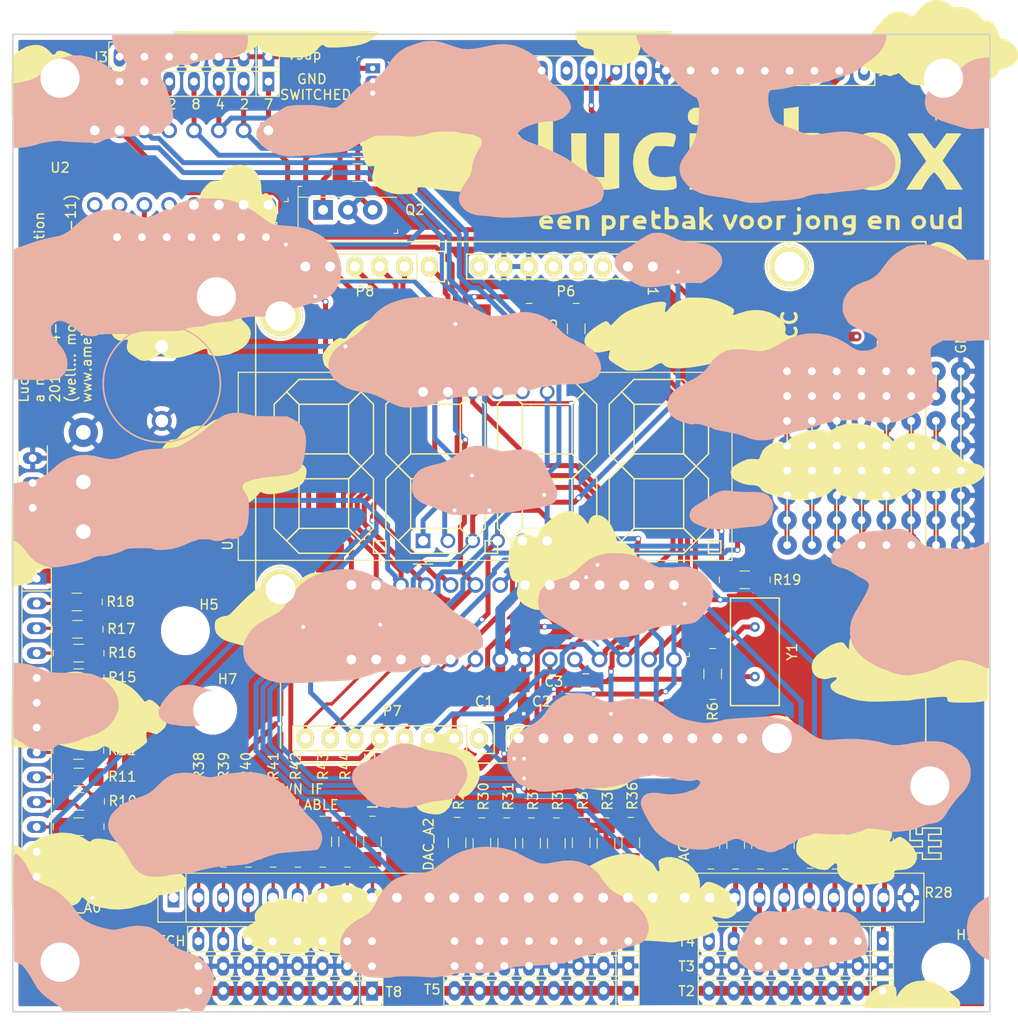
<source format=kicad_pcb>
(kicad_pcb (version 20171130) (host pcbnew 5.1.4-e60b266~84~ubuntu19.04.1)
  (title_block (date "lun. 30 mars 2015"))
  (layers (0 F.Cu signal) (31 B.Cu signal) (34 B.Paste user) (35 F.Paste user) (36 B.SilkS user) (37 F.SilkS user) (38 B.Mask user) (39 F.Mask user) (44 Edge.Cuts user))
  (net 0 "")
  (net 1 /IOREF)
  (net 2 /Reset)
  (net 3 +5V)
  (net 4 GND)
  (net 5 /Vin)
  (net 6 /A0)
  (net 7 /A1)
  (net 8 /A2)
  (net 9 /A3)
  (net 10 /AREF)
  (net 11 "/A4(SDA)")
  (net 12 "/A5(SCL)")
  (net 13 /8)
  (net 14 /7)
  (net 15 /4)
  (net 16 /2)
  (net 17 "/1(Tx)")
  (net 18 "/0(Rx)")
  (net 19 "Net-(P6-Pad1)")
  (net 20 "/13(SCK)")
  (net 21 "Net-(P1-Pad1)")
  (net 22 +3V3)
  (net 23 "/12(MISO)")
  (net 24 "Net-(R4-Pad1)")
  (net 25 "Net-(R3-Pad1)")
  (net 26 "Net-(R2-Pad1)")
  (net 27 "/11(PWM-MOSI)")
  (net 28 "/10(PWM-SS)")
  (net 29 "/9(PWM)")
  (net 30 "/6(PWM)")
  (net 31 "/5(PWM)")
  (net 32 "/3(PWM)")
  (net 33 "Net-(Q1-Pad2)")
  (net 34 "Net-(J2-Pad7)")
  (net 35 "Net-(J2-Pad6)")
  (net 36 "Net-(J2-Pad5)")
  (net 37 "Net-(J2-Pad4)")
  (net 38 "Net-(J2-Pad3)")
  (net 39 "Net-(J2-Pad2)")
  (net 40 "Net-(J2-Pad1)")
  (net 41 "Net-(J3-Pad1)")
  (net 42 "Net-(U2-Pad9)")
  (net 43 +12V)
  (net 44 VCC)
  (net 45 "Net-(C2-Pad2)")
  (net 46 "Net-(C3-Pad2)")
  (net 47 "Net-(J4-Pad7)")
  (net 48 "Net-(J4-Pad6)")
  (net 49 "Net-(J4-Pad5)")
  (net 50 "Net-(P2-Pad1)")
  (net 51 "Net-(P3-Pad1)")
  (net 52 "Net-(P4-Pad1)")
  (net 53 "Net-(R5-Pad1)")
  (net 54 "Net-(R7-Pad1)")
  (net 55 "Net-(R8-Pad1)")
  (net 56 "Net-(R10-Pad2)")
  (net 57 "Net-(R10-Pad1)")
  (net 58 "Net-(R11-Pad1)")
  (net 59 "Net-(R12-Pad1)")
  (net 60 "Net-(R13-Pad1)")
  (net 61 "Net-(R14-Pad1)")
  (net 62 "Net-(R15-Pad1)")
  (net 63 "Net-(R16-Pad1)")
  (net 64 "Net-(R17-Pad1)")
  (net 65 "Net-(R20-Pad1)")
  (net 66 "Net-(R21-Pad1)")
  (net 67 "Net-(R22-Pad1)")
  (net 68 "Net-(R23-Pad1)")
  (net 69 "Net-(R24-Pad1)")
  (net 70 "Net-(R25-Pad1)")
  (net 71 "Net-(R26-Pad1)")
  (net 72 "Net-(R27-Pad1)")
  (net 73 "Net-(R44-Pad1)")
  (net 74 "Net-(R45-Pad1)")
  (net 75 "Net-(R29-Pad1)")
  (net 76 "Net-(R30-Pad1)")
  (net 77 "Net-(R31-Pad1)")
  (net 78 "Net-(R32-Pad1)")
  (net 79 "Net-(R33-Pad1)")
  (net 80 "Net-(R34-Pad1)")
  (net 81 "Net-(R35-Pad1)")
  (net 82 "Net-(R36-Pad1)")
  (net 83 "Net-(R38-Pad1)")
  (net 84 "Net-(R39-Pad1)")
  (net 85 "Net-(R40-Pad1)")
  (net 86 "Net-(R41-Pad1)")
  (net 87 "Net-(R42-Pad1)")
  (net 88 "Net-(R43-Pad1)")
  (net 89 "Net-(J5-Pad4)")
  (net 90 "Net-(J5-Pad2)")
  (net 91 "Net-(Q2-Pad1)")
  (net 92 "Net-(U4-Pad55)")
  (net 93 "Net-(U4-Pad53)")
  (net 94 "Net-(U4-Pad49)")
  (net 95 "Net-(U4-Pad47)")
  (net 96 "Net-(U4-Pad45)")
  (net 97 "Net-(U4-Pad41)")
  (net 98 "Net-(U4-Pad39)")
  (net 99 "Net-(U4-Pad37)")
  (net 100 "Net-(U4-Pad33)")
  (net 101 "Net-(U4-Pad31)")
  (net 102 "Net-(U4-Pad29)")
  (net 103 "Net-(U4-Pad25)")
  (net 104 "Net-(U4-Pad23)")
  (net 105 "Net-(U4-Pad21)")
  (net 106 "Net-(U4-Pad17)")
  (net 107 "Net-(U4-Pad15)")
  (net 108 "Net-(U4-Pad13)")
  (net 109 "Net-(U4-Pad10)")
  (module artwork:sky_with_clouds_negative_adapted_silk (layer F.Cu) (at 50.028 49.797)
    (fp_text reference G*** hide)
    (fp_text value LOGO hide)
  )
  (module artwork:sky_clouds_negative_back (layer F.Cu) (at 50.282 50.178)
    (fp_text reference G*** hide)
    (fp_text value LOGO hide)
  )
  (module artwork:sky_with_clouds_negative_back (layer F.Cu) (at 50.155 50.305)
    (fp_text reference G*** hide)
    (fp_text value LOGO hide)
  )
  (module artwork:titles_and_text (layer F.Cu) (at 59.426 45.225)
    (fp_text reference G*** hide)
    (fp_text value LOGO hide)
  )
  (module Luciebox:buzzer (layer F.Cu) (at 15.484 35.954)
    (fp_text reference BZ1 (at -4.572 -6.096) (layer F.SilkS))
    (fp_text value Buzzer)
    (fp_text user + (at -0.0762 -7.112) (layer F.SilkS) (effects (font (size 2.032 2.032) (thickness 0.254))))
    (pad 1 thru_hole rect (at 0 -3.81) (size 2.032 2.032) (drill 1.3208) (layers *.Cu *.Mask) (net 12 "/A5(SCL)"))
    (pad 2 thru_hole circle (at 0 3.81) (size 2.032 2.032) (drill 1.3208) (layers *.Cu *.Mask) (net 4 GND))
  )
  (module Luciebox:Terminal_3x1_100mil (layer F.Cu) (at 2.276 46.114 90)
    (fp_text reference T11 (at -4.826 0 90) (layer F.SilkS))
    (fp_text value terminal_3x1)
    (pad 3 thru_hole oval (at 2.54 0 90) (size 1.2 2) (drill 0.8) (layers *.Cu *.Mask) (net 4 GND))
    (pad 2 thru_hole oval (at 0 0 90) (size 1.2 2) (drill 0.8) (layers *.Cu *.Mask) (net 9 /A3))
    (pad 1 thru_hole rect (at -2.54 0 90) (size 1.2 2) (drill 0.8) (layers *.Cu *.Mask) (net 44 VCC))
  )
  (module Luciebox:64_PADS_100mil (layer F.Cu) (at 89.4996 43.5486)
    (fp_text reference U4 (at -0.00635 -11.3646) (layer F.SilkS))
    (fp_text value 8X8PADS)
    (pad 1 thru_hole oval (at -10.0076 8.9154) (size 2 2) (drill 0.8) (layers *.Cu *.Mask) (net 44 VCC))
    (pad 2 thru_hole oval (at -10.0203 6.3754) (size 2 2) (drill 0.8) (layers *.Cu *.Mask) (net 44 VCC))
    (pad 3 thru_hole oval (at -10.0076 3.8354) (size 2 2) (drill 0.8) (layers *.Cu *.Mask) (net 44 VCC))
    (pad 4 thru_hole oval (at -9.9949 1.2954) (size 2 2) (drill 0.8) (layers *.Cu *.Mask) (net 44 VCC))
    (pad 5 thru_hole oval (at -10.0076 -1.2446) (size 2 2) (drill 0.8) (layers *.Cu *.Mask) (net 44 VCC))
    (pad 6 thru_hole oval (at -10.0203 -3.7846) (size 2 2) (drill 0.8) (layers *.Cu *.Mask) (net 44 VCC))
    (pad 7 thru_hole oval (at -10.0076 -6.3246) (size 2 2) (drill 0.8) (layers *.Cu *.Mask) (net 44 VCC))
    (pad 8 thru_hole oval (at -10.0203 -8.8646) (size 2 2) (drill 0.8) (layers *.Cu *.Mask) (net 44 VCC))
    (pad 9 thru_hole oval (at -7.4676 8.9154) (size 2 2) (drill 0.8) (layers *.Cu *.Mask) (net 109 "Net-(U4-Pad10)"))
    (pad 10 thru_hole oval (at -7.4803 6.3754) (size 2 2) (drill 0.8) (layers *.Cu *.Mask) (net 109 "Net-(U4-Pad10)"))
    (pad 11 thru_hole oval (at -7.4676 3.8354) (size 2 2) (drill 0.8) (layers *.Cu *.Mask) (net 109 "Net-(U4-Pad10)"))
    (pad 12 thru_hole oval (at -7.4549 1.2954) (size 2 2) (drill 0.8) (layers *.Cu *.Mask) (net 109 "Net-(U4-Pad10)"))
    (pad 13 thru_hole oval (at -7.4676 -1.2446) (size 2 2) (drill 0.8) (layers *.Cu *.Mask) (net 108 "Net-(U4-Pad13)"))
    (pad 14 thru_hole oval (at -7.4803 -3.7846) (size 2 2) (drill 0.8) (layers *.Cu *.Mask) (net 108 "Net-(U4-Pad13)"))
    (pad 15 thru_hole oval (at -7.4676 -6.3246) (size 2 2) (drill 0.8) (layers *.Cu *.Mask) (net 107 "Net-(U4-Pad15)"))
    (pad 16 thru_hole oval (at -7.4803 -8.8646) (size 2 2) (drill 0.8) (layers *.Cu *.Mask) (net 107 "Net-(U4-Pad15)"))
    (pad 17 thru_hole oval (at -4.9276 8.9154) (size 2 2) (drill 0.8) (layers *.Cu *.Mask) (net 106 "Net-(U4-Pad17)"))
    (pad 18 thru_hole oval (at -4.9403 6.3754) (size 2 2) (drill 0.8) (layers *.Cu *.Mask) (net 106 "Net-(U4-Pad17)"))
    (pad 19 thru_hole oval (at -4.9276 3.8354) (size 2 2) (drill 0.8) (layers *.Cu *.Mask) (net 106 "Net-(U4-Pad17)"))
    (pad 20 thru_hole oval (at -4.9149 1.2954) (size 2 2) (drill 0.8) (layers *.Cu *.Mask) (net 106 "Net-(U4-Pad17)"))
    (pad 21 thru_hole oval (at -4.9276 -1.2446) (size 2 2) (drill 0.8) (layers *.Cu *.Mask) (net 105 "Net-(U4-Pad21)"))
    (pad 22 thru_hole oval (at -4.9403 -3.7846) (size 2 2) (drill 0.8) (layers *.Cu *.Mask) (net 105 "Net-(U4-Pad21)"))
    (pad 23 thru_hole oval (at -4.9276 -6.3246) (size 2 2) (drill 0.8) (layers *.Cu *.Mask) (net 104 "Net-(U4-Pad23)"))
    (pad 24 thru_hole oval (at -4.9403 -8.8646) (size 2 2) (drill 0.8) (layers *.Cu *.Mask) (net 104 "Net-(U4-Pad23)"))
    (pad 25 thru_hole oval (at -2.3876 8.9154) (size 2 2) (drill 0.8) (layers *.Cu *.Mask) (net 103 "Net-(U4-Pad25)"))
    (pad 26 thru_hole oval (at -2.4003 6.3754) (size 2 2) (drill 0.8) (layers *.Cu *.Mask) (net 103 "Net-(U4-Pad25)"))
    (pad 27 thru_hole oval (at -2.3876 3.8354) (size 2 2) (drill 0.8) (layers *.Cu *.Mask) (net 103 "Net-(U4-Pad25)"))
    (pad 28 thru_hole oval (at -2.3749 1.2954) (size 2 2) (drill 0.8) (layers *.Cu *.Mask) (net 103 "Net-(U4-Pad25)"))
    (pad 29 thru_hole oval (at -2.3876 -1.2446) (size 2 2) (drill 0.8) (layers *.Cu *.Mask) (net 102 "Net-(U4-Pad29)"))
    (pad 30 thru_hole oval (at -2.4003 -3.7846) (size 2 2) (drill 0.8) (layers *.Cu *.Mask) (net 102 "Net-(U4-Pad29)"))
    (pad 31 thru_hole oval (at -2.3876 -6.3246) (size 2 2) (drill 0.8) (layers *.Cu *.Mask) (net 101 "Net-(U4-Pad31)"))
    (pad 32 thru_hole oval (at -2.4003 -8.8646) (size 2 2) (drill 0.8) (layers *.Cu *.Mask) (net 101 "Net-(U4-Pad31)"))
    (pad 33 thru_hole oval (at 0.1524 8.9154) (size 2 2) (drill 0.8) (layers *.Cu *.Mask) (net 100 "Net-(U4-Pad33)"))
    (pad 34 thru_hole oval (at 0.1397 6.3754) (size 2 2) (drill 0.8) (layers *.Cu *.Mask) (net 100 "Net-(U4-Pad33)"))
    (pad 35 thru_hole oval (at 0.1524 3.8354) (size 2 2) (drill 0.8) (layers *.Cu *.Mask) (net 100 "Net-(U4-Pad33)"))
    (pad 36 thru_hole oval (at 0.1651 1.2954) (size 2 2) (drill 0.8) (layers *.Cu *.Mask) (net 100 "Net-(U4-Pad33)"))
    (pad 37 thru_hole oval (at 0.1524 -1.2446) (size 2 2) (drill 0.8) (layers *.Cu *.Mask) (net 99 "Net-(U4-Pad37)"))
    (pad 38 thru_hole oval (at 0.1397 -3.7846) (size 2 2) (drill 0.8) (layers *.Cu *.Mask) (net 99 "Net-(U4-Pad37)"))
    (pad 39 thru_hole oval (at 0.1524 -6.3246) (size 2 2) (drill 0.8) (layers *.Cu *.Mask) (net 98 "Net-(U4-Pad39)"))
    (pad 40 thru_hole oval (at 0.1397 -8.8646) (size 2 2) (drill 0.8) (layers *.Cu *.Mask) (net 98 "Net-(U4-Pad39)"))
    (pad 41 thru_hole oval (at 2.6924 8.9154) (size 2 2) (drill 0.8) (layers *.Cu *.Mask) (net 97 "Net-(U4-Pad41)"))
    (pad 42 thru_hole oval (at 2.6797 6.3754) (size 2 2) (drill 0.8) (layers *.Cu *.Mask) (net 97 "Net-(U4-Pad41)"))
    (pad 43 thru_hole oval (at 2.6924 3.8354) (size 2 2) (drill 0.8) (layers *.Cu *.Mask) (net 97 "Net-(U4-Pad41)"))
    (pad 44 thru_hole oval (at 2.7051 1.2954) (size 2 2) (drill 0.8) (layers *.Cu *.Mask) (net 97 "Net-(U4-Pad41)"))
    (pad 45 thru_hole oval (at 2.6924 -1.2446) (size 2 2) (drill 0.8) (layers *.Cu *.Mask) (net 96 "Net-(U4-Pad45)"))
    (pad 46 thru_hole oval (at 2.6797 -3.7846) (size 2 2) (drill 0.8) (layers *.Cu *.Mask) (net 96 "Net-(U4-Pad45)"))
    (pad 47 thru_hole oval (at 2.6924 -6.3246) (size 2 2) (drill 0.8) (layers *.Cu *.Mask) (net 95 "Net-(U4-Pad47)"))
    (pad 48 thru_hole oval (at 2.6797 -8.8646) (size 2 2) (drill 0.8) (layers *.Cu *.Mask) (net 95 "Net-(U4-Pad47)"))
    (pad 49 thru_hole oval (at 5.2324 8.9154) (size 2 2) (drill 0.8) (layers *.Cu *.Mask) (net 94 "Net-(U4-Pad49)"))
    (pad 50 thru_hole oval (at 5.2197 6.3754) (size 2 2) (drill 0.8) (layers *.Cu *.Mask) (net 94 "Net-(U4-Pad49)"))
    (pad 51 thru_hole oval (at 5.2324 3.8354) (size 2 2) (drill 0.8) (layers *.Cu *.Mask) (net 94 "Net-(U4-Pad49)"))
    (pad 52 thru_hole oval (at 5.2451 1.2954) (size 2 2) (drill 0.8) (layers *.Cu *.Mask) (net 94 "Net-(U4-Pad49)"))
    (pad 53 thru_hole oval (at 5.2324 -1.2446) (size 2 2) (drill 0.8) (layers *.Cu *.Mask) (net 93 "Net-(U4-Pad53)"))
    (pad 54 thru_hole oval (at 5.2197 -3.7846) (size 2 2) (drill 0.8) (layers *.Cu *.Mask) (net 93 "Net-(U4-Pad53)"))
    (pad 55 thru_hole oval (at 5.2324 -6.3246) (size 2 2) (drill 0.8) (layers *.Cu *.Mask) (net 92 "Net-(U4-Pad55)"))
    (pad 56 thru_hole oval (at 5.2197 -8.8646) (size 2 2) (drill 0.8) (layers *.Cu *.Mask) (net 92 "Net-(U4-Pad55)"))
    (pad 57 thru_hole oval (at 7.7724 8.9154) (size 2 2) (drill 0.8) (layers *.Cu *.Mask) (net 4 GND))
    (pad 58 thru_hole oval (at 7.7597 6.3754) (size 2 2) (drill 0.8) (layers *.Cu *.Mask) (net 4 GND))
    (pad 59 thru_hole oval (at 7.7724 3.8354) (size 2 2) (drill 0.8) (layers *.Cu *.Mask) (net 4 GND))
    (pad 60 thru_hole oval (at 7.7851 1.2954) (size 2 2) (drill 0.8) (layers *.Cu *.Mask) (net 4 GND))
    (pad 61 thru_hole oval (at 7.7724 -1.2446) (size 2 2) (drill 0.8) (layers *.Cu *.Mask) (net 4 GND))
    (pad 62 thru_hole oval (at 7.7597 -3.7846) (size 2 2) (drill 0.8) (layers *.Cu *.Mask) (net 4 GND))
    (pad 63 thru_hole oval (at 7.7724 -6.3246) (size 2 2) (drill 0.8) (layers *.Cu *.Mask) (net 4 GND))
    (pad 64 thru_hole oval (at 7.7597 -8.8646) (size 2 2) (drill 0.8) (layers *.Cu *.Mask) (net 4 GND))
  )
  (module MountingHole:MountingHole_4mm (layer F.Cu) (at 17.897 61.227)
    (fp_text reference H5 (at 2.413 -2.667) (layer F.SilkS))
    (fp_text value MountingHole)
    (pad 1 np_thru_hole circle (at 0 0) (size 4 4) (drill 4) (layers *.Cu *.Mask))
  )
  (module MountingHole:MountingHole_4mm (layer F.Cu) (at 21.072 27.064)
    (fp_text reference H6 (at 1.778 2.921) (layer F.SilkS))
    (fp_text value MountingHole)
    (pad 1 np_thru_hole circle (at 0 0) (size 4 4) (drill 4) (layers *.Cu *.Mask))
  )
  (module MountingHole:MountingHole_4mm (layer F.Cu) (at 20.691 69.355)
    (fp_text reference H7 (at 1.524 -3.175) (layer F.SilkS))
    (fp_text value MountingHole)
    (pad 1 np_thru_hole circle (at 0 0) (size 4 4) (drill 4) (layers *.Cu *.Mask))
  )
  (module MountingHole:MountingHole_4mm (layer F.Cu) (at 94.097 77.102)
    (fp_text reference H8 (at 1.143 -3.302) (layer F.SilkS))
    (fp_text value MountingHole)
    (pad 1 np_thru_hole circle (at 0 0) (size 4 4) (drill 4) (layers *.Cu *.Mask))
  )
  (module MountingHole:MountingHole_4mm (layer F.Cu) (at 5.07 4.712)
    (fp_text reference H3 (at -2.032 3.302) (layer F.SilkS))
    (fp_text value MountingHole)
    (pad 1 np_thru_hole circle (at 0 0) (size 4 4) (drill 4) (layers *.Cu *.Mask))
  )
  (module MountingHole:MountingHole_4mm (layer F.Cu) (at 95.494 4.712)
    (fp_text reference H2 (at 0 3.81) (layer F.SilkS))
    (fp_text value MountingHole)
    (pad 1 np_thru_hole circle (at 0 0) (size 4 4) (drill 4) (layers *.Cu *.Mask))
  )
  (module MountingHole:MountingHole_4mm (layer F.Cu) (at 95.748 95.644)
    (fp_text reference H1 (at 2.032 -3.302) (layer F.SilkS))
    (fp_text value MountingHole)
    (pad 1 np_thru_hole circle (at 0 0) (size 4 4) (drill 4) (layers *.Cu *.Mask))
  )
  (module MountingHole:MountingHole_4mm (layer F.Cu) (at 5.07 95.136)
    (fp_text reference H4 (at -0.254 -3.556) (layer F.SilkS))
    (fp_text value MountingHole)
    (pad 1 np_thru_hole circle (at 0 0) (size 4 4) (drill 4) (layers *.Cu *.Mask))
  )
  (module Luciebox:BIG_POTENTIO (layer F.Cu) (at 7.4576 46.0124 90)
    (fp_text reference RV1 (at -0.1016 2.9464 90) (layer F.SilkS))
    (fp_text value R_POT)
    (pad 3 thru_hole circle (at 5.08 0 90) (size 3 3) (drill 1.5) (layers *.Cu *.Mask) (net 4 GND))
    (pad 2 thru_hole circle (at 0 0 90) (size 3 3) (drill 1.5) (layers *.Cu *.Mask) (net 9 /A3))
    (pad 1 thru_hole circle (at -5.08 0 90) (size 3 3) (drill 1.5) (layers *.Cu *.Mask) (net 44 VCC))
  )
  (module Luciebox:CRYSTAL (layer F.Cu) (at 76.19 63.386 90)
    (fp_text reference Y1 (at 0 3.81 90) (layer F.SilkS))
    (fp_text value 16MHz)
    (pad 2 thru_hole circle (at 2.54 0 90) (size 1 1) (drill 0.5) (layers *.Cu *.Mask) (net 46 "Net-(C3-Pad2)"))
    (pad 1 thru_hole circle (at -2.54 0 90) (size 1 1) (drill 0.5) (layers *.Cu *.Mask) (net 45 "Net-(C2-Pad2)"))
  )
  (module Luciebox:1206 (layer F.Cu) (at 35.528 14.364)
    (fp_text reference R48 (at 4.34 0) (layer F.SilkS))
    (fp_text value 100K)
    (pad 2 smd rect (at 1.8 0) (size 1.5 1.8) (layers F.Cu F.Paste F.Mask) (net 90 "Net-(J5-Pad2)"))
    (pad 1 smd rect (at -1.8 0) (size 1.5 1.8) (layers F.Cu F.Paste F.Mask) (net 91 "Net-(Q2-Pad1)"))
  )
  (module Luciebox:1206 (layer F.Cu) (at 35.528 11.824 180)
    (fp_text reference R47 (at -4.34 0) (layer F.SilkS))
    (fp_text value 100K)
    (pad 2 smd rect (at 1.8 0 180) (size 1.5 1.8) (layers F.Cu F.Paste F.Mask) (net 91 "Net-(Q2-Pad1)"))
    (pad 1 smd rect (at -1.8 0 180) (size 1.5 1.8) (layers F.Cu F.Paste F.Mask) (net 18 "/0(Rx)"))
  )
  (module Luciebox:TO-220-3 (layer F.Cu) (at 31.994 18.174)
    (fp_text reference Q2 (at 9.398 0) (layer F.SilkS))
    (fp_text value N-Channel_Mosfet)
    (pad 3 thru_hole circle (at 5.08 0) (size 2 2) (drill 1) (layers *.Cu *.Mask) (net 90 "Net-(J5-Pad2)"))
    (pad 2 thru_hole circle (at 2.54 0) (size 2 2) (drill 1) (layers *.Cu *.Mask) (net 4 GND))
    (pad 1 thru_hole rect (at 0 0) (size 2 2) (drill 1) (layers *.Cu *.Mask) (net 91 "Net-(Q2-Pad1)"))
  )
  (module Luciebox:Terminal_7x1_100mil (layer F.Cu) (at 79.746 3.95)
    (fp_text reference J5 (at 9.906 0) (layer F.SilkS))
    (fp_text value Screw_Terminal_01x07)
    (pad 7 thru_hole oval (at 7.62 0) (size 1.2 2) (drill 0.8) (layers *.Cu *.Mask) (net 43 +12V))
    (pad 6 thru_hole oval (at 5.08 0) (size 1.2 2) (drill 0.8) (layers *.Cu *.Mask) (net 44 VCC))
    (pad 5 thru_hole oval (at 2.54 0) (size 1.2 2) (drill 0.8) (layers *.Cu *.Mask) (net 89 "Net-(J5-Pad4)"))
    (pad 4 thru_hole oval (at 0 0) (size 1.2 2) (drill 0.8) (layers *.Cu *.Mask) (net 89 "Net-(J5-Pad4)"))
    (pad 3 thru_hole oval (at -2.54 0) (size 1.2 2) (drill 0.8) (layers *.Cu *.Mask) (net 90 "Net-(J5-Pad2)"))
    (pad 2 thru_hole oval (at -5.08 0) (size 1.2 2) (drill 0.8) (layers *.Cu *.Mask) (net 90 "Net-(J5-Pad2)"))
    (pad 1 thru_hole rect (at -7.62 0) (size 1.2 2) (drill 0.8) (layers *.Cu *.Mask) (net 4 GND))
  )
  (module Luciebox:Terminal_8x1_100mil (layer F.Cu) (at 54.346 92.977 180)
    (fp_text reference T7 (at 10.922 -0.127 180) (layer F.SilkS))
    (fp_text value terminal_8x1)
    (pad 8 thru_hole oval (at 8.89 0 180) (size 1.2 2) (drill 0.8) (layers *.Cu *.Mask) (net 75 "Net-(R29-Pad1)"))
    (pad 7 thru_hole oval (at 6.35 0 180) (size 1.2 2) (drill 0.8) (layers *.Cu *.Mask) (net 76 "Net-(R30-Pad1)"))
    (pad 6 thru_hole oval (at 3.81 0 180) (size 1.2 2) (drill 0.8) (layers *.Cu *.Mask) (net 77 "Net-(R31-Pad1)"))
    (pad 5 thru_hole oval (at 1.27 0 180) (size 1.2 2) (drill 0.8) (layers *.Cu *.Mask) (net 78 "Net-(R32-Pad1)"))
    (pad 4 thru_hole oval (at -1.27 0 180) (size 1.2 2) (drill 0.8) (layers *.Cu *.Mask) (net 79 "Net-(R33-Pad1)"))
    (pad 3 thru_hole oval (at -3.81 0 180) (size 1.2 2) (drill 0.8) (layers *.Cu *.Mask) (net 80 "Net-(R34-Pad1)"))
    (pad 2 thru_hole oval (at -6.35 0 180) (size 1.2 2) (drill 0.8) (layers *.Cu *.Mask) (net 81 "Net-(R35-Pad1)"))
    (pad 1 thru_hole rect (at -8.89 0 180) (size 1.2 2) (drill 0.8) (layers *.Cu *.Mask) (net 82 "Net-(R36-Pad1)"))
  )
  (module Luciebox:Terminal_8x1_100mil (layer F.Cu) (at 54.346 95.517 180)
    (fp_text reference T6 (at 11.176 0.127 180) (layer F.SilkS))
    (fp_text value terminal_8x1)
    (pad 8 thru_hole oval (at 8.89 0 180) (size 1.2 2) (drill 0.8) (layers *.Cu *.Mask) (net 4 GND))
    (pad 7 thru_hole oval (at 6.35 0 180) (size 1.2 2) (drill 0.8) (layers *.Cu *.Mask) (net 4 GND))
    (pad 6 thru_hole oval (at 3.81 0 180) (size 1.2 2) (drill 0.8) (layers *.Cu *.Mask) (net 4 GND))
    (pad 5 thru_hole oval (at 1.27 0 180) (size 1.2 2) (drill 0.8) (layers *.Cu *.Mask) (net 4 GND))
    (pad 4 thru_hole oval (at -1.27 0 180) (size 1.2 2) (drill 0.8) (layers *.Cu *.Mask) (net 4 GND))
    (pad 3 thru_hole oval (at -3.81 0 180) (size 1.2 2) (drill 0.8) (layers *.Cu *.Mask) (net 4 GND))
    (pad 2 thru_hole oval (at -6.35 0 180) (size 1.2 2) (drill 0.8) (layers *.Cu *.Mask) (net 4 GND))
    (pad 1 thru_hole rect (at -8.89 0 180) (size 1.2 2) (drill 0.8) (layers *.Cu *.Mask) (net 4 GND))
  )
  (module Luciebox:Terminal_8x1_100mil (layer F.Cu) (at 54.346 98.057 180)
    (fp_text reference T5 (at 11.176 0.127 180) (layer F.SilkS))
    (fp_text value terminal_8x1)
    (pad 8 thru_hole oval (at 8.89 0 180) (size 1.2 2) (drill 0.8) (layers *.Cu *.Mask) (net 44 VCC))
    (pad 7 thru_hole oval (at 6.35 0 180) (size 1.2 2) (drill 0.8) (layers *.Cu *.Mask) (net 44 VCC))
    (pad 6 thru_hole oval (at 3.81 0 180) (size 1.2 2) (drill 0.8) (layers *.Cu *.Mask) (net 44 VCC))
    (pad 5 thru_hole oval (at 1.27 0 180) (size 1.2 2) (drill 0.8) (layers *.Cu *.Mask) (net 44 VCC))
    (pad 4 thru_hole oval (at -1.27 0 180) (size 1.2 2) (drill 0.8) (layers *.Cu *.Mask) (net 44 VCC))
    (pad 3 thru_hole oval (at -3.81 0 180) (size 1.2 2) (drill 0.8) (layers *.Cu *.Mask) (net 44 VCC))
    (pad 2 thru_hole oval (at -6.35 0 180) (size 1.2 2) (drill 0.8) (layers *.Cu *.Mask) (net 44 VCC))
    (pad 1 thru_hole rect (at -8.89 0 180) (size 1.2 2) (drill 0.8) (layers *.Cu *.Mask) (net 44 VCC))
  )
  (module Luciebox:SIP-10 (layer F.Cu) (at 54.313558 88.532)
    (fp_text reference R37 (at -12.413558 3.302 -180) (layer F.SilkS))
    (fp_text value DAC_R-2R)
    (pad 10 thru_hole oval (at 11.43 0) (size 1.2 2) (drill 1) (layers *.Cu *.Mask) (net 4 GND))
    (pad 9 thru_hole oval (at 8.89 0) (size 1.2 2) (drill 1) (layers *.Cu *.Mask) (net 82 "Net-(R36-Pad1)"))
    (pad 8 thru_hole oval (at 6.35 0) (size 1.2 2) (drill 1) (layers *.Cu *.Mask) (net 81 "Net-(R35-Pad1)"))
    (pad 7 thru_hole oval (at 3.81 0) (size 1.2 2) (drill 1) (layers *.Cu *.Mask) (net 80 "Net-(R34-Pad1)"))
    (pad 6 thru_hole oval (at 1.27 0) (size 1.2 2) (drill 1) (layers *.Cu *.Mask) (net 79 "Net-(R33-Pad1)"))
    (pad 5 thru_hole oval (at -1.27 0) (size 1.2 2) (drill 1) (layers *.Cu *.Mask) (net 78 "Net-(R32-Pad1)"))
    (pad 4 thru_hole oval (at -3.81 0) (size 1.2 2) (drill 1) (layers *.Cu *.Mask) (net 77 "Net-(R31-Pad1)"))
    (pad 3 thru_hole oval (at -6.35 0) (size 1.2 2) (drill 1) (layers *.Cu *.Mask) (net 76 "Net-(R30-Pad1)"))
    (pad 2 thru_hole oval (at -8.89 0) (size 1.2 2) (drill 1) (layers *.Cu *.Mask) (net 75 "Net-(R29-Pad1)"))
    (pad 1 thru_hole rect (at -11.43 0) (size 1.2 2) (drill 1) (layers *.Cu *.Mask) (net 8 /A2))
  )
  (module Luciebox:1206 (layer F.Cu) (at 60.948558 82.969562 90)
    (fp_text reference R35 (at 4.799 0.167 90) (layer F.SilkS))
    (fp_text value R_Small)
    (pad 2 smd rect (at 1.8 0 90) (size 1.5 1.8) (layers F.Cu F.Paste F.Mask) (net 4 GND))
    (pad 1 smd rect (at -1.8 0 90) (size 1.5 1.8) (layers F.Cu F.Paste F.Mask) (net 81 "Net-(R35-Pad1)"))
  )
  (module Luciebox:1206 (layer F.Cu) (at 55.868558 82.969562 90)
    (fp_text reference R33 (at 4.799 0.167 90) (layer F.SilkS))
    (fp_text value R_Small)
    (pad 2 smd rect (at 1.8 0 90) (size 1.5 1.8) (layers F.Cu F.Paste F.Mask) (net 4 GND))
    (pad 1 smd rect (at -1.8 0 90) (size 1.5 1.8) (layers F.Cu F.Paste F.Mask) (net 79 "Net-(R33-Pad1)"))
  )
  (module Luciebox:1206 (layer F.Cu) (at 63.488558 82.922 90)
    (fp_text reference R36 (at 4.799 0.167 90) (layer F.SilkS))
    (fp_text value R_Small)
    (pad 2 smd rect (at 1.8 0 90) (size 1.5 1.8) (layers F.Cu F.Paste F.Mask) (net 4 GND))
    (pad 1 smd rect (at -1.8 0 90) (size 1.5 1.8) (layers F.Cu F.Paste F.Mask) (net 82 "Net-(R36-Pad1)"))
  )
  (module Luciebox:1206 (layer F.Cu) (at 50.788558 82.969562 90)
    (fp_text reference R31 (at 4.799 0.167 90) (layer F.SilkS))
    (fp_text value R_Small)
    (pad 2 smd rect (at 1.8 0 90) (size 1.5 1.8) (layers F.Cu F.Paste F.Mask) (net 4 GND))
    (pad 1 smd rect (at -1.8 0 90) (size 1.5 1.8) (layers F.Cu F.Paste F.Mask) (net 77 "Net-(R31-Pad1)"))
  )
  (module Luciebox:1206 (layer F.Cu) (at 45.708558 82.922 90)
    (fp_text reference R29 (at 4.799 0.167 90) (layer F.SilkS))
    (fp_text value R_Small)
    (pad 2 smd rect (at 1.8 0 90) (size 1.5 1.8) (layers F.Cu F.Paste F.Mask) (net 4 GND))
    (pad 1 smd rect (at -1.8 0 90) (size 1.5 1.8) (layers F.Cu F.Paste F.Mask) (net 75 "Net-(R29-Pad1)"))
  )
  (module Luciebox:1206 (layer F.Cu) (at 48.248558 82.969562 90)
    (fp_text reference R30 (at 4.799 0.167 90) (layer F.SilkS))
    (fp_text value R_Small)
    (pad 2 smd rect (at 1.8 0 90) (size 1.5 1.8) (layers F.Cu F.Paste F.Mask) (net 4 GND))
    (pad 1 smd rect (at -1.8 0 90) (size 1.5 1.8) (layers F.Cu F.Paste F.Mask) (net 76 "Net-(R30-Pad1)"))
  )
  (module Luciebox:1206 (layer F.Cu) (at 53.328558 82.969562 90)
    (fp_text reference R32 (at 4.799 0.167 90) (layer F.SilkS))
    (fp_text value R_Small)
    (pad 2 smd rect (at 1.8 0 90) (size 1.5 1.8) (layers F.Cu F.Paste F.Mask) (net 4 GND))
    (pad 1 smd rect (at -1.8 0 90) (size 1.5 1.8) (layers F.Cu F.Paste F.Mask) (net 78 "Net-(R32-Pad1)"))
  )
  (module Luciebox:1206 (layer F.Cu) (at 58.408558 82.922 90)
    (fp_text reference R34 (at 4.799 0.167 90) (layer F.SilkS))
    (fp_text value R_Small)
    (pad 2 smd rect (at 1.8 0 90) (size 1.5 1.8) (layers F.Cu F.Paste F.Mask) (net 4 GND))
    (pad 1 smd rect (at -1.8 0 90) (size 1.5 1.8) (layers F.Cu F.Paste F.Mask) (net 80 "Net-(R34-Pad1)"))
  )
  (module Luciebox:Terminal_8x1_100mil (layer F.Cu) (at 28.115522 95.545006 180)
    (fp_text reference T9 (at -11.117478 -0.098994) (layer F.SilkS))
    (fp_text value terminal_8x1)
    (pad 8 thru_hole oval (at 8.89 0 180) (size 1.2 2) (drill 0.8) (layers *.Cu *.Mask) (net 4 GND))
    (pad 7 thru_hole oval (at 6.35 0 180) (size 1.2 2) (drill 0.8) (layers *.Cu *.Mask) (net 4 GND))
    (pad 6 thru_hole oval (at 3.81 0 180) (size 1.2 2) (drill 0.8) (layers *.Cu *.Mask) (net 4 GND))
    (pad 5 thru_hole oval (at 1.27 0 180) (size 1.2 2) (drill 0.8) (layers *.Cu *.Mask) (net 4 GND))
    (pad 4 thru_hole oval (at -1.27 0 180) (size 1.2 2) (drill 0.8) (layers *.Cu *.Mask) (net 4 GND))
    (pad 3 thru_hole oval (at -3.81 0 180) (size 1.2 2) (drill 0.8) (layers *.Cu *.Mask) (net 4 GND))
    (pad 2 thru_hole oval (at -6.35 0 180) (size 1.2 2) (drill 0.8) (layers *.Cu *.Mask) (net 4 GND))
    (pad 1 thru_hole rect (at -8.89 0 180) (size 1.2 2) (drill 0.8) (layers *.Cu *.Mask) (net 4 GND))
  )
  (module Luciebox:Terminal_8x1_100mil (layer F.Cu) (at 28.115522 98.071003 180)
    (fp_text reference T8 (at -11.117478 -0.112997) (layer F.SilkS))
    (fp_text value terminal_8x1)
    (pad 8 thru_hole oval (at 8.89 0 180) (size 1.2 2) (drill 0.8) (layers *.Cu *.Mask) (net 44 VCC))
    (pad 7 thru_hole oval (at 6.35 0 180) (size 1.2 2) (drill 0.8) (layers *.Cu *.Mask) (net 44 VCC))
    (pad 6 thru_hole oval (at 3.81 0 180) (size 1.2 2) (drill 0.8) (layers *.Cu *.Mask) (net 44 VCC))
    (pad 5 thru_hole oval (at 1.27 0 180) (size 1.2 2) (drill 0.8) (layers *.Cu *.Mask) (net 44 VCC))
    (pad 4 thru_hole oval (at -1.27 0 180) (size 1.2 2) (drill 0.8) (layers *.Cu *.Mask) (net 44 VCC))
    (pad 3 thru_hole oval (at -3.81 0 180) (size 1.2 2) (drill 0.8) (layers *.Cu *.Mask) (net 44 VCC))
    (pad 2 thru_hole oval (at -6.35 0 180) (size 1.2 2) (drill 0.8) (layers *.Cu *.Mask) (net 44 VCC))
    (pad 1 thru_hole rect (at -8.89 0 180) (size 1.2 2) (drill 0.8) (layers *.Cu *.Mask) (net 44 VCC))
  )
  (module Luciebox:Terminal_8x1_100mil (layer F.Cu) (at 80.381 95.517 180)
    (fp_text reference T3 (at 11.176 -0.04 180) (layer F.SilkS))
    (fp_text value terminal_8x1)
    (pad 8 thru_hole oval (at 8.89 0 180) (size 1.2 2) (drill 0.8) (layers *.Cu *.Mask) (net 4 GND))
    (pad 7 thru_hole oval (at 6.35 0 180) (size 1.2 2) (drill 0.8) (layers *.Cu *.Mask) (net 4 GND))
    (pad 6 thru_hole oval (at 3.81 0 180) (size 1.2 2) (drill 0.8) (layers *.Cu *.Mask) (net 4 GND))
    (pad 5 thru_hole oval (at 1.27 0 180) (size 1.2 2) (drill 0.8) (layers *.Cu *.Mask) (net 4 GND))
    (pad 4 thru_hole oval (at -1.27 0 180) (size 1.2 2) (drill 0.8) (layers *.Cu *.Mask) (net 4 GND))
    (pad 3 thru_hole oval (at -3.81 0 180) (size 1.2 2) (drill 0.8) (layers *.Cu *.Mask) (net 4 GND))
    (pad 2 thru_hole oval (at -6.35 0 180) (size 1.2 2) (drill 0.8) (layers *.Cu *.Mask) (net 4 GND))
    (pad 1 thru_hole rect (at -8.89 0 180) (size 1.2 2) (drill 0.8) (layers *.Cu *.Mask) (net 4 GND))
  )
  (module Luciebox:Terminal_8x1_100mil (layer F.Cu) (at 80.381 98.057 180)
    (fp_text reference T2 (at 11.176 -0.04 180) (layer F.SilkS))
    (fp_text value terminal_8x1)
    (pad 8 thru_hole oval (at 8.89 0 180) (size 1.2 2) (drill 0.8) (layers *.Cu *.Mask) (net 44 VCC))
    (pad 7 thru_hole oval (at 6.35 0 180) (size 1.2 2) (drill 0.8) (layers *.Cu *.Mask) (net 44 VCC))
    (pad 6 thru_hole oval (at 3.81 0 180) (size 1.2 2) (drill 0.8) (layers *.Cu *.Mask) (net 44 VCC))
    (pad 5 thru_hole oval (at 1.27 0 180) (size 1.2 2) (drill 0.8) (layers *.Cu *.Mask) (net 44 VCC))
    (pad 4 thru_hole oval (at -1.27 0 180) (size 1.2 2) (drill 0.8) (layers *.Cu *.Mask) (net 44 VCC))
    (pad 3 thru_hole oval (at -3.81 0 180) (size 1.2 2) (drill 0.8) (layers *.Cu *.Mask) (net 44 VCC))
    (pad 2 thru_hole oval (at -6.35 0 180) (size 1.2 2) (drill 0.8) (layers *.Cu *.Mask) (net 44 VCC))
    (pad 1 thru_hole rect (at -8.89 0 180) (size 1.2 2) (drill 0.8) (layers *.Cu *.Mask) (net 44 VCC))
  )
  (module Luciebox:SIP-10 (layer F.Cu) (at 28.120723 88.532)
    (fp_text reference R46 (at -14.922723 0) (layer F.SilkS))
    (fp_text value DAC_R-2R)
    (pad 10 thru_hole oval (at 11.43 0) (size 1.2 2) (drill 1) (layers *.Cu *.Mask) (net 4 GND))
    (pad 9 thru_hole oval (at 8.89 0) (size 1.2 2) (drill 1) (layers *.Cu *.Mask) (net 74 "Net-(R45-Pad1)"))
    (pad 8 thru_hole oval (at 6.35 0) (size 1.2 2) (drill 1) (layers *.Cu *.Mask) (net 73 "Net-(R44-Pad1)"))
    (pad 7 thru_hole oval (at 3.81 0) (size 1.2 2) (drill 1) (layers *.Cu *.Mask) (net 88 "Net-(R43-Pad1)"))
    (pad 6 thru_hole oval (at 1.27 0) (size 1.2 2) (drill 1) (layers *.Cu *.Mask) (net 87 "Net-(R42-Pad1)"))
    (pad 5 thru_hole oval (at -1.27 0) (size 1.2 2) (drill 1) (layers *.Cu *.Mask) (net 86 "Net-(R41-Pad1)"))
    (pad 4 thru_hole oval (at -3.81 0) (size 1.2 2) (drill 1) (layers *.Cu *.Mask) (net 85 "Net-(R40-Pad1)"))
    (pad 3 thru_hole oval (at -6.35 0) (size 1.2 2) (drill 1) (layers *.Cu *.Mask) (net 84 "Net-(R39-Pad1)"))
    (pad 2 thru_hole oval (at -8.89 0) (size 1.2 2) (drill 1) (layers *.Cu *.Mask) (net 83 "Net-(R38-Pad1)"))
    (pad 1 thru_hole rect (at -11.43 0) (size 1.2 2) (drill 1) (layers *.Cu *.Mask) (net 11 "/A4(SDA)"))
  )
  (module Luciebox:SIP-10 (layer F.Cu) (at 80.460932 88.531404)
    (fp_text reference R28 (at 14.525068 -0.507404 -180) (layer F.SilkS))
    (fp_text value DAC_R-2R)
    (pad 10 thru_hole oval (at 11.43 0) (size 1.2 2) (drill 1) (layers *.Cu *.Mask) (net 4 GND))
    (pad 9 thru_hole oval (at 8.89 0) (size 1.2 2) (drill 1) (layers *.Cu *.Mask) (net 72 "Net-(R27-Pad1)"))
    (pad 8 thru_hole oval (at 6.35 0) (size 1.2 2) (drill 1) (layers *.Cu *.Mask) (net 71 "Net-(R26-Pad1)"))
    (pad 7 thru_hole oval (at 3.81 0) (size 1.2 2) (drill 1) (layers *.Cu *.Mask) (net 70 "Net-(R25-Pad1)"))
    (pad 6 thru_hole oval (at 1.27 0) (size 1.2 2) (drill 1) (layers *.Cu *.Mask) (net 69 "Net-(R24-Pad1)"))
    (pad 5 thru_hole oval (at -1.27 0) (size 1.2 2) (drill 1) (layers *.Cu *.Mask) (net 68 "Net-(R23-Pad1)"))
    (pad 4 thru_hole oval (at -3.81 0) (size 1.2 2) (drill 1) (layers *.Cu *.Mask) (net 67 "Net-(R22-Pad1)"))
    (pad 3 thru_hole oval (at -6.35 0) (size 1.2 2) (drill 1) (layers *.Cu *.Mask) (net 66 "Net-(R21-Pad1)"))
    (pad 2 thru_hole oval (at -8.89 0) (size 1.2 2) (drill 1) (layers *.Cu *.Mask) (net 65 "Net-(R20-Pad1)"))
    (pad 1 thru_hole rect (at -11.43 0) (size 1.2 2) (drill 1) (layers *.Cu *.Mask) (net 7 /A1))
  )
  (module Luciebox:Terminal_8x1_100mil (layer F.Cu) (at 28.120723 92.991003 180)
    (fp_text reference T10 (at -11.620277 -0.112997) (layer F.SilkS))
    (fp_text value terminal_8x1)
    (pad 8 thru_hole oval (at 8.89 0 180) (size 1.2 2) (drill 0.8) (layers *.Cu *.Mask) (net 83 "Net-(R38-Pad1)"))
    (pad 7 thru_hole oval (at 6.35 0 180) (size 1.2 2) (drill 0.8) (layers *.Cu *.Mask) (net 84 "Net-(R39-Pad1)"))
    (pad 6 thru_hole oval (at 3.81 0 180) (size 1.2 2) (drill 0.8) (layers *.Cu *.Mask) (net 85 "Net-(R40-Pad1)"))
    (pad 5 thru_hole oval (at 1.27 0 180) (size 1.2 2) (drill 0.8) (layers *.Cu *.Mask) (net 86 "Net-(R41-Pad1)"))
    (pad 4 thru_hole oval (at -1.27 0 180) (size 1.2 2) (drill 0.8) (layers *.Cu *.Mask) (net 87 "Net-(R42-Pad1)"))
    (pad 3 thru_hole oval (at -3.81 0 180) (size 1.2 2) (drill 0.8) (layers *.Cu *.Mask) (net 88 "Net-(R43-Pad1)"))
    (pad 2 thru_hole oval (at -6.35 0 180) (size 1.2 2) (drill 0.8) (layers *.Cu *.Mask) (net 73 "Net-(R44-Pad1)"))
    (pad 1 thru_hole rect (at -8.89 0 180) (size 1.2 2) (drill 0.8) (layers *.Cu *.Mask) (net 74 "Net-(R45-Pad1)"))
  )
  (module Luciebox:Terminal_8x1_100mil (layer F.Cu) (at 80.381 92.977 180)
    (fp_text reference T4 (at 11.176 -0.04 180) (layer F.SilkS))
    (fp_text value terminal_8x1)
    (pad 8 thru_hole oval (at 8.89 0 180) (size 1.2 2) (drill 0.8) (layers *.Cu *.Mask) (net 65 "Net-(R20-Pad1)"))
    (pad 7 thru_hole oval (at 6.35 0 180) (size 1.2 2) (drill 0.8) (layers *.Cu *.Mask) (net 66 "Net-(R21-Pad1)"))
    (pad 6 thru_hole oval (at 3.81 0 180) (size 1.2 2) (drill 0.8) (layers *.Cu *.Mask) (net 67 "Net-(R22-Pad1)"))
    (pad 5 thru_hole oval (at 1.27 0 180) (size 1.2 2) (drill 0.8) (layers *.Cu *.Mask) (net 68 "Net-(R23-Pad1)"))
    (pad 4 thru_hole oval (at -1.27 0 180) (size 1.2 2) (drill 0.8) (layers *.Cu *.Mask) (net 69 "Net-(R24-Pad1)"))
    (pad 3 thru_hole oval (at -3.81 0 180) (size 1.2 2) (drill 0.8) (layers *.Cu *.Mask) (net 70 "Net-(R25-Pad1)"))
    (pad 2 thru_hole oval (at -6.35 0 180) (size 1.2 2) (drill 0.8) (layers *.Cu *.Mask) (net 71 "Net-(R26-Pad1)"))
    (pad 1 thru_hole rect (at -8.89 0 180) (size 1.2 2) (drill 0.8) (layers *.Cu *.Mask) (net 72 "Net-(R27-Pad1)"))
  )
  (module Luciebox:Terminal_13x1_100mil (layer F.Cu) (at 2.678613 71.138259 270)
    (fp_text reference T1 (at 17.393741 0.148613 90) (layer F.SilkS))
    (fp_text value terminal_13x1)
    (pad 13 thru_hole oval (at 15.24 0 270) (size 1.2 2) (drill 0.8) (layers *.Cu *.Mask) (net 6 /A0))
    (pad 12 thru_hole oval (at 12.7 0 270) (size 1.2 2) (drill 0.8) (layers *.Cu *.Mask) (net 54 "Net-(R7-Pad1)"))
    (pad 11 thru_hole oval (at 10.16 0 270) (size 1.2 2) (drill 0.8) (layers *.Cu *.Mask) (net 55 "Net-(R8-Pad1)"))
    (pad 10 thru_hole oval (at 7.62 0 270) (size 1.2 2) (drill 0.8) (layers *.Cu *.Mask) (net 56 "Net-(R10-Pad2)"))
    (pad 9 thru_hole oval (at 5.08 0 270) (size 1.2 2) (drill 0.8) (layers *.Cu *.Mask) (net 57 "Net-(R10-Pad1)"))
    (pad 8 thru_hole oval (at 2.54 0 270) (size 1.2 2) (drill 0.8) (layers *.Cu *.Mask) (net 58 "Net-(R11-Pad1)"))
    (pad 7 thru_hole oval (at 0 0 270) (size 1.2 2) (drill 0.8) (layers *.Cu *.Mask) (net 59 "Net-(R12-Pad1)"))
    (pad 6 thru_hole oval (at -2.54 0 270) (size 1.2 2) (drill 0.8) (layers *.Cu *.Mask) (net 60 "Net-(R13-Pad1)"))
    (pad 5 thru_hole oval (at -5.08 0 270) (size 1.2 2) (drill 0.8) (layers *.Cu *.Mask) (net 61 "Net-(R14-Pad1)"))
    (pad 4 thru_hole oval (at -7.62 0 270) (size 1.2 2) (drill 0.8) (layers *.Cu *.Mask) (net 62 "Net-(R15-Pad1)"))
    (pad 3 thru_hole oval (at -10.16 0 270) (size 1.2 2) (drill 0.8) (layers *.Cu *.Mask) (net 63 "Net-(R16-Pad1)"))
    (pad 2 thru_hole oval (at -12.7 0 270) (size 1.2 2) (drill 0.8) (layers *.Cu *.Mask) (net 64 "Net-(R17-Pad1)"))
    (pad 1 thru_hole rect (at -15.24 0 270) (size 1.2 2) (drill 0.8) (layers *.Cu *.Mask) (net 44 VCC))
  )
  (module Luciebox:1206 (layer F.Cu) (at 37.045523 82.810007 90)
    (fp_text reference R45 (at 7.740007 -0.225523 -90) (layer F.SilkS))
    (fp_text value R_Small)
    (pad 2 smd rect (at 1.8 0 90) (size 1.5 1.8) (layers F.Cu F.Paste F.Mask) (net 4 GND))
    (pad 1 smd rect (at -1.8 0 90) (size 1.5 1.8) (layers F.Cu F.Paste F.Mask) (net 74 "Net-(R45-Pad1)"))
  )
  (module Luciebox:1206 (layer F.Cu) (at 34.505523 82.810007 90)
    (fp_text reference R44 (at 7.740007 -0.225523 -90) (layer F.SilkS))
    (fp_text value R_Small)
    (pad 2 smd rect (at 1.8 0 90) (size 1.5 1.8) (layers F.Cu F.Paste F.Mask) (net 4 GND))
    (pad 1 smd rect (at -1.8 0 90) (size 1.5 1.8) (layers F.Cu F.Paste F.Mask) (net 73 "Net-(R44-Pad1)"))
  )
  (module Luciebox:1206 (layer F.Cu) (at 31.965523 82.810007 90)
    (fp_text reference R43 (at 7.740007 0.028477 -90) (layer F.SilkS))
    (fp_text value R_Small)
    (pad 2 smd rect (at 1.8 0 90) (size 1.5 1.8) (layers F.Cu F.Paste F.Mask) (net 4 GND))
    (pad 1 smd rect (at -1.8 0 90) (size 1.5 1.8) (layers F.Cu F.Paste F.Mask) (net 88 "Net-(R43-Pad1)"))
  )
  (module Luciebox:1206 (layer F.Cu) (at 29.425523 82.810007 90)
    (fp_text reference R42 (at 7.740007 -0.225523 -90) (layer F.SilkS))
    (fp_text value R_Small)
    (pad 2 smd rect (at 1.8 0 90) (size 1.5 1.8) (layers F.Cu F.Paste F.Mask) (net 4 GND))
    (pad 1 smd rect (at -1.8 0 90) (size 1.5 1.8) (layers F.Cu F.Paste F.Mask) (net 87 "Net-(R42-Pad1)"))
  )
  (module Luciebox:1206 (layer F.Cu) (at 26.885523 82.810007 90)
    (fp_text reference R41 (at 7.740007 0.028477 -90) (layer F.SilkS))
    (fp_text value R_Small)
    (pad 2 smd rect (at 1.8 0 90) (size 1.5 1.8) (layers F.Cu F.Paste F.Mask) (net 4 GND))
    (pad 1 smd rect (at -1.8 0 90) (size 1.5 1.8) (layers F.Cu F.Paste F.Mask) (net 86 "Net-(R41-Pad1)"))
  )
  (module Luciebox:1206 (layer F.Cu) (at 24.345523 82.810007 90)
    (fp_text reference R40 (at 7.740007 -0.225523 -90) (layer F.SilkS))
    (fp_text value R_Small)
    (pad 2 smd rect (at 1.8 0 90) (size 1.5 1.8) (layers F.Cu F.Paste F.Mask) (net 4 GND))
    (pad 1 smd rect (at -1.8 0 90) (size 1.5 1.8) (layers F.Cu F.Paste F.Mask) (net 85 "Net-(R40-Pad1)"))
  )
  (module Luciebox:1206 (layer F.Cu) (at 21.805523 82.810007 90)
    (fp_text reference R39 (at 7.740007 0.028477 -90) (layer F.SilkS))
    (fp_text value R_Small)
    (pad 2 smd rect (at 1.8 0 90) (size 1.5 1.8) (layers F.Cu F.Paste F.Mask) (net 4 GND))
    (pad 1 smd rect (at -1.8 0 90) (size 1.5 1.8) (layers F.Cu F.Paste F.Mask) (net 84 "Net-(R39-Pad1)"))
  )
  (module Luciebox:1206 (layer F.Cu) (at 19.265523 82.810007 90)
    (fp_text reference R38 (at 7.740007 0.028477 -90) (layer F.SilkS))
    (fp_text value R_Small)
    (pad 2 smd rect (at 1.8 0 90) (size 1.5 1.8) (layers F.Cu F.Paste F.Mask) (net 4 GND))
    (pad 1 smd rect (at -1.8 0 90) (size 1.5 1.8) (layers F.Cu F.Paste F.Mask) (net 83 "Net-(R38-Pad1)"))
  )
  (module Luciebox:1206 (layer F.Cu) (at 89.464132 82.922 90)
    (fp_text reference R27 (at 4.799 0.04 90) (layer F.SilkS))
    (fp_text value R_Small)
    (pad 2 smd rect (at 1.8 0 90) (size 1.5 1.8) (layers F.Cu F.Paste F.Mask) (net 4 GND))
    (pad 1 smd rect (at -1.8 0 90) (size 1.5 1.8) (layers F.Cu F.Paste F.Mask) (net 72 "Net-(R27-Pad1)"))
  )
  (module Luciebox:1206 (layer F.Cu) (at 86.924132 82.922 90)
    (fp_text reference R26 (at 4.799 0.04 90) (layer F.SilkS))
    (fp_text value R_Small)
    (pad 2 smd rect (at 1.8 0 90) (size 1.5 1.8) (layers F.Cu F.Paste F.Mask) (net 4 GND))
    (pad 1 smd rect (at -1.8 0 90) (size 1.5 1.8) (layers F.Cu F.Paste F.Mask) (net 71 "Net-(R26-Pad1)"))
  )
  (module Luciebox:1206 (layer F.Cu) (at 84.384132 83.000804 90)
    (fp_text reference R25 (at 4.799 0.04 90) (layer F.SilkS))
    (fp_text value R_Small)
    (pad 2 smd rect (at 1.8 0 90) (size 1.5 1.8) (layers F.Cu F.Paste F.Mask) (net 4 GND))
    (pad 1 smd rect (at -1.8 0 90) (size 1.5 1.8) (layers F.Cu F.Paste F.Mask) (net 70 "Net-(R25-Pad1)"))
  )
  (module Luciebox:1206 (layer F.Cu) (at 81.844132 82.922 90)
    (fp_text reference R24 (at 4.799 0.04 90) (layer F.SilkS))
    (fp_text value R_Small)
    (pad 2 smd rect (at 1.8 0 90) (size 1.5 1.8) (layers F.Cu F.Paste F.Mask) (net 4 GND))
    (pad 1 smd rect (at -1.8 0 90) (size 1.5 1.8) (layers F.Cu F.Paste F.Mask) (net 69 "Net-(R24-Pad1)"))
  )
  (module Luciebox:1206 (layer F.Cu) (at 79.304132 83.000804 90)
    (fp_text reference R23 (at 4.799 0.04 90) (layer F.SilkS))
    (fp_text value R_Small)
    (pad 2 smd rect (at 1.8 0 90) (size 1.5 1.8) (layers F.Cu F.Paste F.Mask) (net 4 GND))
    (pad 1 smd rect (at -1.8 0 90) (size 1.5 1.8) (layers F.Cu F.Paste F.Mask) (net 68 "Net-(R23-Pad1)"))
  )
  (module Luciebox:1206 (layer F.Cu) (at 76.764132 83.000804 90)
    (fp_text reference R22 (at 4.799 0.04 90) (layer F.SilkS))
    (fp_text value R_Small)
    (pad 2 smd rect (at 1.8 0 90) (size 1.5 1.8) (layers F.Cu F.Paste F.Mask) (net 4 GND))
    (pad 1 smd rect (at -1.8 0 90) (size 1.5 1.8) (layers F.Cu F.Paste F.Mask) (net 67 "Net-(R22-Pad1)"))
  )
  (module Luciebox:1206 (layer F.Cu) (at 74.224132 83.000804 90)
    (fp_text reference R21 (at 4.799 0.04 90) (layer F.SilkS))
    (fp_text value R_Small)
    (pad 2 smd rect (at 1.8 0 90) (size 1.5 1.8) (layers F.Cu F.Paste F.Mask) (net 4 GND))
    (pad 1 smd rect (at -1.8 0 90) (size 1.5 1.8) (layers F.Cu F.Paste F.Mask) (net 66 "Net-(R21-Pad1)"))
  )
  (module Luciebox:1206 (layer F.Cu) (at 71.684132 83.000804 90)
    (fp_text reference R20 (at 4.799 0.04 90) (layer F.SilkS))
    (fp_text value R_Small)
    (pad 2 smd rect (at 1.8 0 90) (size 1.5 1.8) (layers F.Cu F.Paste F.Mask) (net 4 GND))
    (pad 1 smd rect (at -1.8 0 90) (size 1.5 1.8) (layers F.Cu F.Paste F.Mask) (net 65 "Net-(R20-Pad1)"))
  )
  (module Luciebox:1206 (layer F.Cu) (at 75.152 56.02 180)
    (fp_text reference R19 (at -4.34 0) (layer F.SilkS))
    (fp_text value 100)
    (pad 1 smd rect (at -1.8 0 180) (size 1.5 1.8) (layers F.Cu F.Paste F.Mask) (net 44 VCC))
    (pad 2 smd rect (at 1.8 0 180) (size 1.5 1.8) (layers F.Cu F.Paste F.Mask) (net 49 "Net-(J4-Pad5)"))
  )
  (module Luciebox:1206 (layer F.Cu) (at 6.790013 58.285859 180)
    (fp_text reference R18 (at -4.472 0.04 180) (layer F.SilkS))
    (fp_text value 10K)
    (pad 2 smd rect (at 1.8 0 180) (size 1.5 1.8) (layers F.Cu F.Paste F.Mask) (net 64 "Net-(R17-Pad1)"))
    (pad 1 smd rect (at -1.8 0 180) (size 1.5 1.8) (layers F.Cu F.Paste F.Mask) (net 44 VCC))
  )
  (module Luciebox:1206 (layer F.Cu) (at 6.869613 61.079859 180)
    (fp_text reference R17 (at -4.472 0.04 180) (layer F.SilkS))
    (fp_text value 10K)
    (pad 2 smd rect (at 1.8 0 180) (size 1.5 1.8) (layers F.Cu F.Paste F.Mask) (net 63 "Net-(R16-Pad1)"))
    (pad 1 smd rect (at -1.8 0 180) (size 1.5 1.8) (layers F.Cu F.Paste F.Mask) (net 64 "Net-(R17-Pad1)"))
  )
  (module Luciebox:1206 (layer F.Cu) (at 6.967813 63.518259 180)
    (fp_text reference R16 (at -4.472 0.04 180) (layer F.SilkS))
    (fp_text value 10K)
    (pad 2 smd rect (at 1.8 0 180) (size 1.5 1.8) (layers F.Cu F.Paste F.Mask) (net 62 "Net-(R15-Pad1)"))
    (pad 1 smd rect (at -1.8 0 180) (size 1.5 1.8) (layers F.Cu F.Paste F.Mask) (net 63 "Net-(R16-Pad1)"))
  )
  (module Luciebox:1206 (layer F.Cu) (at 6.970613 66.032259 180)
    (fp_text reference R15 (at -4.472 0.04 180) (layer F.SilkS))
    (fp_text value 10K)
    (pad 2 smd rect (at 1.8 0 180) (size 1.5 1.8) (layers F.Cu F.Paste F.Mask) (net 61 "Net-(R14-Pad1)"))
    (pad 1 smd rect (at -1.8 0 180) (size 1.5 1.8) (layers F.Cu F.Paste F.Mask) (net 62 "Net-(R15-Pad1)"))
  )
  (module Luciebox:1206 (layer F.Cu) (at 6.866213 68.471259 180)
    (fp_text reference R14 (at -4.472 0.04 180) (layer F.SilkS))
    (fp_text value 10K)
    (pad 2 smd rect (at 1.8 0 180) (size 1.5 1.8) (layers F.Cu F.Paste F.Mask) (net 60 "Net-(R13-Pad1)"))
    (pad 1 smd rect (at -1.8 0 180) (size 1.5 1.8) (layers F.Cu F.Paste F.Mask) (net 61 "Net-(R14-Pad1)"))
  )
  (module Luciebox:1206 (layer F.Cu) (at 6.923813 70.884259 180)
    (fp_text reference R13 (at -4.472 0.04 180) (layer F.SilkS))
    (fp_text value 10K)
    (pad 2 smd rect (at 1.8 0 180) (size 1.5 1.8) (layers F.Cu F.Paste F.Mask) (net 59 "Net-(R12-Pad1)"))
    (pad 1 smd rect (at -1.8 0 180) (size 1.5 1.8) (layers F.Cu F.Paste F.Mask) (net 60 "Net-(R13-Pad1)"))
  )
  (module Luciebox:1206 (layer F.Cu) (at 6.942413 73.475059 180)
    (fp_text reference R12 (at -4.472 0.04 180) (layer F.SilkS))
    (fp_text value 10K)
    (pad 2 smd rect (at 1.8 0 180) (size 1.5 1.8) (layers F.Cu F.Paste F.Mask) (net 58 "Net-(R11-Pad1)"))
    (pad 1 smd rect (at -1.8 0 180) (size 1.5 1.8) (layers F.Cu F.Paste F.Mask) (net 59 "Net-(R12-Pad1)"))
  )
  (module Luciebox:1206 (layer F.Cu) (at 6.970613 76.192259 180)
    (fp_text reference R11 (at -4.472 0.04 180) (layer F.SilkS))
    (fp_text value 10K)
    (pad 2 smd rect (at 1.8 0 180) (size 1.5 1.8) (layers F.Cu F.Paste F.Mask) (net 57 "Net-(R10-Pad1)"))
    (pad 1 smd rect (at -1.8 0 180) (size 1.5 1.8) (layers F.Cu F.Paste F.Mask) (net 58 "Net-(R11-Pad1)"))
  )
  (module Luciebox:1206 (layer F.Cu) (at 7.018613 78.681459 180)
    (fp_text reference R10 (at -4.472 0.04 180) (layer F.SilkS))
    (fp_text value 10K)
    (pad 2 smd rect (at 1.8 0 180) (size 1.5 1.8) (layers F.Cu F.Paste F.Mask) (net 56 "Net-(R10-Pad2)"))
    (pad 1 smd rect (at -1.8 0 180) (size 1.5 1.8) (layers F.Cu F.Paste F.Mask) (net 57 "Net-(R10-Pad1)"))
  )
  (module Luciebox:1206 (layer F.Cu) (at 6.970613 81.272259 180)
    (fp_text reference R9 (at -4.472 0.04 180) (layer F.SilkS))
    (fp_text value 10K)
    (pad 2 smd rect (at 1.8 0 180) (size 1.5 1.8) (layers F.Cu F.Paste F.Mask) (net 55 "Net-(R8-Pad1)"))
    (pad 1 smd rect (at -1.8 0 180) (size 1.5 1.8) (layers F.Cu F.Paste F.Mask) (net 56 "Net-(R10-Pad2)"))
  )
  (module Luciebox:1206 (layer F.Cu) (at 7.076213 83.812859 180)
    (fp_text reference R8 (at -4.472 0.04) (layer F.SilkS))
    (fp_text value 10K)
    (pad 2 smd rect (at 1.8 0 180) (size 1.5 1.8) (layers F.Cu F.Paste F.Mask) (net 54 "Net-(R7-Pad1)"))
    (pad 1 smd rect (at -1.8 0 180) (size 1.5 1.8) (layers F.Cu F.Paste F.Mask) (net 55 "Net-(R8-Pad1)"))
  )
  (module Luciebox:1206 (layer F.Cu) (at 7.120213 86.352859)
    (fp_text reference R7 (at 4.299787 -0.106859 -180) (layer F.SilkS))
    (fp_text value 10K)
    (pad 2 smd rect (at 1.8 0) (size 1.5 1.8) (layers F.Cu F.Paste F.Mask) (net 4 GND))
    (pad 1 smd rect (at -1.8 0) (size 1.5 1.8) (layers F.Cu F.Paste F.Mask) (net 54 "Net-(R7-Pad1)"))
  )
  (module Luciebox:1206 (layer F.Cu) (at 71.872 65.65 90)
    (fp_text reference R6 (at -3.832 0 90) (layer F.SilkS))
    (fp_text value 1M)
    (pad 2 smd rect (at 1.8 0 90) (size 1.5 1.8) (layers F.Cu F.Paste F.Mask) (net 46 "Net-(C3-Pad2)"))
    (pad 1 smd rect (at -1.8 0 90) (size 1.5 1.8) (layers F.Cu F.Paste F.Mask) (net 45 "Net-(C2-Pad2)"))
  )
  (module Luciebox:Terminal_7x1_100mil (layer F.Cu) (at 61.9914 3.9246 180)
    (fp_text reference J4 (at 9.9314 -0.0254) (layer F.SilkS))
    (fp_text value Screw_Terminal_01x07)
    (pad 7 thru_hole oval (at 7.62 0 180) (size 1.2 2) (drill 0.8) (layers *.Cu *.Mask) (net 47 "Net-(J4-Pad7)"))
    (pad 6 thru_hole oval (at 5.08 0 180) (size 1.2 2) (drill 0.8) (layers *.Cu *.Mask) (net 48 "Net-(J4-Pad6)"))
    (pad 5 thru_hole oval (at 2.54 0 180) (size 1.2 2) (drill 0.8) (layers *.Cu *.Mask) (net 49 "Net-(J4-Pad5)"))
    (pad 4 thru_hole oval (at 0 0 180) (size 1.2 2) (drill 0.8) (layers *.Cu *.Mask) (net 18 "/0(Rx)"))
    (pad 3 thru_hole oval (at -2.54 0 180) (size 1.2 2) (drill 0.8) (layers *.Cu *.Mask) (net 17 "/1(Tx)"))
    (pad 2 thru_hole oval (at -5.08 0 180) (size 1.2 2) (drill 0.8) (layers *.Cu *.Mask) (net 4 GND))
    (pad 1 thru_hole rect (at -7.62 0 180) (size 1.2 2) (drill 0.8) (layers *.Cu *.Mask) (net 44 VCC))
  )
  (module Luciebox:Terminal_7x1_100mil (layer F.Cu) (at 18.783475 2.516977 180)
    (fp_text reference J3 (at 9.652 -0.04 180) (layer F.SilkS))
    (fp_text value Screw_Terminal_01x07)
    (pad 7 thru_hole oval (at 7.62 0 180) (size 1.2 2) (drill 0.8) (layers *.Cu *.Mask) (net 41 "Net-(J3-Pad1)"))
    (pad 6 thru_hole oval (at 5.08 0 180) (size 1.2 2) (drill 0.8) (layers *.Cu *.Mask) (net 41 "Net-(J3-Pad1)"))
    (pad 5 thru_hole oval (at 2.54 0 180) (size 1.2 2) (drill 0.8) (layers *.Cu *.Mask) (net 41 "Net-(J3-Pad1)"))
    (pad 4 thru_hole oval (at 0 0 180) (size 1.2 2) (drill 0.8) (layers *.Cu *.Mask) (net 41 "Net-(J3-Pad1)"))
    (pad 3 thru_hole oval (at -2.54 0 180) (size 1.2 2) (drill 0.8) (layers *.Cu *.Mask) (net 41 "Net-(J3-Pad1)"))
    (pad 2 thru_hole oval (at -5.08 0 180) (size 1.2 2) (drill 0.8) (layers *.Cu *.Mask) (net 41 "Net-(J3-Pad1)"))
    (pad 1 thru_hole rect (at -7.62 0 180) (size 1.2 2) (drill 0.8) (layers *.Cu *.Mask) (net 41 "Net-(J3-Pad1)"))
  )
  (module Luciebox:Terminal_7x1_100mil (layer F.Cu) (at 18.532 20.968 180)
    (fp_text reference J2 (at 9.906 0 180) (layer F.SilkS))
    (fp_text value Screw_Terminal_01x07)
    (pad 7 thru_hole oval (at 7.62 0 180) (size 1.2 2) (drill 0.8) (layers *.Cu *.Mask) (net 34 "Net-(J2-Pad7)"))
    (pad 6 thru_hole oval (at 5.08 0 180) (size 1.2 2) (drill 0.8) (layers *.Cu *.Mask) (net 35 "Net-(J2-Pad6)"))
    (pad 5 thru_hole oval (at 2.54 0 180) (size 1.2 2) (drill 0.8) (layers *.Cu *.Mask) (net 36 "Net-(J2-Pad5)"))
    (pad 4 thru_hole oval (at 0 0 180) (size 1.2 2) (drill 0.8) (layers *.Cu *.Mask) (net 37 "Net-(J2-Pad4)"))
    (pad 3 thru_hole oval (at -2.54 0 180) (size 1.2 2) (drill 0.8) (layers *.Cu *.Mask) (net 38 "Net-(J2-Pad3)"))
    (pad 2 thru_hole oval (at -5.08 0 180) (size 1.2 2) (drill 0.8) (layers *.Cu *.Mask) (net 39 "Net-(J2-Pad2)"))
    (pad 1 thru_hole rect (at -7.62 0 180) (size 1.2 2) (drill 0.8) (layers *.Cu *.Mask) (net 40 "Net-(J2-Pad1)"))
  )
  (module Luciebox:Terminal_7x1_100mil (layer F.Cu) (at 18.783475 5.056977 180)
    (fp_text reference J1 (at 9.652 -0.04 180) (layer F.SilkS))
    (fp_text value Screw_Terminal_01x07)
    (pad 7 thru_hole oval (at 7.62 0 180) (size 1.2 2) (drill 0.8) (layers *.Cu *.Mask) (net 32 "/3(PWM)"))
    (pad 6 thru_hole oval (at 5.08 0 180) (size 1.2 2) (drill 0.8) (layers *.Cu *.Mask) (net 20 "/13(SCK)"))
    (pad 5 thru_hole oval (at 2.54 0 180) (size 1.2 2) (drill 0.8) (layers *.Cu *.Mask) (net 23 "/12(MISO)"))
    (pad 4 thru_hole oval (at 0 0 180) (size 1.2 2) (drill 0.8) (layers *.Cu *.Mask) (net 13 /8))
    (pad 3 thru_hole oval (at -2.54 0 180) (size 1.2 2) (drill 0.8) (layers *.Cu *.Mask) (net 15 /4))
    (pad 2 thru_hole oval (at -5.08 0 180) (size 1.2 2) (drill 0.8) (layers *.Cu *.Mask) (net 16 /2))
    (pad 1 thru_hole rect (at -7.62 0 180) (size 1.2 2) (drill 0.8) (layers *.Cu *.Mask) (net 14 /7))
  )
  (module Luciebox:0805 (layer F.Cu) (at 58.884 66.434)
    (fp_text reference C3 (at -3.268 0) (layer F.SilkS))
    (fp_text value 20pF)
    (pad 1 smd rect (at -1.05 0) (size 1.2 1.2) (layers F.Cu F.Paste F.Mask) (net 4 GND))
    (pad 2 smd rect (at 1.05 0) (size 1.2 1.2) (layers F.Cu F.Paste F.Mask) (net 46 "Net-(C3-Pad2)"))
  )
  (module Luciebox:0805 (layer F.Cu) (at 57.1314 68.466)
    (fp_text reference C2 (at -2.7854 0) (layer F.SilkS))
    (fp_text value 20pF)
    (pad 1 smd rect (at -1.05 0) (size 1.2 1.2) (layers F.Cu F.Paste F.Mask) (net 4 GND))
    (pad 2 smd rect (at 1.05 0) (size 1.2 1.2) (layers F.Cu F.Paste F.Mask) (net 45 "Net-(C2-Pad2)"))
  )
  (module Luciebox:0805 (layer F.Cu) (at 51.4758 68.6184)
    (fp_text reference C1 (at -2.9718 -0.1524) (layer F.SilkS))
    (fp_text value 100nF)
    (pad 1 smd rect (at -1.05 0) (size 1.2 1.2) (layers F.Cu F.Paste F.Mask) (net 44 VCC))
    (pad 2 smd rect (at 1.05 0) (size 1.2 1.2) (layers F.Cu F.Paste F.Mask) (net 4 GND))
  )
  (module Luciebox:DIP-28_W7.62mm (layer F.Cu) (at 34.8896 64.1734 90)
    (fp_text reference U3 (at 4.5974 -3.6576 90) (layer F.SilkS))
    (fp_text value ATmega328-PU)
    (pad 28 thru_hole circle (at 7.62 0 90) (size 1.6 1.6) (drill 1) (layers *.Cu *.Mask) (net 12 "/A5(SCL)"))
    (pad 27 thru_hole circle (at 7.62 2.54 90) (size 1.6 1.6) (drill 1) (layers *.Cu *.Mask) (net 11 "/A4(SDA)"))
    (pad 26 thru_hole circle (at 7.62 5.08 90) (size 1.6 1.6) (drill 1) (layers *.Cu *.Mask) (net 9 /A3))
    (pad 25 thru_hole circle (at 7.62 7.62 90) (size 1.6 1.6) (drill 1) (layers *.Cu *.Mask) (net 8 /A2))
    (pad 24 thru_hole circle (at 7.62 10.16 90) (size 1.6 1.6) (drill 1) (layers *.Cu *.Mask) (net 7 /A1))
    (pad 23 thru_hole circle (at 7.62 12.7 90) (size 1.6 1.6) (drill 1) (layers *.Cu *.Mask) (net 6 /A0))
    (pad 22 thru_hole circle (at 7.62 15.24 90) (size 1.6 1.6) (drill 1) (layers *.Cu *.Mask) (net 4 GND))
    (pad 21 thru_hole circle (at 7.62 17.78 90) (size 1.6 1.6) (drill 1) (layers *.Cu *.Mask) (net 44 VCC))
    (pad 20 thru_hole circle (at 7.62 20.32 90) (size 1.6 1.6) (drill 1) (layers *.Cu *.Mask) (net 44 VCC))
    (pad 19 thru_hole circle (at 7.62 22.86 90) (size 1.6 1.6) (drill 1) (layers *.Cu *.Mask) (net 20 "/13(SCK)"))
    (pad 18 thru_hole circle (at 7.62 25.4 90) (size 1.6 1.6) (drill 1) (layers *.Cu *.Mask) (net 23 "/12(MISO)"))
    (pad 17 thru_hole circle (at 7.62 27.94 90) (size 1.6 1.6) (drill 1) (layers *.Cu *.Mask) (net 27 "/11(PWM-MOSI)"))
    (pad 16 thru_hole circle (at 7.62 30.48 90) (size 1.6 1.6) (drill 1) (layers *.Cu *.Mask) (net 28 "/10(PWM-SS)"))
    (pad 15 thru_hole circle (at 7.62 33.02 90) (size 1.6 1.6) (drill 1) (layers *.Cu *.Mask) (net 29 "/9(PWM)"))
    (pad 14 thru_hole circle (at 0 33.02 90) (size 1.6 1.6) (drill 1) (layers *.Cu *.Mask) (net 13 /8))
    (pad 13 thru_hole circle (at 0 30.48 90) (size 1.6 1.6) (drill 1) (layers *.Cu *.Mask) (net 14 /7))
    (pad 12 thru_hole circle (at 0 27.94 90) (size 1.6 1.6) (drill 1) (layers *.Cu *.Mask) (net 30 "/6(PWM)"))
    (pad 11 thru_hole circle (at 0 25.4 90) (size 1.6 1.6) (drill 1) (layers *.Cu *.Mask) (net 31 "/5(PWM)"))
    (pad 10 thru_hole circle (at 0 22.86 90) (size 1.6 1.6) (drill 1) (layers *.Cu *.Mask) (net 46 "Net-(C3-Pad2)"))
    (pad 9 thru_hole circle (at 0 20.32 90) (size 1.6 1.6) (drill 1) (layers *.Cu *.Mask) (net 45 "Net-(C2-Pad2)"))
    (pad 8 thru_hole circle (at 0 17.78 90) (size 1.6 1.6) (drill 1) (layers *.Cu *.Mask) (net 4 GND))
    (pad 7 thru_hole circle (at 0 15.24 90) (size 1.6 1.6) (drill 1) (layers *.Cu *.Mask) (net 44 VCC))
    (pad 6 thru_hole circle (at 0 12.7 90) (size 1.6 1.6) (drill 1) (layers *.Cu *.Mask) (net 15 /4))
    (pad 5 thru_hole circle (at 0 10.16 90) (size 1.6 1.6) (drill 1) (layers *.Cu *.Mask) (net 32 "/3(PWM)"))
    (pad 4 thru_hole circle (at 0 7.62 90) (size 1.6 1.6) (drill 1) (layers *.Cu *.Mask) (net 16 /2))
    (pad 3 thru_hole circle (at 0 5.08 90) (size 1.6 1.6) (drill 1) (layers *.Cu *.Mask) (net 17 "/1(Tx)"))
    (pad 2 thru_hole circle (at 0 2.54 90) (size 1.6 1.6) (drill 1) (layers *.Cu *.Mask) (net 18 "/0(Rx)"))
    (pad 1 thru_hole rect (at 0 0 90) (size 1.6 1.6) (drill 1) (layers *.Cu *.Mask) (net 49 "Net-(J4-Pad5)"))
  )
  (module Luciebox:TO-92-3 (layer F.Cu) (at 37.074 3.696 270)
    (fp_text reference Q1 (at 1.27 -3.35 90) (layer F.SilkS))
    (fp_text value BC558)
    (pad 1 thru_hole rect (at 0 0 90) (size 1 1.5) (drill 0.55) (layers *.Cu *.Mask) (net 41 "Net-(J3-Pad1)"))
    (pad 3 thru_hole oval (at 2.54 0 90) (size 1 1.5) (drill 0.55) (layers *.Cu *.Mask) (net 43 +12V))
    (pad 2 thru_hole oval (at 1.27 0 90) (size 1 1.5) (drill 0.55) (layers *.Cu *.Mask) (net 33 "Net-(Q1-Pad2)"))
  )
  (module Luciebox:DIP-16_W7.62mm (layer F.Cu) (at 26.403475 10.046 270)
    (fp_text reference U2 (at 3.81 21.333475) (layer F.SilkS))
    (fp_text value ULN2003A)
    (pad 9 thru_hole circle (at 7.62 17.78 270) (size 1.6 1.6) (drill 1) (layers *.Cu *.Mask) (net 42 "Net-(U2-Pad9)"))
    (pad 8 thru_hole circle (at 0 17.78 270) (size 1.6 1.6) (drill 1) (layers *.Cu *.Mask) (net 4 GND))
    (pad 16 thru_hole circle (at 7.62 0 270) (size 1.6 1.6) (drill 1) (layers *.Cu *.Mask) (net 40 "Net-(J2-Pad1)"))
    (pad 15 thru_hole circle (at 7.62 2.54 270) (size 1.6 1.6) (drill 1) (layers *.Cu *.Mask) (net 39 "Net-(J2-Pad2)"))
    (pad 14 thru_hole circle (at 7.62 5.08 270) (size 1.6 1.6) (drill 1) (layers *.Cu *.Mask) (net 38 "Net-(J2-Pad3)"))
    (pad 13 thru_hole circle (at 7.62 7.62 270) (size 1.6 1.6) (drill 1) (layers *.Cu *.Mask) (net 37 "Net-(J2-Pad4)"))
    (pad 12 thru_hole circle (at 7.62 10.16 270) (size 1.6 1.6) (drill 1) (layers *.Cu *.Mask) (net 36 "Net-(J2-Pad5)"))
    (pad 11 thru_hole circle (at 7.62 12.7 270) (size 1.6 1.6) (drill 1) (layers *.Cu *.Mask) (net 35 "Net-(J2-Pad6)"))
    (pad 10 thru_hole circle (at 7.62 15.24 270) (size 1.6 1.6) (drill 1) (layers *.Cu *.Mask) (net 34 "Net-(J2-Pad7)"))
    (pad 7 thru_hole circle (at 0 15.24 270) (size 1.6 1.6) (drill 1) (layers *.Cu *.Mask) (net 32 "/3(PWM)"))
    (pad 6 thru_hole circle (at 0 12.7 270) (size 1.6 1.6) (drill 1) (layers *.Cu *.Mask) (net 20 "/13(SCK)"))
    (pad 5 thru_hole circle (at 0 10.16 270) (size 1.6 1.6) (drill 1) (layers *.Cu *.Mask) (net 23 "/12(MISO)"))
    (pad 4 thru_hole circle (at 0 7.62 270) (size 1.6 1.6) (drill 1) (layers *.Cu *.Mask) (net 13 /8))
    (pad 3 thru_hole circle (at 0 5.08 270) (size 1.6 1.6) (drill 1) (layers *.Cu *.Mask) (net 15 /4))
    (pad 2 thru_hole circle (at 0 2.54 270) (size 1.6 1.6) (drill 1) (layers *.Cu *.Mask) (net 16 /2))
    (pad 1 thru_hole rect (at 0 0 270) (size 1.6 1.6) (drill 1) (layers *.Cu *.Mask) (net 14 /7))
  )
  (module Luciebox:1206 (layer F.Cu) (at 35.528 9.03 180)
    (fp_text reference R1 (at -3.832 0 180) (layer F.SilkS))
    (fp_text value 100)
    (pad 2 smd rect (at 1.8 0 180) (size 1.5 1.8) (layers F.Cu F.Paste F.Mask) (net 30 "/6(PWM)"))
    (pad 1 smd rect (at -1.8 0 180) (size 1.5 1.8) (layers F.Cu F.Paste F.Mask) (net 33 "Net-(Q1-Pad2)"))
  )
  (module Luciebox:1206 (layer F.Cu) (at 43.17 30.366 90)
    (fp_text reference R5 (at 0.1 -2.5 270) (layer F.SilkS))
    (fp_text value 100)
    (pad 2 smd rect (at 1.8 0 90) (size 1.5 1.8) (layers F.Cu F.Paste F.Mask) (net 27 "/11(PWM-MOSI)"))
    (pad 1 smd rect (at -1.8 0 90) (size 1.5 1.8) (layers F.Cu F.Paste F.Mask) (net 53 "Net-(R5-Pad1)"))
  )
  (module Luciebox:1206 (layer F.Cu) (at 53.076 30.344 90)
    (fp_text reference R4 (at 0.1 -2.5 90) (layer F.SilkS))
    (fp_text value 100)
    (pad 2 smd rect (at 1.8 0 90) (size 1.5 1.8) (layers F.Cu F.Paste F.Mask) (net 28 "/10(PWM-SS)"))
    (pad 1 smd rect (at -1.8 0 90) (size 1.5 1.8) (layers F.Cu F.Paste F.Mask) (net 24 "Net-(R4-Pad1)"))
  )
  (module Luciebox:1206 (layer F.Cu) (at 57.902 30.344 90)
    (fp_text reference R3 (at 0.1 -2.5 90) (layer F.SilkS))
    (fp_text value 100)
    (pad 2 smd rect (at 1.8 0 90) (size 1.5 1.8) (layers F.Cu F.Paste F.Mask) (net 29 "/9(PWM)"))
    (pad 1 smd rect (at -1.8 0 90) (size 1.5 1.8) (layers F.Cu F.Paste F.Mask) (net 25 "Net-(R3-Pad1)"))
  )
  (module Luciebox:1206 (layer F.Cu) (at 48.25 30.388 90)
    (fp_text reference R2 (at 0.1 -2.5 90) (layer F.SilkS))
    (fp_text value 100)
    (pad 2 smd rect (at 1.8 0 90) (size 1.5 1.8) (layers F.Cu F.Paste F.Mask) (net 31 "/5(PWM)"))
    (pad 1 smd rect (at -1.8 0 90) (size 1.5 1.8) (layers F.Cu F.Paste F.Mask) (net 26 "Net-(R2-Pad1)"))
  )
  (module Luciebox:CA56-12SRWA (layer F.Cu) (at 42.2302 52.0322 90)
    (fp_text reference U1 (at 0 -20 90) (layer F.SilkS))
    (fp_text value CA56-12SRWA)
    (pad 12 thru_hole circle (at 15.24 0 90) (size 1.5 1.5) (drill 1) (layers *.Cu *.Mask) (net 53 "Net-(R5-Pad1)"))
    (pad 11 thru_hole circle (at 15.24 2.54 90) (size 1.5 1.5) (drill 1) (layers *.Cu *.Mask) (net 14 /7))
    (pad 10 thru_hole circle (at 15.24 5.08 90) (size 1.5 1.5) (drill 1) (layers *.Cu *.Mask) (net 20 "/13(SCK)"))
    (pad 9 thru_hole circle (at 15.24 7.62 90) (size 1.5 1.5) (drill 1) (layers *.Cu *.Mask) (net 24 "Net-(R4-Pad1)"))
    (pad 8 thru_hole circle (at 15.24 10.16 90) (size 1.5 1.5) (drill 1) (layers *.Cu *.Mask) (net 25 "Net-(R3-Pad1)"))
    (pad 7 thru_hole circle (at 15.24 12.7 90) (size 1.5 1.5) (drill 1) (layers *.Cu *.Mask) (net 16 /2))
    (pad 6 thru_hole circle (at 0 12.7 90) (size 1.5 1.5) (drill 1) (layers *.Cu *.Mask) (net 26 "Net-(R2-Pad1)"))
    (pad 5 thru_hole circle (at 0 10.16 90) (size 1.5 1.5) (drill 1) (layers *.Cu *.Mask) (net 32 "/3(PWM)"))
    (pad 4 thru_hole circle (at 0 7.62 90) (size 1.5 1.5) (drill 1) (layers *.Cu *.Mask) (net 15 /4))
    (pad 3 thru_hole circle (at 0 5.08 90) (size 1.5 1.5) (drill 1) (layers *.Cu *.Mask) (net 18 "/0(Rx)"))
    (pad 2 thru_hole circle (at 0 2.54 90) (size 1.5 1.5) (drill 1) (layers *.Cu *.Mask) (net 13 /8))
    (pad 1 thru_hole rect (at 0 0 90) (size 1.5 1.5) (drill 1) (layers *.Cu *.Mask) (net 23 "/12(MISO)"))
  )
  (module Socket_Arduino_Uno:Socket_Strip_Arduino_1x08 (layer F.Cu) (at 65.7388 23.9734 180)
    (fp_text reference P6 (at 8.89 -2.54) (layer F.SilkS))
    (fp_text value Power)
    (pad 1 thru_hole oval (at 0 0 180) (size 1.7272 2.032) (drill 1.016) (layers *.Cu *.Mask F.SilkS) (net 19 "Net-(P6-Pad1)"))
    (pad 2 thru_hole oval (at 2.54 0 180) (size 1.7272 2.032) (drill 1.016) (layers *.Cu *.Mask F.SilkS) (net 1 /IOREF))
    (pad 3 thru_hole oval (at 5.08 0 180) (size 1.7272 2.032) (drill 1.016) (layers *.Cu *.Mask F.SilkS) (net 2 /Reset))
    (pad 4 thru_hole oval (at 7.62 0 180) (size 1.7272 2.032) (drill 1.016) (layers *.Cu *.Mask F.SilkS) (net 22 +3V3))
    (pad 5 thru_hole oval (at 10.16 0 180) (size 1.7272 2.032) (drill 1.016) (layers *.Cu *.Mask F.SilkS) (net 3 +5V))
    (pad 6 thru_hole oval (at 12.7 0 180) (size 1.7272 2.032) (drill 1.016) (layers *.Cu *.Mask F.SilkS) (net 4 GND))
    (pad 7 thru_hole oval (at 15.24 0 180) (size 1.7272 2.032) (drill 1.016) (layers *.Cu *.Mask F.SilkS) (net 4 GND))
    (pad 8 thru_hole oval (at 17.78 0 180) (size 1.7272 2.032) (drill 1.016) (layers *.Cu *.Mask F.SilkS) (net 5 /Vin))
  )
  (module Socket_Arduino_Uno:Socket_Strip_Arduino_1x06 (layer F.Cu) (at 42.8788 23.9734 180)
    (fp_text reference P8 (at 6.604 -2.54) (layer F.SilkS))
    (fp_text value Analog)
    (pad 1 thru_hole oval (at 0 0 180) (size 1.7272 2.032) (drill 1.016) (layers *.Cu *.Mask F.SilkS) (net 6 /A0))
    (pad 2 thru_hole oval (at 2.54 0 180) (size 1.7272 2.032) (drill 1.016) (layers *.Cu *.Mask F.SilkS) (net 7 /A1))
    (pad 3 thru_hole oval (at 5.08 0 180) (size 1.7272 2.032) (drill 1.016) (layers *.Cu *.Mask F.SilkS) (net 8 /A2))
    (pad 4 thru_hole oval (at 7.62 0 180) (size 1.7272 2.032) (drill 1.016) (layers *.Cu *.Mask F.SilkS) (net 9 /A3))
    (pad 5 thru_hole oval (at 10.16 0 180) (size 1.7272 2.032) (drill 1.016) (layers *.Cu *.Mask F.SilkS) (net 11 "/A4(SDA)"))
    (pad 6 thru_hole oval (at 12.7 0 180) (size 1.7272 2.032) (drill 1.016) (layers *.Cu *.Mask F.SilkS) (net 12 "/A5(SCL)"))
  )
  (module Socket_Arduino_Uno:Socket_Strip_Arduino_1x10 (layer F.Cu) (at 74.8828 72.2334 180)
    (fp_text reference P5 (at 11.43 2.794) (layer F.SilkS))
    (fp_text value Digital)
    (pad 1 thru_hole oval (at 0 0 180) (size 1.7272 2.032) (drill 1.016) (layers *.Cu *.Mask F.SilkS) (net 12 "/A5(SCL)"))
    (pad 2 thru_hole oval (at 2.54 0 180) (size 1.7272 2.032) (drill 1.016) (layers *.Cu *.Mask F.SilkS) (net 11 "/A4(SDA)"))
    (pad 3 thru_hole oval (at 5.08 0 180) (size 1.7272 2.032) (drill 1.016) (layers *.Cu *.Mask F.SilkS) (net 10 /AREF))
    (pad 4 thru_hole oval (at 7.62 0 180) (size 1.7272 2.032) (drill 1.016) (layers *.Cu *.Mask F.SilkS) (net 4 GND))
    (pad 5 thru_hole oval (at 10.16 0 180) (size 1.7272 2.032) (drill 1.016) (layers *.Cu *.Mask F.SilkS) (net 20 "/13(SCK)"))
    (pad 6 thru_hole oval (at 12.7 0 180) (size 1.7272 2.032) (drill 1.016) (layers *.Cu *.Mask F.SilkS) (net 23 "/12(MISO)"))
    (pad 7 thru_hole oval (at 15.24 0 180) (size 1.7272 2.032) (drill 1.016) (layers *.Cu *.Mask F.SilkS) (net 27 "/11(PWM-MOSI)"))
    (pad 8 thru_hole oval (at 17.78 0 180) (size 1.7272 2.032) (drill 1.016) (layers *.Cu *.Mask F.SilkS) (net 28 "/10(PWM-SS)"))
    (pad 9 thru_hole oval (at 20.32 0 180) (size 1.7272 2.032) (drill 1.016) (layers *.Cu *.Mask F.SilkS) (net 29 "/9(PWM)"))
    (pad 10 thru_hole oval (at 22.86 0 180) (size 1.7272 2.032) (drill 1.016) (layers *.Cu *.Mask F.SilkS) (net 13 /8))
  )
  (module Socket_Arduino_Uno:Socket_Strip_Arduino_1x08 (layer F.Cu) (at 47.9588 72.2334 180)
    (fp_text reference P7 (at 8.89 2.794) (layer F.SilkS))
    (fp_text value Digital)
    (pad 1 thru_hole oval (at 0 0 180) (size 1.7272 2.032) (drill 1.016) (layers *.Cu *.Mask F.SilkS) (net 14 /7))
    (pad 2 thru_hole oval (at 2.54 0 180) (size 1.7272 2.032) (drill 1.016) (layers *.Cu *.Mask F.SilkS) (net 30 "/6(PWM)"))
    (pad 3 thru_hole oval (at 5.08 0 180) (size 1.7272 2.032) (drill 1.016) (layers *.Cu *.Mask F.SilkS) (net 31 "/5(PWM)"))
    (pad 4 thru_hole oval (at 7.62 0 180) (size 1.7272 2.032) (drill 1.016) (layers *.Cu *.Mask F.SilkS) (net 15 /4))
    (pad 5 thru_hole oval (at 10.16 0 180) (size 1.7272 2.032) (drill 1.016) (layers *.Cu *.Mask F.SilkS) (net 32 "/3(PWM)"))
    (pad 6 thru_hole oval (at 12.7 0 180) (size 1.7272 2.032) (drill 1.016) (layers *.Cu *.Mask F.SilkS) (net 16 /2))
    (pad 7 thru_hole oval (at 15.24 0 180) (size 1.7272 2.032) (drill 1.016) (layers *.Cu *.Mask F.SilkS) (net 17 "/1(Tx)"))
    (pad 8 thru_hole oval (at 17.78 0 180) (size 1.7272 2.032) (drill 1.016) (layers *.Cu *.Mask F.SilkS) (net 18 "/0(Rx)"))
  )
  (module Socket_Arduino_Uno:Arduino_1pin (layer F.Cu) (at 79.7088 23.9734 180)
    (fp_text reference P1 hide)
    (fp_text value CONN_01X01 hide)
    (pad 1 thru_hole circle (at 0 0 180) (size 4.064 4.064) (drill 3.048) (layers *.Cu *.Mask F.SilkS) (net 21 "Net-(P1-Pad1)"))
  )
  (module Socket_Arduino_Uno:Arduino_1pin (layer F.Cu) (at 27.6388 29.0534 180)
    (fp_text reference P2 hide)
    (fp_text value CONN_01X01 hide)
    (pad 1 thru_hole circle (at 0 0 180) (size 4.064 4.064) (drill 3.048) (layers *.Cu *.Mask F.SilkS) (net 50 "Net-(P2-Pad1)"))
  )
  (module Socket_Arduino_Uno:Arduino_1pin (layer F.Cu) (at 78.4388 72.2334 180)
    (fp_text reference P3 hide)
    (fp_text value CONN_01X01 hide)
    (pad 1 thru_hole circle (at 0 0 180) (size 4.064 4.064) (drill 3.048) (layers *.Cu *.Mask F.SilkS) (net 51 "Net-(P3-Pad1)"))
  )
  (module Socket_Arduino_Uno:Arduino_1pin (layer F.Cu) (at 27.6388 56.9934 180)
    (fp_text reference P4 hide)
    (fp_text value CONN_01X01 hide)
    (pad 1 thru_hole circle (at 0 0 180) (size 4.064 4.064) (drill 3.048) (layers *.Cu *.Mask F.SilkS) (net 52 "Net-(P4-Pad1)"))
  )
  (gr_text "3 13 12  8  4  2  7 " (at 19.04 23.635) (layer F.SilkS) (effects (font (size 1 1))))
  (gr_line (start 92.065 81.42) (end 92.065 82.055) (layer F.SilkS) (width 0.15))
  (gr_line (start 92.7 81.42) (end 92.065 81.42) (layer F.SilkS) (width 0.15))
  (gr_line (start 92.7 82.055) (end 92.7 81.42) (layer F.SilkS) (width 0.15))
  (gr_line (start 93.335 82.055) (end 92.7 82.055) (layer F.SilkS) (width 0.15))
  (gr_line (start 93.335 81.42) (end 93.335 82.055) (layer F.SilkS) (width 0.15))
  (gr_line (start 95.24 81.42) (end 93.335 81.42) (layer F.SilkS) (width 0.15))
  (gr_line (start 95.24 82.055) (end 95.24 81.42) (layer F.SilkS) (width 0.15))
  (gr_line (start 93.97 82.055) (end 95.24 82.055) (layer F.SilkS) (width 0.15))
  (gr_line (start 93.97 82.69) (end 93.97 82.055) (layer F.SilkS) (width 0.15))
  (gr_line (start 95.24 82.69) (end 93.97 82.69) (layer F.SilkS) (width 0.15))
  (gr_line (start 95.24 83.325) (end 95.24 82.69) (layer F.SilkS) (width 0.15))
  (gr_line (start 93.97 83.325) (end 95.24 83.325) (layer F.SilkS) (width 0.15))
  (gr_line (start 93.97 83.96) (end 93.97 83.325) (layer F.SilkS) (width 0.15))
  (gr_line (start 95.24 83.96) (end 93.97 83.96) (layer F.SilkS) (width 0.15))
  (gr_line (start 95.24 84.595) (end 95.24 83.96) (layer F.SilkS) (width 0.15))
  (gr_line (start 93.335 84.595) (end 95.24 84.595) (layer F.SilkS) (width 0.15))
  (gr_line (start 93.335 83.96) (end 93.335 84.595) (layer F.SilkS) (width 0.15))
  (gr_line (start 92.7 83.96) (end 93.335 83.96) (layer F.SilkS) (width 0.15))
  (gr_line (start 92.7 84.595) (end 92.7 83.96) (layer F.SilkS) (width 0.15))
  (gr_line (start 92.065 84.595) (end 92.7 84.595) (layer F.SilkS) (width 0.15))
  (gr_line (start 92.065 83.325) (end 92.065 84.595) (layer F.SilkS) (width 0.15))
  (gr_line (start 93.335 83.325) (end 92.065 83.325) (layer F.SilkS) (width 0.15))
  (gr_line (start 93.335 82.69) (end 93.335 83.325) (layer F.SilkS) (width 0.15))
  (gr_line (start 92.065 82.69) (end 93.335 82.69) (layer F.SilkS) (width 0.15))
  (gr_line (start 92.065 82.055) (end 92.065 82.69) (layer F.SilkS) (width 0.15))
  (gr_text "Luciebox v1.0.0\na nonkel Lode production\n2019-04-01\n(well... more like 2019-11)\nwww.ameije.com" (at 4.562 37.986 90) (layer F.SilkS) (effects (font (size 1 1)) (justify left)))
  (gr_text "OUT: 3 13 12  8  4  2  7 " (at 17.135 7.379) (layer F.SilkS) (effects (font (size 1 1))))
  (gr_text Vsup (at 30.089 2.299) (layer F.SilkS) (effects (font (size 1 1))))
  (gr_text "GND \nSWITCHED" (at 31.232 5.601) (layer F.SilkS) (effects (font (size 1 1))))
  (gr_text DAC_A3 (at 12.69 48.273 90) (layer F.SilkS) (effects (font (size 1 1))))
  (gr_text DAC_A0 (at 6.594 89.548) (layer F.SilkS) (effects (font (size 1 1))))
  (gr_text LSB (at 37.074 78.118 90) (layer F.SilkS) (effects (font (size 1 1))))
  (gr_text MSB (at 18.913 78.372 90) (layer F.SilkS) (effects (font (size 1 1))))
  (gr_text DAC_A1 (at 68.951 83.071 90) (layer F.SilkS) (effects (font (size 1 1))))
  (gr_text DAC_A2 (at 42.789 83.071 90) (layer F.SilkS) (effects (font (size 1 1))))
  (gr_text DAC_A4 (at 16.246 82.69 90) (layer F.SilkS) (effects (font (size 1 1))))
  (gr_text "PULL DOWN IF\nNC NOT AVAILABLE" (at 26.66 78.245) (layer F.SilkS) (effects (font (size 1 1))))
  (gr_text SWITCH (at 15.23 92.977) (layer F.SilkS) (effects (font (size 1 1))))
  (gr_text "VCC (ON) NO" (at 12.436 97.93) (layer F.SilkS) (effects (font (size 1 1))))
  (gr_text "GND (OFF) NC" (at 12.69 95.644) (layer F.SilkS) (effects (font (size 1 1))))
  (gr_line (start 94.732 52.464) (end 94.732 44.844) (layer F.SilkS) (width 0.15))
  (gr_line (start 94.732 42.304) (end 94.732 39.764) (layer F.SilkS) (width 0.15))
  (gr_line (start 94.732 37.224) (end 94.732 34.684) (layer F.SilkS) (width 0.15))
  (gr_line (start 92.192 52.464) (end 92.192 44.844) (layer F.SilkS) (width 0.15))
  (gr_line (start 92.192 42.304) (end 92.192 39.764) (layer F.SilkS) (width 0.15))
  (gr_line (start 92.192 37.224) (end 92.192 34.684) (layer F.SilkS) (width 0.15))
  (gr_line (start 89.652 52.464) (end 89.652 44.844) (layer F.SilkS) (width 0.15))
  (gr_line (start 89.652 42.304) (end 89.652 39.764) (layer F.SilkS) (width 0.15))
  (gr_line (start 89.652 37.224) (end 89.652 34.684) (layer F.SilkS) (width 0.15))
  (gr_line (start 87.112 52.464) (end 87.112 44.844) (layer F.SilkS) (width 0.15))
  (gr_line (start 87.112 42.304) (end 87.112 39.764) (layer F.SilkS) (width 0.15))
  (gr_line (start 87.112 37.224) (end 87.112 34.684) (layer F.SilkS) (width 0.15))
  (gr_line (start 84.572 52.464) (end 84.572 44.844) (layer F.SilkS) (width 0.15))
  (gr_line (start 84.572 42.304) (end 84.572 39.764) (layer F.SilkS) (width 0.15))
  (gr_line (start 84.572 37.224) (end 84.572 34.684) (layer F.SilkS) (width 0.15))
  (gr_line (start 82.032 37.224) (end 82.032 34.684) (layer F.SilkS) (width 0.15))
  (gr_line (start 82.032 42.304) (end 82.032 39.764) (layer F.SilkS) (width 0.15))
  (gr_line (start 82.032 52.464) (end 82.032 44.844) (layer F.SilkS) (width 0.15))
  (gr_line (start 97.272 52.21) (end 97.272 52.464) (layer F.SilkS) (width 0.15))
  (gr_line (start 97.272 34.684) (end 97.272 52.21) (layer F.SilkS) (width 0.15))
  (gr_line (start 79.492 34.43) (end 79.492 52.464) (layer F.SilkS) (width 0.15))
  (gr_text GND (at 97.272 31.382 90) (layer F.SilkS) (effects (font (size 1 1))))
  (gr_text VCC (at 79.746 30.62 90) (layer F.SilkS) (effects (font (size 1.5 1.5) (thickness 0.3))))
  (gr_line (start 27.6388 61.8194) (end 27.6388 73.2494) (angle 90) (layer F.SilkS) (width 0.15))
  (gr_line (start 0.244 0.216) (end 0.244 100.216) (layer Edge.Cuts) (width 0.15))
  (gr_line (start 100.244 0.216) (end 0.244 0.216) (layer Edge.Cuts) (width 0.15))
  (gr_line (start 100.244 100.216) (end 100.244 0.216) (layer Edge.Cuts) (width 0.15))
  (gr_line (start 0.244 100.216) (end 100.244 100.216) (layer Edge.Cuts) (width 0.15))
  (gr_text 1 (at 65.7388 26.5134 270) (layer F.SilkS) (effects (font (size 1 1))))
  (gr_line (start 25.0988 59.2794) (end 27.6388 61.8194) (angle 90) (layer F.SilkS) (width 0.15))
  (gr_line (start 25.0988 26.5134) (end 25.0988 59.2794) (angle 90) (layer F.SilkS) (width 0.15))
  (gr_line (start 27.6388 23.9734) (end 25.0988 26.5134) (angle 90) (layer F.SilkS) (width 0.15))
  (gr_line (start 27.6388 21.4334) (end 27.6388 23.9734) (angle 90) (layer F.SilkS) (width 0.15))
  (gr_line (start 93.6788 21.4334) (end 27.6388 21.4334) (angle 90) (layer F.SilkS) (width 0.15))
  (gr_line (start 93.6788 74.7734) (end 93.6788 21.4334) (angle 90) (layer F.SilkS) (width 0.15))
  (gr_line (start 29.1628 74.7734) (end 93.6788 74.7734) (angle 90) (layer F.SilkS) (width 0.15))
  (segment (start 37.935722 95.545006) (end 37.005522 95.545006) (width 0.3302) (layer F.Cu) (net 4))
  (segment (start 39.550723 93.930005) (end 37.935722 95.545006) (width 0.3302) (layer F.Cu) (net 4))
  (segment (start 39.550723 88.532) (end 39.550723 93.930005) (width 0.3302) (layer F.Cu) (net 4))
  (segment (start 37.005522 95.545006) (end 19.225522 95.545006) (width 0.3302) (layer F.Cu) (net 4))
  (segment (start 52.5258 68.2542) (end 52.568 68.212) (width 0.508) (layer F.Cu) (net 4))
  (segment (start 52.5258 68.6184) (end 52.5258 68.2542) (width 0.508) (layer F.Cu) (net 4))
  (segment (start 52.5258 64.3172) (end 52.6696 64.1734) (width 0.508) (layer F.Cu) (net 4))
  (segment (start 52.5258 68.6184) (end 52.5258 64.3172) (width 0.508) (layer F.Cu) (net 4))
  (segment (start 56.0814 68.1866) (end 57.834 66.434) (width 0.508) (layer F.Cu) (net 4))
  (segment (start 56.0814 68.466) (end 56.0814 68.1866) (width 0.508) (layer F.Cu) (net 4))
  (via (at 52.525794 69.7264) (size 0.6) (drill 0.4) (layers F.Cu B.Cu) (net 4))
  (segment (start 52.5258 69.7264) (end 52.525794 69.7264) (width 0.508) (layer F.Cu) (net 4))
  (segment (start 52.5258 68.6184) (end 52.5258 69.7264) (width 0.508) (layer F.Cu) (net 4))
  (segment (start 56.0814 67.358) (end 55.9194 67.196) (width 0.508) (layer F.Cu) (net 4))
  (segment (start 56.0814 68.466) (end 56.0814 67.358) (width 0.508) (layer F.Cu) (net 4))
  (segment (start 55.191736 67.196) (end 55.616 67.196) (width 0.508) (layer B.Cu) (net 4))
  (via (at 55.616 67.196) (size 0.6) (drill 0.4) (layers F.Cu B.Cu) (net 4))
  (segment (start 55.9194 67.196) (end 55.616 67.196) (width 0.508) (layer F.Cu) (net 4))
  (segment (start 52.525794 69.7264) (end 55.056194 67.196) (width 0.508) (layer B.Cu) (net 4))
  (segment (start 55.056194 67.196) (end 55.191736 67.196) (width 0.508) (layer B.Cu) (net 4))
  (segment (start 79.304132 79.942804) (end 79.304132 81.200804) (width 0.508) (layer F.Cu) (net 4))
  (segment (start 80.924801 78.322135) (end 79.304132 79.942804) (width 0.508) (layer F.Cu) (net 4))
  (segment (start 80.924801 71.040119) (end 80.924801 78.322135) (width 0.508) (layer F.Cu) (net 4))
  (segment (start 79.632081 69.747399) (end 80.924801 71.040119) (width 0.508) (layer F.Cu) (net 4))
  (segment (start 69.596401 69.747399) (end 79.632081 69.747399) (width 0.508) (layer F.Cu) (net 4))
  (segment (start 67.2628 72.081) (end 69.596401 69.747399) (width 0.508) (layer F.Cu) (net 4))
  (segment (start 67.2628 72.2334) (end 67.2628 72.081) (width 0.508) (layer F.Cu) (net 4))
  (segment (start 19.265523 81.010007) (end 21.805523 81.010007) (width 0.508) (layer F.Cu) (net 4))
  (segment (start 21.805523 81.010007) (end 24.345523 81.010007) (width 0.508) (layer F.Cu) (net 4))
  (segment (start 24.345523 81.010007) (end 26.885523 81.010007) (width 0.508) (layer F.Cu) (net 4))
  (segment (start 26.885523 81.010007) (end 29.425523 81.010007) (width 0.508) (layer F.Cu) (net 4))
  (segment (start 29.425523 81.010007) (end 31.965523 81.010007) (width 0.508) (layer F.Cu) (net 4))
  (segment (start 31.965523 81.010007) (end 34.505523 81.010007) (width 0.508) (layer F.Cu) (net 4))
  (segment (start 34.505523 81.010007) (end 37.045523 81.010007) (width 0.508) (layer F.Cu) (net 4))
  (segment (start 48.200996 81.122) (end 48.248558 81.169562) (width 0.508) (layer F.Cu) (net 4))
  (segment (start 45.708558 81.122) (end 48.200996 81.122) (width 0.508) (layer F.Cu) (net 4))
  (segment (start 48.248558 81.169562) (end 50.788558 81.169562) (width 0.508) (layer F.Cu) (net 4))
  (segment (start 50.788558 81.169562) (end 53.328558 81.169562) (width 0.508) (layer F.Cu) (net 4))
  (segment (start 53.328558 81.169562) (end 55.868558 81.169562) (width 0.508) (layer F.Cu) (net 4))
  (segment (start 58.360996 81.169562) (end 58.408558 81.122) (width 0.508) (layer F.Cu) (net 4))
  (segment (start 55.868558 81.169562) (end 58.360996 81.169562) (width 0.508) (layer F.Cu) (net 4))
  (segment (start 60.900996 81.122) (end 60.948558 81.169562) (width 0.508) (layer F.Cu) (net 4))
  (segment (start 58.408558 81.122) (end 60.900996 81.122) (width 0.508) (layer F.Cu) (net 4))
  (segment (start 60.948558 81.169562) (end 64.001562 81.169562) (width 0.508) (layer F.Cu) (net 4))
  (segment (start 63.954 81.122) (end 63.488558 81.122) (width 0.508) (layer F.Cu) (net 4))
  (segment (start 64.001562 81.169562) (end 63.954 81.122) (width 0.508) (layer F.Cu) (net 4))
  (segment (start 71.684132 81.200804) (end 74.224132 81.200804) (width 0.508) (layer F.Cu) (net 4))
  (segment (start 74.224132 81.200804) (end 76.764132 81.200804) (width 0.508) (layer F.Cu) (net 4))
  (segment (start 76.764132 81.200804) (end 79.304132 81.200804) (width 0.508) (layer F.Cu) (net 4))
  (segment (start 81.765328 81.200804) (end 81.844132 81.122) (width 0.508) (layer F.Cu) (net 4))
  (segment (start 79.304132 81.200804) (end 81.765328 81.200804) (width 0.508) (layer F.Cu) (net 4))
  (segment (start 84.305328 81.122) (end 84.384132 81.200804) (width 0.508) (layer F.Cu) (net 4))
  (segment (start 81.844132 81.122) (end 84.305328 81.122) (width 0.508) (layer F.Cu) (net 4))
  (segment (start 86.845328 81.200804) (end 86.924132 81.122) (width 0.508) (layer F.Cu) (net 4))
  (segment (start 84.384132 81.200804) (end 86.845328 81.200804) (width 0.508) (layer F.Cu) (net 4))
  (segment (start 86.924132 81.122) (end 89.464132 81.122) (width 0.508) (layer F.Cu) (net 4))
  (segment (start 65.743558 83.227) (end 65.743558 88.532) (width 0.508) (layer F.Cu) (net 4))
  (segment (start 63.488558 81.122) (end 63.638558 81.122) (width 0.508) (layer F.Cu) (net 4))
  (segment (start 63.638558 81.122) (end 65.743558 83.227) (width 0.508) (layer F.Cu) (net 4))
  (segment (start 91.890932 87.023404) (end 91.890932 88.531404) (width 0.508) (layer F.Cu) (net 4))
  (segment (start 91.890932 82.1408) (end 91.890932 87.023404) (width 0.508) (layer F.Cu) (net 4))
  (segment (start 90.872132 81.122) (end 91.890932 82.1408) (width 0.508) (layer F.Cu) (net 4))
  (segment (start 89.464132 81.122) (end 90.872132 81.122) (width 0.508) (layer F.Cu) (net 4))
  (segment (start 39.550723 82.107207) (end 39.550723 88.532) (width 0.508) (layer F.Cu) (net 4))
  (segment (start 37.045523 81.010007) (end 38.453523 81.010007) (width 0.508) (layer F.Cu) (net 4))
  (segment (start 38.453523 81.010007) (end 39.550723 82.107207) (width 0.508) (layer F.Cu) (net 4))
  (via (at 8.372 88.532) (size 0.6) (drill 0.4) (layers F.Cu B.Cu) (net 4))
  (segment (start 8.372 86.901072) (end 8.920213 86.352859) (width 0.508) (layer F.Cu) (net 4))
  (segment (start 8.372 88.532) (end 8.372 86.901072) (width 0.508) (layer F.Cu) (net 4))
  (via (at 51.552 74.308) (size 0.6) (drill 0.4) (layers F.Cu B.Cu) (net 4))
  (via (at 52.568 74.308) (size 0.6) (drill 0.4) (layers F.Cu B.Cu) (net 4))
  (via (at 50.536 73.8) (size 0.6) (drill 0.4) (layers F.Cu B.Cu) (net 4))
  (segment (start 53.469599 63.373401) (end 52.6696 64.1734) (width 0.508) (layer B.Cu) (net 4))
  (segment (start 50.1296 56.5534) (end 51.383601 55.299399) (width 0.508) (layer B.Cu) (net 4))
  (segment (start 51.383601 55.299399) (end 53.371399 55.299399) (width 0.508) (layer B.Cu) (net 4))
  (segment (start 53.371399 55.299399) (end 53.923601 55.851601) (width 0.508) (layer B.Cu) (net 4))
  (segment (start 53.923601 55.851601) (end 53.923601 62.919399) (width 0.508) (layer B.Cu) (net 4))
  (segment (start 53.923601 62.919399) (end 53.469599 63.373401) (width 0.508) (layer B.Cu) (net 4))
  (segment (start 97.2593 37.2113) (end 97.272 37.224) (width 0.508) (layer F.Cu) (net 4))
  (segment (start 97.2593 34.684) (end 97.2593 37.2113) (width 0.508) (layer F.Cu) (net 4))
  (segment (start 97.272 39.7513) (end 97.2593 39.764) (width 0.508) (layer F.Cu) (net 4))
  (segment (start 97.272 37.224) (end 97.272 39.7513) (width 0.508) (layer F.Cu) (net 4))
  (segment (start 97.2593 42.2913) (end 97.272 42.304) (width 0.508) (layer F.Cu) (net 4))
  (segment (start 97.2593 39.764) (end 97.2593 42.2913) (width 0.508) (layer F.Cu) (net 4))
  (segment (start 97.272 44.8313) (end 97.2847 44.844) (width 0.508) (layer F.Cu) (net 4))
  (segment (start 97.272 42.304) (end 97.272 44.8313) (width 0.508) (layer F.Cu) (net 4))
  (segment (start 97.2847 47.3713) (end 97.272 47.384) (width 0.508) (layer F.Cu) (net 4))
  (segment (start 97.2847 44.844) (end 97.2847 47.3713) (width 0.508) (layer F.Cu) (net 4))
  (segment (start 97.272 49.9113) (end 97.2593 49.924) (width 0.508) (layer F.Cu) (net 4))
  (segment (start 97.272 47.384) (end 97.272 49.9113) (width 0.508) (layer F.Cu) (net 4))
  (segment (start 97.2593 52.4513) (end 97.272 52.464) (width 0.508) (layer F.Cu) (net 4))
  (segment (start 97.2593 49.924) (end 97.2593 52.4513) (width 0.508) (layer F.Cu) (net 4))
  (segment (start 4.186613 85.270259) (end 4.186613 81.033387) (width 0.508) (layer B.Cu) (net 6))
  (segment (start 3.078613 86.378259) (end 4.186613 85.270259) (width 0.508) (layer B.Cu) (net 6))
  (segment (start 4.186613 81.033387) (end 24.377083 60.842917) (width 0.508) (layer B.Cu) (net 6))
  (segment (start 29.534653 60.842917) (end 29.958917 60.842917) (width 0.508) (layer B.Cu) (net 6))
  (segment (start 24.377083 60.842917) (end 29.534653 60.842917) (width 0.508) (layer B.Cu) (net 6))
  (segment (start 2.678613 86.378259) (end 3.078613 86.378259) (width 0.508) (layer B.Cu) (net 6))
  (segment (start 30.258916 60.542918) (end 29.958917 60.842917) (width 0.508) (layer F.Cu) (net 6))
  (segment (start 44.654093 59.488907) (end 31.312927 59.488907) (width 0.508) (layer F.Cu) (net 6))
  (segment (start 47.5896 56.5534) (end 44.654093 59.488907) (width 0.508) (layer F.Cu) (net 6))
  (via (at 29.958917 60.842917) (size 0.6) (drill 0.4) (layers F.Cu B.Cu) (net 6))
  (segment (start 31.312927 59.488907) (end 30.258916 60.542918) (width 0.508) (layer F.Cu) (net 6))
  (segment (start 44.49399 25.58859) (end 42.8788 23.9734) (width 0.508) (layer F.Cu) (net 6))
  (segment (start 44.49399 26.679003) (end 44.49399 25.58859) (width 0.508) (layer F.Cu) (net 6))
  (segment (start 44.778001 26.963014) (end 44.49399 26.679003) (width 0.508) (layer F.Cu) (net 6))
  (segment (start 43.424 37.380322) (end 43.434201 37.370121) (width 0.508) (layer F.Cu) (net 6))
  (segment (start 44.778001 34.345999) (end 44.778001 26.963014) (width 0.508) (layer F.Cu) (net 6))
  (segment (start 43.424 44.844) (end 43.424 37.380322) (width 0.508) (layer F.Cu) (net 6))
  (segment (start 43.434201 35.689799) (end 44.778001 34.345999) (width 0.508) (layer F.Cu) (net 6))
  (segment (start 46.456011 47.876011) (end 43.424 44.844) (width 0.508) (layer F.Cu) (net 6))
  (segment (start 43.434201 37.370121) (end 43.434201 35.689799) (width 0.508) (layer F.Cu) (net 6))
  (segment (start 46.456011 50.180092) (end 46.456011 47.876011) (width 0.508) (layer F.Cu) (net 6))
  (segment (start 46.063931 55.027731) (end 46.063931 50.572172) (width 0.508) (layer F.Cu) (net 6))
  (segment (start 47.5896 56.5534) (end 46.063931 55.027731) (width 0.508) (layer F.Cu) (net 6))
  (segment (start 46.063931 50.572172) (end 46.456011 50.180092) (width 0.508) (layer F.Cu) (net 6))
  (segment (start 44.249601 55.753401) (end 45.0496 56.5534) (width 0.508) (layer F.Cu) (net 7))
  (segment (start 37.19421 49.382088) (end 43.565523 55.753401) (width 0.508) (layer F.Cu) (net 7))
  (segment (start 43.565523 55.753401) (end 44.249601 55.753401) (width 0.508) (layer F.Cu) (net 7))
  (via (at 37.048834 49.949166) (size 0.6) (drill 0.4) (layers F.Cu B.Cu) (net 7))
  (segment (start 37.19421 49.382088) (end 37.191648 49.382088) (width 0.508) (layer F.Cu) (net 7))
  (segment (start 37.191648 49.382088) (end 37.048834 49.524902) (width 0.508) (layer F.Cu) (net 7))
  (segment (start 37.048834 49.524902) (end 37.048834 49.949166) (width 0.508) (layer F.Cu) (net 7))
  (segment (start 30.391466 77.756022) (end 25.844011 73.208566) (width 0.508) (layer B.Cu) (net 7))
  (segment (start 25.844011 73.208566) (end 25.844011 67.025433) (width 0.508) (layer B.Cu) (net 7))
  (segment (start 37.348833 50.249165) (end 37.048834 49.949166) (width 0.508) (layer B.Cu) (net 7))
  (segment (start 31.924023 56.635922) (end 37.426457 51.133489) (width 0.508) (layer B.Cu) (net 7))
  (segment (start 25.844011 67.025433) (end 31.924023 60.945421) (width 0.508) (layer B.Cu) (net 7))
  (segment (start 37.426457 50.326789) (end 37.348833 50.249165) (width 0.508) (layer B.Cu) (net 7))
  (segment (start 44.211812 77.756022) (end 30.391466 77.756022) (width 0.508) (layer B.Cu) (net 7))
  (segment (start 44.249813 77.794023) (end 44.211812 77.756022) (width 0.508) (layer B.Cu) (net 7))
  (segment (start 51.396823 77.794023) (end 44.249813 77.794023) (width 0.508) (layer B.Cu) (net 7))
  (segment (start 51.7208 78.118) (end 51.396823 77.794023) (width 0.508) (layer B.Cu) (net 7))
  (segment (start 37.426457 51.133489) (end 37.426457 50.326789) (width 0.508) (layer B.Cu) (net 7))
  (segment (start 57.509528 78.118) (end 51.7208 78.118) (width 0.508) (layer B.Cu) (net 7))
  (segment (start 67.922932 88.531404) (end 57.509528 78.118) (width 0.508) (layer B.Cu) (net 7))
  (segment (start 69.030932 88.531404) (end 67.922932 88.531404) (width 0.508) (layer B.Cu) (net 7))
  (segment (start 31.924023 60.945421) (end 31.924023 56.635922) (width 0.508) (layer B.Cu) (net 7))
  (segment (start 37.19421 48.27979) (end 37.19421 49.382088) (width 0.508) (layer F.Cu) (net 7))
  (segment (start 40.160041 45.313959) (end 37.19421 48.27979) (width 0.508) (layer F.Cu) (net 7))
  (segment (start 40.3388 23.9734) (end 40.3388 25.4974) (width 0.508) (layer F.Cu) (net 7))
  (segment (start 40.160041 25.676159) (end 40.160041 45.313959) (width 0.508) (layer F.Cu) (net 7))
  (segment (start 40.3388 25.4974) (end 40.160041 25.676159) (width 0.508) (layer F.Cu) (net 7))
  (segment (start 37.7988 51.8426) (end 42.5096 56.5534) (width 0.508) (layer F.Cu) (net 8))
  (segment (start 36.312 50.3558) (end 37.7988 51.8426) (width 0.508) (layer F.Cu) (net 8))
  (segment (start 36.372456 50.471568) (end 36.672455 50.771567) (width 0.508) (layer F.Cu) (net 8))
  (segment (start 36.312 50.3558) (end 36.312 50.411112) (width 0.508) (layer F.Cu) (net 8))
  (via (at 36.672455 50.771567) (size 0.6) (drill 0.4) (layers F.Cu B.Cu) (net 8))
  (segment (start 36.312 50.411112) (end 36.372456 50.471568) (width 0.508) (layer F.Cu) (net 8))
  (segment (start 36.372456 51.071566) (end 36.672455 50.771567) (width 0.508) (layer B.Cu) (net 8))
  (segment (start 31.216012 56.22801) (end 36.372456 51.071566) (width 0.508) (layer B.Cu) (net 8))
  (segment (start 31.216012 60.652154) (end 31.216012 56.22801) (width 0.508) (layer B.Cu) (net 8))
  (segment (start 25.136 66.732166) (end 31.216012 60.652154) (width 0.508) (layer B.Cu) (net 8))
  (segment (start 31.707591 78.464033) (end 30.098198 78.464032) (width 0.508) (layer B.Cu) (net 8))
  (segment (start 30.098198 78.464032) (end 25.136 73.501834) (width 0.508) (layer B.Cu) (net 8))
  (segment (start 41.775558 88.532) (end 31.707591 78.464033) (width 0.508) (layer B.Cu) (net 8))
  (segment (start 25.136 73.501834) (end 25.136 66.732166) (width 0.508) (layer B.Cu) (net 8))
  (segment (start 42.883558 88.532) (end 41.775558 88.532) (width 0.508) (layer B.Cu) (net 8))
  (segment (start 37.7988 24.1258) (end 39.452031 25.779031) (width 0.508) (layer F.Cu) (net 8))
  (segment (start 39.452031 25.779031) (end 39.452031 44.815783) (width 0.508) (layer F.Cu) (net 8))
  (segment (start 39.452031 44.815783) (end 36.204023 48.063791) (width 0.508) (layer F.Cu) (net 8))
  (segment (start 36.204023 50.247823) (end 36.312 50.3558) (width 0.508) (layer F.Cu) (net 8))
  (segment (start 37.7988 23.9734) (end 37.7988 24.1258) (width 0.508) (layer F.Cu) (net 8))
  (segment (start 36.204023 48.063791) (end 36.204023 50.247823) (width 0.508) (layer F.Cu) (net 8))
  (segment (start 7.4322 46.0378) (end 7.4576 46.0124) (width 0.508) (layer F.Cu) (net 9))
  (segment (start 2.53 46.0378) (end 7.4322 46.0378) (width 0.508) (layer F.Cu) (net 9))
  (segment (start 20.337082 46.0124) (end 22.216682 47.892) (width 0.508) (layer B.Cu) (net 9))
  (segment (start 7.4576 46.0124) (end 20.337082 46.0124) (width 0.508) (layer B.Cu) (net 9))
  (segment (start 22.216682 47.892) (end 36.058 47.892) (width 0.508) (layer B.Cu) (net 9))
  (segment (start 36.058 47.892) (end 38.598 50.432) (width 0.508) (layer B.Cu) (net 9))
  (segment (start 39.391612 55.975412) (end 39.9696 56.5534) (width 0.508) (layer B.Cu) (net 9))
  (segment (start 38.598 54.8646) (end 39.391612 55.658212) (width 0.508) (layer B.Cu) (net 9))
  (segment (start 38.598 50.432) (end 38.598 54.8646) (width 0.508) (layer B.Cu) (net 9))
  (segment (start 39.391612 55.658212) (end 39.391612 55.975412) (width 0.508) (layer B.Cu) (net 9))
  (segment (start 38.744021 44.522515) (end 35.496012 47.770524) (width 0.508) (layer F.Cu) (net 9))
  (segment (start 39.9696 55.135044) (end 39.9696 55.42203) (width 0.508) (layer F.Cu) (net 9))
  (segment (start 35.496012 47.770524) (end 35.496012 50.661454) (width 0.508) (layer F.Cu) (net 9))
  (segment (start 39.9696 55.42203) (end 39.9696 56.5534) (width 0.508) (layer F.Cu) (net 9))
  (segment (start 35.2588 24.1258) (end 38.744021 27.611021) (width 0.508) (layer F.Cu) (net 9))
  (segment (start 35.496012 50.661454) (end 39.9696 55.135044) (width 0.508) (layer F.Cu) (net 9))
  (segment (start 38.744021 27.611021) (end 38.744021 44.522515) (width 0.508) (layer F.Cu) (net 9))
  (segment (start 35.2588 23.9734) (end 35.2588 24.1258) (width 0.508) (layer F.Cu) (net 9))
  (segment (start 16.690723 81.197045) (end 27.135768 70.752) (width 0.508) (layer F.Cu) (net 11))
  (via (at 27.560032 70.752) (size 0.6) (drill 0.4) (layers F.Cu B.Cu) (net 11))
  (segment (start 27.135768 70.752) (end 27.560032 70.752) (width 0.508) (layer F.Cu) (net 11))
  (segment (start 16.690723 88.532) (end 16.690723 81.197045) (width 0.508) (layer F.Cu) (net 11))
  (segment (start 70.9712 73.7574) (end 55.1506 73.7574) (width 0.508) (layer F.Cu) (net 11))
  (segment (start 52.143736 76.34) (end 52.568 76.34) (width 0.508) (layer B.Cu) (net 11))
  (segment (start 30.978 76.34) (end 52.143736 76.34) (width 0.508) (layer B.Cu) (net 11))
  (segment (start 52.867999 76.040001) (end 52.568 76.34) (width 0.508) (layer F.Cu) (net 11))
  (segment (start 27.560032 70.752) (end 27.560032 72.922032) (width 0.508) (layer B.Cu) (net 11))
  (segment (start 55.1506 73.7574) (end 52.867999 76.040001) (width 0.508) (layer F.Cu) (net 11))
  (via (at 52.568 76.34) (size 0.6) (drill 0.4) (layers F.Cu B.Cu) (net 11))
  (segment (start 27.560032 72.922032) (end 30.978 76.34) (width 0.508) (layer B.Cu) (net 11))
  (segment (start 72.3428 72.2334) (end 72.3428 72.3858) (width 0.508) (layer F.Cu) (net 11))
  (segment (start 72.3428 72.3858) (end 70.9712 73.7574) (width 0.508) (layer F.Cu) (net 11))
  (segment (start 27.560032 70.327736) (end 27.560032 70.752) (width 0.508) (layer B.Cu) (net 11))
  (segment (start 27.560032 67.311968) (end 27.560032 70.327736) (width 0.508) (layer B.Cu) (net 11))
  (segment (start 37.4296 56.5534) (end 37.4296 57.4424) (width 0.508) (layer B.Cu) (net 11))
  (segment (start 37.4296 57.4424) (end 27.560032 67.311968) (width 0.508) (layer B.Cu) (net 11))
  (segment (start 37.4296 53.596322) (end 37.4296 55.42203) (width 0.508) (layer F.Cu) (net 11))
  (segment (start 32.7188 23.9734) (end 32.7188 24.1258) (width 0.508) (layer F.Cu) (net 11))
  (segment (start 32.7188 24.1258) (end 38.036011 29.443011) (width 0.508) (layer F.Cu) (net 11))
  (segment (start 38.036011 29.443011) (end 38.036011 44.229247) (width 0.508) (layer F.Cu) (net 11))
  (segment (start 37.4296 55.42203) (end 37.4296 56.5534) (width 0.508) (layer F.Cu) (net 11))
  (segment (start 34.788001 50.954721) (end 37.4296 53.596322) (width 0.508) (layer F.Cu) (net 11))
  (segment (start 34.788001 47.477257) (end 34.788001 50.954721) (width 0.508) (layer F.Cu) (net 11))
  (segment (start 38.036011 44.229247) (end 34.788001 47.477257) (width 0.508) (layer F.Cu) (net 11))
  (segment (start 74.8828 72.3858) (end 69.604611 77.663989) (width 0.508) (layer F.Cu) (net 12))
  (segment (start 69.604611 77.663989) (end 52.823382 77.663989) (width 0.508) (layer F.Cu) (net 12))
  (segment (start 52.823382 77.663989) (end 52.523383 77.36399) (width 0.508) (layer F.Cu) (net 12))
  (segment (start 74.8828 72.2334) (end 74.8828 72.3858) (width 0.508) (layer F.Cu) (net 12))
  (via (at 52.523383 77.36399) (size 0.6) (drill 0.4) (layers F.Cu B.Cu) (net 12))
  (via (at 34.28 32.144) (size 0.6) (drill 0.4) (layers F.Cu B.Cu) (net 12))
  (via (at 34.28 32.144) (size 0.6) (drill 0.4) (layers F.Cu B.Cu) (net 12))
  (segment (start 34.28 32.144) (end 15.484 32.144) (width 0.508) (layer B.Cu) (net 12))
  (segment (start 34.8896 56.5534) (end 34.8896 58.981122) (width 0.508) (layer B.Cu) (net 12))
  (segment (start 34.8896 58.981122) (end 26.552022 67.3187) (width 0.508) (layer B.Cu) (net 12))
  (segment (start 52.223384 77.063991) (end 52.523383 77.36399) (width 0.508) (layer B.Cu) (net 12))
  (segment (start 52.207403 77.04801) (end 52.223384 77.063991) (width 0.508) (layer B.Cu) (net 12))
  (segment (start 26.552022 72.915299) (end 30.684733 77.04801) (width 0.508) (layer B.Cu) (net 12))
  (segment (start 26.552022 67.3187) (end 26.552022 72.915299) (width 0.508) (layer B.Cu) (net 12))
  (segment (start 30.684733 77.04801) (end 52.207403 77.04801) (width 0.508) (layer B.Cu) (net 12))
  (segment (start 34.8896 52.057598) (end 34.07999 51.247989) (width 0.508) (layer F.Cu) (net 12))
  (segment (start 34.8896 56.5534) (end 34.8896 52.057598) (width 0.508) (layer F.Cu) (net 12))
  (segment (start 37.328 43.93598) (end 37.328 35.192) (width 0.508) (layer F.Cu) (net 12))
  (segment (start 34.07999 51.247989) (end 34.07999 47.18399) (width 0.508) (layer F.Cu) (net 12))
  (segment (start 34.07999 47.18399) (end 37.328 43.93598) (width 0.508) (layer F.Cu) (net 12))
  (segment (start 37.328 35.192) (end 34.28 32.144) (width 0.508) (layer F.Cu) (net 12))
  (segment (start 30.1788 23.9734) (end 19.0826 23.9734) (width 0.508) (layer F.Cu) (net 12))
  (segment (start 15.484 27.572) (end 15.484 32.144) (width 0.508) (layer F.Cu) (net 12))
  (segment (start 19.0826 23.9734) (end 15.484 27.572) (width 0.508) (layer F.Cu) (net 12))
  (segment (start 18.783475 5.056977) (end 18.783475 10.046) (width 0.508) (layer F.Cu) (net 13))
  (via (at 67.046 67.45) (size 0.6) (drill 0.4) (layers F.Cu B.Cu) (net 13))
  (segment (start 67.9096 66.5864) (end 67.345999 67.150001) (width 0.508) (layer B.Cu) (net 13))
  (segment (start 67.345999 67.150001) (end 67.046 67.45) (width 0.508) (layer B.Cu) (net 13))
  (segment (start 67.9096 64.1734) (end 67.9096 66.5864) (width 0.508) (layer B.Cu) (net 13))
  (segment (start 46.740722 27.064) (end 47.488 27.064) (width 0.508) (layer B.Cu) (net 13))
  (via (at 47.488 27.064) (size 0.6) (drill 0.4) (layers F.Cu B.Cu) (net 13))
  (segment (start 66.367736 67.704) (end 59.68 67.704) (width 0.508) (layer F.Cu) (net 13))
  (via (at 59.68 67.704) (size 0.6) (drill 0.4) (layers F.Cu B.Cu) (net 13))
  (segment (start 59.255736 67.704) (end 59.68 67.704) (width 0.508) (layer B.Cu) (net 13))
  (segment (start 52.0228 72.2334) (end 52.0228 72.081) (width 0.508) (layer B.Cu) (net 13))
  (segment (start 66.621736 67.45) (end 66.367736 67.704) (width 0.508) (layer F.Cu) (net 13))
  (segment (start 56.3998 67.704) (end 59.255736 67.704) (width 0.508) (layer B.Cu) (net 13))
  (segment (start 67.046 67.45) (end 66.621736 67.45) (width 0.508) (layer F.Cu) (net 13))
  (segment (start 52.0228 72.081) (end 56.3998 67.704) (width 0.508) (layer B.Cu) (net 13))
  (segment (start 44.44 51.702) (end 44.7702 52.0322) (width 0.508) (layer B.Cu) (net 13))
  (segment (start 44.44 48.808076) (end 44.44 51.702) (width 0.508) (layer B.Cu) (net 13))
  (segment (start 48.514201 28.837479) (end 48.514201 45.241875) (width 0.508) (layer B.Cu) (net 13))
  (segment (start 48.514201 45.241875) (end 45.602078 48.153998) (width 0.508) (layer B.Cu) (net 13))
  (segment (start 46.740722 27.064) (end 48.514201 28.837479) (width 0.508) (layer B.Cu) (net 13))
  (segment (start 45.094078 48.153998) (end 44.44 48.808076) (width 0.508) (layer B.Cu) (net 13))
  (segment (start 45.602078 48.153998) (end 45.094078 48.153998) (width 0.508) (layer B.Cu) (net 13))
  (segment (start 36.790556 12.586) (end 44.904422 20.699866) (width 0.508) (layer B.Cu) (net 13))
  (segment (start 44.904422 25.2277) (end 46.740722 27.064) (width 0.508) (layer B.Cu) (net 13))
  (segment (start 44.904422 20.699866) (end 44.904422 25.2277) (width 0.508) (layer B.Cu) (net 13))
  (segment (start 18.783475 10.046) (end 21.323475 12.586) (width 0.508) (layer B.Cu) (net 13))
  (segment (start 21.323475 12.586) (end 36.790556 12.586) (width 0.508) (layer B.Cu) (net 13))
  (segment (start 67.9096 59.56579) (end 68.696696 58.778694) (width 0.508) (layer B.Cu) (net 13))
  (segment (start 68.696696 58.778694) (end 68.996695 58.478695) (width 0.508) (layer B.Cu) (net 13))
  (segment (start 67.9096 64.1734) (end 67.9096 59.56579) (width 0.508) (layer B.Cu) (net 13))
  (via (at 68.996695 58.478695) (size 0.6) (drill 0.4) (layers F.Cu B.Cu) (net 13))
  (segment (start 69.296694 58.178696) (end 68.996695 58.478695) (width 0.508) (layer F.Cu) (net 13))
  (segment (start 69.296694 37.472138) (end 69.296694 58.178696) (width 0.508) (layer F.Cu) (net 13))
  (segment (start 47.488 27.064) (end 58.888556 27.064) (width 0.508) (layer F.Cu) (net 13))
  (segment (start 58.888556 27.064) (end 69.296694 37.472138) (width 0.508) (layer F.Cu) (net 13))
  (segment (start 26.403475 5.056977) (end 26.403475 10.046) (width 0.508) (layer F.Cu) (net 14))
  (segment (start 45.202 26.302) (end 45.202 26.385736) (width 0.508) (layer F.Cu) (net 14))
  (via (at 72.634 58.052) (size 0.6) (drill 0.4) (layers F.Cu B.Cu) (net 14))
  (segment (start 75.682 58.052) (end 72.634 58.052) (width 0.508) (layer B.Cu) (net 14))
  (segment (start 82.286 64.656) (end 75.682 58.052) (width 0.508) (layer B.Cu) (net 14))
  (segment (start 47.9588 72.3858) (end 51.151 75.578) (width 0.508) (layer B.Cu) (net 14))
  (segment (start 47.9588 72.2334) (end 47.9588 72.3858) (width 0.508) (layer B.Cu) (net 14))
  (segment (start 79.77476 75.578) (end 82.286 73.06676) (width 0.508) (layer B.Cu) (net 14))
  (segment (start 51.151 75.578) (end 79.77476 75.578) (width 0.508) (layer B.Cu) (net 14))
  (segment (start 82.286 73.06676) (end 82.286 64.656) (width 0.508) (layer B.Cu) (net 14))
  (segment (start 28.365487 13.316012) (end 28.365487 18.363967) (width 0.508) (layer F.Cu) (net 14))
  (segment (start 26.403475 10.046) (end 26.403475 11.354) (width 0.508) (layer F.Cu) (net 14))
  (segment (start 31.98552 21.984) (end 43.54559 21.984) (width 0.508) (layer F.Cu) (net 14))
  (segment (start 44.694 23.254) (end 45.202 23.762) (width 0.508) (layer F.Cu) (net 14))
  (segment (start 26.403475 11.354) (end 28.365487 13.316012) (width 0.508) (layer F.Cu) (net 14))
  (segment (start 44.694 23.13241) (end 44.694 23.254) (width 0.508) (layer F.Cu) (net 14))
  (segment (start 28.365487 18.363967) (end 31.98552 21.984) (width 0.508) (layer F.Cu) (net 14))
  (segment (start 45.202 23.762) (end 45.202 26.385736) (width 0.508) (layer F.Cu) (net 14))
  (segment (start 43.54559 21.984) (end 44.694 23.13241) (width 0.508) (layer F.Cu) (net 14))
  (segment (start 45.532011 29.433738) (end 45.532011 29.858002) (width 0.508) (layer F.Cu) (net 14))
  (segment (start 45.202 26.385736) (end 45.532011 26.715747) (width 0.508) (layer F.Cu) (net 14))
  (segment (start 45.532011 26.715747) (end 45.532011 29.433738) (width 0.508) (layer F.Cu) (net 14))
  (via (at 45.532011 29.858002) (size 0.6) (drill 0.4) (layers F.Cu B.Cu) (net 14))
  (segment (start 45.532011 29.858002) (end 45.532011 40.658728) (width 0.508) (layer B.Cu) (net 14))
  (via (at 46.55619 41.682907) (size 0.6) (drill 0.4) (layers F.Cu B.Cu) (net 14))
  (segment (start 45.532011 40.658728) (end 46.256191 41.382908) (width 0.508) (layer B.Cu) (net 14))
  (segment (start 46.256191 41.382908) (end 46.55619 41.682907) (width 0.508) (layer B.Cu) (net 14))
  (segment (start 72.634 58.052) (end 69.078 54.496) (width 0.508) (layer B.Cu) (net 14))
  (segment (start 69.078 54.496) (end 60.505844 54.496) (width 0.508) (layer B.Cu) (net 14))
  (via (at 60.08158 54.496) (size 0.6) (drill 0.4) (layers F.Cu B.Cu) (net 14))
  (segment (start 60.505844 54.496) (end 60.08158 54.496) (width 0.508) (layer B.Cu) (net 14))
  (segment (start 66.169599 63.373401) (end 65.3696 64.1734) (width 0.508) (layer F.Cu) (net 14))
  (segment (start 71.491 58.052) (end 66.169599 63.373401) (width 0.508) (layer F.Cu) (net 14))
  (segment (start 72.634 58.052) (end 71.491 58.052) (width 0.508) (layer F.Cu) (net 14))
  (segment (start 45.531822 36.7922) (end 45.532011 36.792011) (width 0.508) (layer B.Cu) (net 14))
  (segment (start 44.7702 36.7922) (end 45.531822 36.7922) (width 0.508) (layer B.Cu) (net 14))
  (segment (start 47.180011 46.568011) (end 58.131455 46.568011) (width 0.508) (layer F.Cu) (net 14))
  (segment (start 58.131455 46.568011) (end 60.08158 48.518136) (width 0.508) (layer F.Cu) (net 14))
  (segment (start 46.55619 41.682907) (end 46.55619 42.107171) (width 0.508) (layer F.Cu) (net 14))
  (segment (start 46.55619 42.107171) (end 46.472 42.191361) (width 0.508) (layer F.Cu) (net 14))
  (segment (start 46.472 42.191361) (end 46.472 45.86) (width 0.508) (layer F.Cu) (net 14))
  (segment (start 46.472 45.86) (end 47.180011 46.568011) (width 0.508) (layer F.Cu) (net 14))
  (segment (start 60.08158 48.518136) (end 60.08158 54.071736) (width 0.508) (layer F.Cu) (net 14))
  (segment (start 60.08158 54.071736) (end 60.08158 54.496) (width 0.508) (layer F.Cu) (net 14))
  (segment (start 40.3388 71.4242) (end 40.3388 72.2334) (width 0.3302) (layer F.Cu) (net 15))
  (segment (start 47.5896 64.1734) (end 40.3388 71.4242) (width 0.3302) (layer F.Cu) (net 15))
  (segment (start 21.323475 5.056977) (end 21.323475 10.046) (width 0.508) (layer F.Cu) (net 15))
  (via (at 48.250008 60.084) (size 0.6) (drill 0.4) (layers F.Cu B.Cu) (net 15))
  (segment (start 47.950009 60.383999) (end 48.250008 60.084) (width 0.508) (layer B.Cu) (net 15))
  (segment (start 48.875599 53.006801) (end 48.875599 59.458409) (width 0.508) (layer F.Cu) (net 15))
  (segment (start 48.875599 59.458409) (end 48.550007 59.784001) (width 0.508) (layer F.Cu) (net 15))
  (segment (start 47.5896 64.1734) (end 47.5896 60.744408) (width 0.508) (layer B.Cu) (net 15))
  (segment (start 48.550007 59.784001) (end 48.250008 60.084) (width 0.508) (layer F.Cu) (net 15))
  (segment (start 47.5896 60.744408) (end 47.950009 60.383999) (width 0.508) (layer B.Cu) (net 15))
  (segment (start 49.8502 52.0322) (end 48.875599 53.006801) (width 0.508) (layer F.Cu) (net 15))
  (segment (start 56.134201 33.438923) (end 56.134201 44.025507) (width 0.508) (layer B.Cu) (net 15))
  (segment (start 49.8502 50.97154) (end 49.8502 52.0322) (width 0.508) (layer B.Cu) (net 15))
  (segment (start 56.134201 44.025507) (end 49.8502 50.309508) (width 0.508) (layer B.Cu) (net 15))
  (segment (start 47.413028 25.44341) (end 48.138689 25.44341) (width 0.508) (layer B.Cu) (net 15))
  (segment (start 46.64119 24.671572) (end 47.413028 25.44341) (width 0.508) (layer B.Cu) (net 15))
  (segment (start 34.999111 8.791999) (end 46.64119 20.434078) (width 0.508) (layer B.Cu) (net 15))
  (segment (start 48.138689 25.44341) (end 56.134201 33.438923) (width 0.508) (layer B.Cu) (net 15))
  (segment (start 46.64119 20.434078) (end 46.64119 24.671572) (width 0.508) (layer B.Cu) (net 15))
  (segment (start 22.577476 8.791999) (end 34.999111 8.791999) (width 0.508) (layer B.Cu) (net 15))
  (segment (start 49.8502 50.309508) (end 49.8502 50.97154) (width 0.508) (layer B.Cu) (net 15))
  (segment (start 21.323475 10.046) (end 22.577476 8.791999) (width 0.508) (layer B.Cu) (net 15))
  (segment (start 41.709601 64.973399) (end 42.5096 64.1734) (width 0.508) (layer B.Cu) (net 16))
  (segment (start 35.2588 71.4242) (end 41.709601 64.973399) (width 0.508) (layer B.Cu) (net 16))
  (segment (start 35.2588 72.2334) (end 35.2588 71.4242) (width 0.508) (layer B.Cu) (net 16))
  (segment (start 23.863475 10.046) (end 23.863475 5.056977) (width 0.508) (layer F.Cu) (net 16))
  (segment (start 35.2588 72.081) (end 35.2588 72.2334) (width 0.508) (layer B.Cu) (net 16))
  (segment (start 30.724 67.5462) (end 35.2588 72.081) (width 0.508) (layer B.Cu) (net 16))
  (segment (start 48.646199 52.639601) (end 46.081789 55.204011) (width 0.508) (layer B.Cu) (net 16))
  (segment (start 54.9302 36.7922) (end 54.9302 44.22823) (width 0.508) (layer B.Cu) (net 16))
  (segment (start 39.607277 61.346001) (end 34.541999 61.346001) (width 0.508) (layer B.Cu) (net 16))
  (segment (start 34.541999 61.346001) (end 30.724 65.164) (width 0.508) (layer B.Cu) (net 16))
  (segment (start 46.081789 55.204011) (end 44.239989 55.204011) (width 0.508) (layer B.Cu) (net 16))
  (segment (start 54.9302 44.22823) (end 48.646199 50.512231) (width 0.508) (layer B.Cu) (net 16))
  (segment (start 44.239989 55.204011) (end 43.763601 55.680399) (width 0.508) (layer B.Cu) (net 16))
  (segment (start 48.646199 50.512231) (end 48.646199 52.639601) (width 0.508) (layer B.Cu) (net 16))
  (segment (start 43.763601 57.189677) (end 39.607277 61.346001) (width 0.508) (layer B.Cu) (net 16))
  (segment (start 30.724 65.164) (end 30.724 67.5462) (width 0.508) (layer B.Cu) (net 16))
  (segment (start 43.763601 55.680399) (end 43.763601 57.189677) (width 0.508) (layer B.Cu) (net 16))
  (segment (start 54.9302 33.236199) (end 47.845422 26.151421) (width 0.508) (layer B.Cu) (net 16))
  (segment (start 47.845422 26.151421) (end 47.119761 26.151421) (width 0.508) (layer B.Cu) (net 16))
  (segment (start 37.083823 11.877989) (end 25.695464 11.877989) (width 0.508) (layer B.Cu) (net 16))
  (segment (start 45.933179 24.964839) (end 45.933179 20.727345) (width 0.508) (layer B.Cu) (net 16))
  (segment (start 25.695464 11.877989) (end 24.663474 10.845999) (width 0.508) (layer B.Cu) (net 16))
  (segment (start 45.933179 20.727345) (end 37.083823 11.877989) (width 0.508) (layer B.Cu) (net 16))
  (segment (start 47.119761 26.151421) (end 45.933179 24.964839) (width 0.508) (layer B.Cu) (net 16))
  (segment (start 54.9302 36.7922) (end 54.9302 33.236199) (width 0.508) (layer B.Cu) (net 16))
  (segment (start 24.663474 10.845999) (end 23.863475 10.046) (width 0.508) (layer B.Cu) (net 16))
  (segment (start 32.7188 71.4242) (end 32.7188 72.2334) (width 0.3302) (layer F.Cu) (net 17))
  (segment (start 39.9696 64.1734) (end 32.7188 71.4242) (width 0.3302) (layer F.Cu) (net 17))
  (segment (start 48.843601 57.155321) (end 48.843601 55.951479) (width 0.508) (layer B.Cu) (net 17))
  (segment (start 43.374922 62.624) (end 48.843601 57.155321) (width 0.508) (layer B.Cu) (net 17))
  (segment (start 41.519 62.624) (end 43.374922 62.624) (width 0.508) (layer B.Cu) (net 17))
  (segment (start 48.843601 55.951479) (end 48.875599 55.983477) (width 0.508) (layer B.Cu) (net 17))
  (segment (start 48.875599 55.951479) (end 49.527679 55.299399) (width 0.508) (layer B.Cu) (net 17))
  (segment (start 49.527679 55.299399) (end 49.527679 54.996321) (width 0.508) (layer B.Cu) (net 17))
  (segment (start 39.9696 64.1734) (end 41.519 62.624) (width 0.508) (layer B.Cu) (net 17))
  (segment (start 48.875599 55.983477) (end 48.875599 55.951479) (width 0.508) (layer B.Cu) (net 17))
  (segment (start 49.527679 54.996321) (end 50.536 53.988) (width 0.508) (layer B.Cu) (net 17))
  (segment (start 50.536 53.988) (end 57.802076 53.988) (width 0.508) (layer B.Cu) (net 17))
  (segment (start 57.802076 53.988) (end 58.510087 53.279989) (width 0.508) (layer B.Cu) (net 17))
  (via (at 74.412 52.972) (size 0.6) (drill 0.4) (layers F.Cu B.Cu) (net 17))
  (segment (start 74.412 52.972) (end 73.381277 52.972) (width 0.508) (layer B.Cu) (net 17))
  (segment (start 73.073289 53.279988) (end 58.510087 53.279988) (width 0.508) (layer B.Cu) (net 17))
  (segment (start 73.381277 52.972) (end 73.073289 53.279988) (width 0.508) (layer B.Cu) (net 17))
  (segment (start 64.5314 3.9246) (end 64.5314 17.262574) (width 0.508) (layer F.Cu) (net 17))
  (segment (start 64.5314 17.262574) (end 74.412 27.143174) (width 0.508) (layer F.Cu) (net 17))
  (segment (start 74.412 27.143174) (end 74.412 52.547736) (width 0.508) (layer F.Cu) (net 17))
  (segment (start 74.412 52.547736) (end 74.412 52.972) (width 0.508) (layer F.Cu) (net 17))
  (segment (start 30.1788 70.8872) (end 32.346 68.72) (width 0.3302) (layer F.Cu) (net 18))
  (segment (start 30.1788 72.2334) (end 30.1788 70.8872) (width 0.3302) (layer F.Cu) (net 18))
  (segment (start 32.883 68.72) (end 35.169 66.434) (width 0.3302) (layer F.Cu) (net 18))
  (segment (start 32.346 68.72) (end 32.883 68.72) (width 0.3302) (layer F.Cu) (net 18))
  (segment (start 35.169 66.434) (end 37.4296 64.1734) (width 0.3302) (layer F.Cu) (net 18))
  (segment (start 37.4296 64.1734) (end 37.4296 63.7416) (width 0.508) (layer B.Cu) (net 18))
  (via (at 58.145558 47.648446) (size 0.6) (drill 0.4) (layers F.Cu B.Cu) (net 18))
  (segment (start 47.3102 52.1338) (end 47.3102 52.0322) (width 0.508) (layer B.Cu) (net 18))
  (segment (start 44.906601 54.435799) (end 45.008201 54.435799) (width 0.508) (layer B.Cu) (net 18))
  (segment (start 45.008201 54.435799) (end 47.3102 52.1338) (width 0.508) (layer B.Cu) (net 18))
  (segment (start 44.906601 54.435799) (end 42.771279 54.435799) (width 0.508) (layer B.Cu) (net 18))
  (segment (start 42.771279 54.435799) (end 41.223601 55.983477) (width 0.508) (layer B.Cu) (net 18))
  (segment (start 41.223601 55.983477) (end 41.223601 57.204399) (width 0.508) (layer B.Cu) (net 18))
  (segment (start 41.223601 57.204399) (end 37.836 60.592) (width 0.508) (layer B.Cu) (net 18))
  (via (at 37.836 60.592) (size 0.6) (drill 0.4) (layers F.Cu B.Cu) (net 18))
  (segment (start 37.836 63.767) (end 37.4296 64.1734) (width 0.508) (layer F.Cu) (net 18))
  (segment (start 37.836 60.592) (end 37.836 63.767) (width 0.508) (layer F.Cu) (net 18))
  (segment (start 68.315998 24.948264) (end 68.315998 24.524) (width 0.508) (layer B.Cu) (net 18))
  (via (at 68.315998 24.524) (size 0.6) (drill 0.4) (layers F.Cu B.Cu) (net 18))
  (segment (start 58.145558 47.648446) (end 68.315998 37.478006) (width 0.508) (layer B.Cu) (net 18))
  (segment (start 68.315998 37.478006) (end 68.315998 24.948264) (width 0.508) (layer B.Cu) (net 18))
  (segment (start 37.328 11.824) (end 37.328 12.02401) (width 0.508) (layer F.Cu) (net 18))
  (segment (start 45.71 20.206) (end 37.328 11.824) (width 0.508) (layer F.Cu) (net 18))
  (segment (start 68.315998 24.524) (end 68.315998 23.337734) (width 0.508) (layer F.Cu) (net 18))
  (segment (start 65.184264 20.206) (end 45.71 20.206) (width 0.508) (layer F.Cu) (net 18))
  (segment (start 68.315998 23.337734) (end 65.184264 20.206) (width 0.508) (layer F.Cu) (net 18))
  (segment (start 61.9914 4.1786) (end 60.442 5.728) (width 0.508) (layer F.Cu) (net 18))
  (segment (start 60.442 5.728) (end 44.948 5.728) (width 0.508) (layer F.Cu) (net 18))
  (segment (start 38.586 11.824) (end 37.328 11.824) (width 0.508) (layer F.Cu) (net 18))
  (segment (start 61.9914 3.9246) (end 61.9914 4.1786) (width 0.508) (layer F.Cu) (net 18))
  (segment (start 44.948 5.728) (end 39.000468 11.675532) (width 0.508) (layer F.Cu) (net 18))
  (segment (start 38.734468 11.675532) (end 38.586 11.824) (width 0.508) (layer F.Cu) (net 18))
  (segment (start 39.000468 11.675532) (end 38.734468 11.675532) (width 0.508) (layer F.Cu) (net 18))
  (segment (start 57.845559 47.948445) (end 58.145558 47.648446) (width 0.508) (layer F.Cu) (net 18))
  (segment (start 57.717981 48.076023) (end 57.845559 47.948445) (width 0.508) (layer F.Cu) (net 18))
  (segment (start 47.3102 49.493878) (end 48.728055 48.076023) (width 0.508) (layer F.Cu) (net 18))
  (segment (start 48.728055 48.076023) (end 57.717981 48.076023) (width 0.508) (layer F.Cu) (net 18))
  (segment (start 47.3102 52.0322) (end 47.3102 49.493878) (width 0.508) (layer F.Cu) (net 18))
  (segment (start 13.703475 5.056977) (end 13.703475 10.046) (width 0.508) (layer F.Cu) (net 20))
  (segment (start 57.7496 56.5534) (end 58.549599 55.753401) (width 0.508) (layer F.Cu) (net 20))
  (segment (start 58.549599 55.753401) (end 58.554208 55.75801) (width 0.508) (layer F.Cu) (net 20))
  (segment (start 58.554208 55.75801) (end 58.918 55.75801) (width 0.508) (layer F.Cu) (net 20))
  (via (at 58.918 55.75801) (size 0.6) (drill 0.4) (layers F.Cu B.Cu) (net 20))
  (segment (start 61.575599 55.983477) (end 60.891521 55.299399) (width 0.508) (layer B.Cu) (net 20))
  (segment (start 61.575599 57.155321) (end 61.575599 55.983477) (width 0.508) (layer B.Cu) (net 20))
  (segment (start 60.891521 55.299399) (end 59.384601 55.299399) (width 0.508) (layer B.Cu) (net 20))
  (segment (start 66.623601 64.775321) (end 66.623601 62.203323) (width 0.508) (layer B.Cu) (net 20))
  (segment (start 59.384601 55.299399) (end 58.92599 55.75801) (width 0.508) (layer B.Cu) (net 20))
  (segment (start 66.623601 62.203323) (end 61.575599 57.155321) (width 0.508) (layer B.Cu) (net 20))
  (segment (start 58.92599 55.75801) (end 58.918 55.75801) (width 0.508) (layer B.Cu) (net 20))
  (segment (start 66.0944 70.7094) (end 66.0944 65.304522) (width 0.508) (layer B.Cu) (net 20))
  (segment (start 64.7228 72.2334) (end 64.7228 72.081) (width 0.508) (layer B.Cu) (net 20))
  (segment (start 64.7228 72.081) (end 66.0944 70.7094) (width 0.508) (layer B.Cu) (net 20))
  (segment (start 66.0944 65.304522) (end 66.623601 64.775321) (width 0.508) (layer B.Cu) (net 20))
  (segment (start 44.196411 20.993133) (end 44.196411 25.520967) (width 0.508) (layer B.Cu) (net 20))
  (segment (start 36.551278 13.348) (end 44.196411 20.993133) (width 0.508) (layer B.Cu) (net 20))
  (segment (start 15.187552 10.845999) (end 17.689553 13.348) (width 0.508) (layer B.Cu) (net 20))
  (segment (start 47.3102 35.73154) (end 47.3102 36.7922) (width 0.508) (layer B.Cu) (net 20))
  (segment (start 13.703475 10.046) (end 14.503474 10.845999) (width 0.508) (layer B.Cu) (net 20))
  (segment (start 47.3102 28.634756) (end 47.3102 35.73154) (width 0.508) (layer B.Cu) (net 20))
  (segment (start 14.503474 10.845999) (end 15.187552 10.845999) (width 0.508) (layer B.Cu) (net 20))
  (segment (start 17.689553 13.348) (end 36.551278 13.348) (width 0.508) (layer B.Cu) (net 20))
  (segment (start 44.196411 25.520967) (end 47.3102 28.634756) (width 0.508) (layer B.Cu) (net 20))
  (segment (start 58.549599 56.669321) (end 58.549599 55.753401) (width 0.508) (layer F.Cu) (net 20))
  (segment (start 61.543601 57.155321) (end 60.891521 57.807401) (width 0.508) (layer F.Cu) (net 20))
  (segment (start 53.79334 44.336) (end 57.902 44.336) (width 0.508) (layer F.Cu) (net 20))
  (segment (start 47.3102 37.85286) (end 53.79334 44.336) (width 0.508) (layer F.Cu) (net 20))
  (segment (start 47.3102 36.7922) (end 47.3102 37.85286) (width 0.508) (layer F.Cu) (net 20))
  (segment (start 61.543601 47.977601) (end 61.543601 57.155321) (width 0.508) (layer F.Cu) (net 20))
  (segment (start 59.687679 57.807401) (end 58.549599 56.669321) (width 0.508) (layer F.Cu) (net 20))
  (segment (start 57.902 44.336) (end 61.543601 47.977601) (width 0.508) (layer F.Cu) (net 20))
  (segment (start 60.891521 57.807401) (end 59.687679 57.807401) (width 0.508) (layer F.Cu) (net 20))
  (segment (start 16.243475 5.056977) (end 16.243475 10.046) (width 0.508) (layer F.Cu) (net 23))
  (via (at 47.234 45.352) (size 0.6) (drill 0.4) (layers F.Cu B.Cu) (net 23))
  (segment (start 42.2302 52.0322) (end 42.2302 49.931536) (width 0.508) (layer B.Cu) (net 23))
  (segment (start 46.809736 45.352) (end 47.234 45.352) (width 0.508) (layer B.Cu) (net 23))
  (segment (start 42.2302 49.931536) (end 46.809736 45.352) (width 0.508) (layer B.Cu) (net 23))
  (segment (start 60.867588 57.131388) (end 60.2896 56.5534) (width 0.508) (layer B.Cu) (net 23))
  (segment (start 62.1828 72.2334) (end 62.1828 70.7094) (width 0.508) (layer B.Cu) (net 23))
  (segment (start 64.115599 68.776601) (end 64.115599 61.217599) (width 0.508) (layer B.Cu) (net 23))
  (segment (start 64.115599 61.217599) (end 60.867588 57.969588) (width 0.508) (layer B.Cu) (net 23))
  (segment (start 62.1828 70.7094) (end 64.115599 68.776601) (width 0.508) (layer B.Cu) (net 23))
  (segment (start 60.867588 57.969588) (end 60.867588 57.131388) (width 0.508) (layer B.Cu) (net 23))
  (segment (start 46.934001 45.052001) (end 47.234 45.352) (width 0.508) (layer B.Cu) (net 23))
  (segment (start 43.434201 41.552201) (end 46.934001 45.052001) (width 0.508) (layer B.Cu) (net 23))
  (segment (start 43.434201 27.582201) (end 43.434201 41.552201) (width 0.508) (layer B.Cu) (net 23))
  (segment (start 41.29541 25.44341) (end 43.434201 27.582201) (width 0.508) (layer B.Cu) (net 23))
  (segment (start 40.538077 21.722001) (end 30.414418 21.722001) (width 0.508) (layer B.Cu) (net 23))
  (segment (start 12.449474 9.270526) (end 12.449474 10.647921) (width 0.508) (layer B.Cu) (net 23))
  (segment (start 12.944 8.776) (end 12.449474 9.270526) (width 0.508) (layer B.Cu) (net 23))
  (segment (start 16.243475 10.046) (end 14.973475 8.776) (width 0.508) (layer B.Cu) (net 23))
  (segment (start 14.973475 8.776) (end 12.944 8.776) (width 0.508) (layer B.Cu) (net 23))
  (segment (start 12.449474 10.647921) (end 13.625553 11.824) (width 0.508) (layer B.Cu) (net 23))
  (segment (start 28.86119 24.671571) (end 29.633029 25.44341) (width 0.508) (layer B.Cu) (net 23))
  (segment (start 17.704275 14.364) (end 36.566 14.364) (width 0.508) (layer B.Cu) (net 23))
  (segment (start 29.633029 25.44341) (end 41.29541 25.44341) (width 0.508) (layer B.Cu) (net 23))
  (segment (start 36.566 14.364) (end 42.231039 20.029039) (width 0.508) (layer B.Cu) (net 23))
  (segment (start 42.231039 20.029039) (end 40.538077 21.722001) (width 0.508) (layer B.Cu) (net 23))
  (segment (start 13.625553 11.824) (end 15.164275 11.824) (width 0.508) (layer B.Cu) (net 23))
  (segment (start 30.414418 21.722001) (end 28.86119 23.275229) (width 0.508) (layer B.Cu) (net 23))
  (segment (start 15.164275 11.824) (end 17.704275 14.364) (width 0.508) (layer B.Cu) (net 23))
  (segment (start 28.86119 23.275229) (end 28.86119 24.671571) (width 0.508) (layer B.Cu) (net 23))
  (segment (start 47.658264 45.352) (end 47.234 45.352) (width 0.508) (layer F.Cu) (net 23))
  (segment (start 57.916722 45.352) (end 47.658264 45.352) (width 0.508) (layer F.Cu) (net 23))
  (segment (start 60.2896 56.5534) (end 60.2896 55.42203) (width 0.508) (layer F.Cu) (net 23))
  (segment (start 60.2896 55.42203) (end 60.83559 54.87604) (width 0.508) (layer F.Cu) (net 23))
  (segment (start 60.83559 54.87604) (end 60.83559 48.270868) (width 0.508) (layer F.Cu) (net 23))
  (segment (start 60.83559 48.270868) (end 57.916722 45.352) (width 0.508) (layer F.Cu) (net 23))
  (segment (start 53.076 32.144) (end 51.298 33.922) (width 0.508) (layer F.Cu) (net 24))
  (segment (start 51.298 35.3444) (end 49.8502 36.7922) (width 0.508) (layer F.Cu) (net 24))
  (segment (start 51.298 33.922) (end 51.298 35.3444) (width 0.508) (layer F.Cu) (net 24))
  (segment (start 57.0384 32.144) (end 52.3902 36.7922) (width 0.508) (layer F.Cu) (net 25))
  (segment (start 58.1306 32.4962) (end 57.7784 32.144) (width 0.508) (layer F.Cu) (net 25))
  (segment (start 57.7784 32.144) (end 57.0384 32.144) (width 0.508) (layer F.Cu) (net 25))
  (segment (start 54.9302 52.0322) (end 54.9302 47.626994) (width 0.508) (layer B.Cu) (net 26))
  (segment (start 54.9302 47.626994) (end 54.925226 47.62202) (width 0.508) (layer B.Cu) (net 26))
  (via (at 54.625227 47.322021) (size 0.6) (drill 0.4) (layers F.Cu B.Cu) (net 26))
  (segment (start 54.925226 47.62202) (end 54.625227 47.322021) (width 0.508) (layer B.Cu) (net 26))
  (segment (start 45.974201 35.721799) (end 45.974201 41.151755) (width 0.508) (layer F.Cu) (net 26))
  (segment (start 48.25 33.446) (end 45.974201 35.721799) (width 0.508) (layer F.Cu) (net 26))
  (segment (start 45.71 41.415956) (end 45.71 46.114) (width 0.508) (layer F.Cu) (net 26))
  (segment (start 45.974201 41.151755) (end 45.71 41.415956) (width 0.508) (layer F.Cu) (net 26))
  (segment (start 48.25 32.188) (end 48.25 33.446) (width 0.508) (layer F.Cu) (net 26))
  (segment (start 45.71 46.114) (end 46.918021 47.322021) (width 0.508) (layer F.Cu) (net 26))
  (segment (start 46.918021 47.322021) (end 54.200963 47.322021) (width 0.508) (layer F.Cu) (net 26))
  (segment (start 54.200963 47.322021) (end 54.625227 47.322021) (width 0.508) (layer F.Cu) (net 26))
  (segment (start 53.891989 65.621103) (end 53.891989 70.043989) (width 0.508) (layer F.Cu) (net 27))
  (segment (start 58.2712 70.7094) (end 59.6428 72.081) (width 0.508) (layer F.Cu) (net 27))
  (segment (start 53.923601 63.603477) (end 53.923601 65.589491) (width 0.508) (layer F.Cu) (net 27))
  (segment (start 54.649078 62.878) (end 53.923601 63.603477) (width 0.508) (layer F.Cu) (net 27))
  (segment (start 59.6428 72.081) (end 59.6428 72.2334) (width 0.508) (layer F.Cu) (net 27))
  (segment (start 57.63637 62.878) (end 54.649078 62.878) (width 0.508) (layer F.Cu) (net 27))
  (segment (start 62.8296 56.5534) (end 62.8296 57.68477) (width 0.508) (layer F.Cu) (net 27))
  (segment (start 53.923601 65.589491) (end 53.891989 65.621103) (width 0.508) (layer F.Cu) (net 27))
  (segment (start 54.5574 70.7094) (end 58.2712 70.7094) (width 0.508) (layer F.Cu) (net 27))
  (segment (start 53.891989 70.043989) (end 54.5574 70.7094) (width 0.508) (layer F.Cu) (net 27))
  (segment (start 62.8296 57.68477) (end 57.63637 62.878) (width 0.508) (layer F.Cu) (net 27))
  (segment (start 49.012 48.908) (end 48.587736 48.908) (width 0.508) (layer B.Cu) (net 27))
  (via (at 45.456 48.908) (size 0.6) (drill 0.4) (layers F.Cu B.Cu) (net 27))
  (segment (start 48.587736 48.908) (end 45.456 48.908) (width 0.508) (layer B.Cu) (net 27))
  (via (at 49.012 48.908) (size 0.6) (drill 0.4) (layers F.Cu B.Cu) (net 27))
  (segment (start 43.424 28.588) (end 42.778 28.588) (width 0.508) (layer F.Cu) (net 27))
  (segment (start 40.868052 32.125948) (end 40.868052 44.320051) (width 0.508) (layer F.Cu) (net 27))
  (segment (start 45.156001 48.608001) (end 45.456 48.908) (width 0.508) (layer F.Cu) (net 27))
  (segment (start 43.17 29.824) (end 40.868052 32.125948) (width 0.508) (layer F.Cu) (net 27))
  (segment (start 40.868052 44.320051) (end 45.156001 48.608001) (width 0.508) (layer F.Cu) (net 27))
  (segment (start 43.17 28.566) (end 43.17 29.824) (width 0.508) (layer F.Cu) (net 27))
  (segment (start 61.200369 59.314001) (end 58.377555 59.314001) (width 0.508) (layer F.Cu) (net 27))
  (segment (start 58.377555 59.314001) (end 56.495599 57.432045) (width 0.508) (layer F.Cu) (net 27))
  (segment (start 56.495599 57.432045) (end 56.495599 51.311599) (width 0.508) (layer F.Cu) (net 27))
  (segment (start 49.436264 48.908) (end 49.012 48.908) (width 0.508) (layer F.Cu) (net 27))
  (segment (start 62.8296 57.68477) (end 61.200369 59.314001) (width 0.508) (layer F.Cu) (net 27))
  (segment (start 54.092 48.908) (end 49.436264 48.908) (width 0.508) (layer F.Cu) (net 27))
  (segment (start 56.495599 51.311599) (end 54.092 48.908) (width 0.508) (layer F.Cu) (net 27))
  (via (at 61.458 65.418) (size 0.6) (drill 0.4) (layers F.Cu B.Cu) (net 28))
  (segment (start 59.688262 70.235738) (end 59.68 70.244) (width 0.508) (layer B.Cu) (net 28))
  (segment (start 57.1028 72.081) (end 57.1028 72.2334) (width 0.508) (layer B.Cu) (net 28))
  (segment (start 58.948062 70.235738) (end 57.1028 72.081) (width 0.508) (layer B.Cu) (net 28))
  (segment (start 59.688262 70.235738) (end 58.948062 70.235738) (width 0.508) (layer B.Cu) (net 28))
  (segment (start 65.3696 56.5534) (end 65.3696 60.094678) (width 0.508) (layer F.Cu) (net 28))
  (segment (start 65.3696 60.094678) (end 62.544879 62.919399) (width 0.508) (layer F.Cu) (net 28))
  (segment (start 62.544879 62.919399) (end 62.227679 62.919399) (width 0.508) (layer F.Cu) (net 28))
  (segment (start 61.575599 64.876137) (end 61.458 64.993736) (width 0.508) (layer F.Cu) (net 28))
  (segment (start 61.458 64.993736) (end 61.458 65.418) (width 0.508) (layer F.Cu) (net 28))
  (segment (start 61.575599 63.571479) (end 61.575599 64.876137) (width 0.508) (layer F.Cu) (net 28))
  (segment (start 62.227679 62.919399) (end 61.575599 63.571479) (width 0.508) (layer F.Cu) (net 28))
  (via (at 61.458006 69.736) (size 0.6) (drill 0.4) (layers F.Cu B.Cu) (net 28))
  (segment (start 59.688262 70.235738) (end 60.958268 70.235738) (width 0.508) (layer B.Cu) (net 28))
  (segment (start 60.958268 70.235738) (end 61.158007 70.035999) (width 0.508) (layer B.Cu) (net 28))
  (segment (start 61.458 69.735994) (end 61.458006 69.736) (width 0.508) (layer B.Cu) (net 28))
  (segment (start 61.158007 70.035999) (end 61.458006 69.736) (width 0.508) (layer B.Cu) (net 28))
  (segment (start 61.458 65.418) (end 61.458 69.735994) (width 0.508) (layer B.Cu) (net 28))
  (segment (start 53.076 28.544) (end 52.8762 28.7438) (width 0.508) (layer F.Cu) (net 28))
  (segment (start 56.776599 30.009401) (end 56.776599 30.0018) (width 0.508) (layer F.Cu) (net 28))
  (segment (start 56.928 29.858) (end 56.776599 30.009401) (width 0.508) (layer F.Cu) (net 28))
  (segment (start 65.3696 55.42203) (end 67.808 52.98363) (width 0.508) (layer F.Cu) (net 28))
  (segment (start 65.3696 56.5534) (end 65.3696 55.42203) (width 0.508) (layer F.Cu) (net 28))
  (segment (start 54.5338 30.0018) (end 53.076 28.544) (width 0.508) (layer F.Cu) (net 28))
  (segment (start 59.68 29.858) (end 56.928 29.858) (width 0.508) (layer F.Cu) (net 28))
  (segment (start 56.776599 30.0018) (end 54.5338 30.0018) (width 0.508) (layer F.Cu) (net 28))
  (segment (start 67.808 52.98363) (end 67.808 37.986) (width 0.508) (layer F.Cu) (net 28))
  (segment (start 67.808 37.986) (end 59.68 29.858) (width 0.508) (layer F.Cu) (net 28))
  (segment (start 54.5628 73.2548) (end 54.5628 72.2334) (width 0.508) (layer B.Cu) (net 29))
  (segment (start 56.177989 74.869989) (end 54.5628 73.2548) (width 0.508) (layer B.Cu) (net 29))
  (segment (start 69.04097 56.5534) (end 80.924801 68.437231) (width 0.508) (layer B.Cu) (net 29))
  (segment (start 80.924801 73.426681) (end 79.481493 74.869989) (width 0.508) (layer B.Cu) (net 29))
  (segment (start 67.9096 56.5534) (end 69.04097 56.5534) (width 0.508) (layer B.Cu) (net 29))
  (segment (start 80.924801 68.437231) (end 80.924801 73.426681) (width 0.508) (layer B.Cu) (net 29))
  (segment (start 79.481493 74.869989) (end 56.177989 74.869989) (width 0.508) (layer B.Cu) (net 29))
  (segment (start 68.57 37.746722) (end 68.57 54.76163) (width 0.508) (layer F.Cu) (net 29))
  (segment (start 67.9096 55.42203) (end 67.9096 56.5534) (width 0.508) (layer F.Cu) (net 29))
  (segment (start 68.57 54.76163) (end 67.9096 55.42203) (width 0.508) (layer F.Cu) (net 29))
  (segment (start 59.367278 28.544) (end 68.57 37.746722) (width 0.508) (layer F.Cu) (net 29))
  (segment (start 57.902 28.544) (end 59.367278 28.544) (width 0.508) (layer F.Cu) (net 29))
  (segment (start 55.101875 60.812616) (end 54.677611 60.812616) (width 0.508) (layer B.Cu) (net 30))
  (segment (start 62.8296 64.1734) (end 59.468816 60.812616) (width 0.508) (layer B.Cu) (net 30))
  (segment (start 59.468816 60.812616) (end 55.101875 60.812616) (width 0.508) (layer B.Cu) (net 30))
  (via (at 54.677611 60.812616) (size 0.6) (drill 0.4) (layers F.Cu B.Cu) (net 30))
  (segment (start 54.253347 60.812616) (end 54.677611 60.812616) (width 0.508) (layer F.Cu) (net 30))
  (segment (start 45.4188 70.2812) (end 48.843601 66.856399) (width 0.508) (layer F.Cu) (net 30))
  (segment (start 45.4188 72.2334) (end 45.4188 70.2812) (width 0.508) (layer F.Cu) (net 30))
  (segment (start 48.843601 66.856399) (end 48.843601 63.131601) (width 0.508) (layer F.Cu) (net 30))
  (segment (start 48.843601 63.131601) (end 51.162586 60.812616) (width 0.508) (layer F.Cu) (net 30))
  (segment (start 51.162586 60.812616) (end 54.253347 60.812616) (width 0.508) (layer F.Cu) (net 30))
  (segment (start 68.257711 60.284011) (end 66.718989 60.284011) (width 0.508) (layer F.Cu) (net 30))
  (segment (start 70.094 58.447722) (end 68.257711 60.284011) (width 0.508) (layer F.Cu) (net 30))
  (segment (start 30.216 12.946) (end 30.216 19.213202) (width 0.508) (layer F.Cu) (net 30))
  (segment (start 30.216 19.213202) (end 31.970798 20.968) (width 0.508) (layer F.Cu) (net 30))
  (segment (start 67.307998 23.400078) (end 67.307998 24.885922) (width 0.508) (layer F.Cu) (net 30))
  (segment (start 44.962722 20.968) (end 45.162733 21.168011) (width 0.508) (layer F.Cu) (net 30))
  (segment (start 45.162733 21.168011) (end 65.075931 21.168011) (width 0.508) (layer F.Cu) (net 30))
  (segment (start 33.728 9.284) (end 33.728 9.434) (width 0.508) (layer F.Cu) (net 30))
  (segment (start 33.728 9.434) (end 30.216 12.946) (width 0.508) (layer F.Cu) (net 30))
  (segment (start 65.075931 21.168011) (end 67.307998 23.400078) (width 0.508) (layer F.Cu) (net 30))
  (segment (start 31.970798 20.968) (end 44.962722 20.968) (width 0.508) (layer F.Cu) (net 30))
  (segment (start 67.307998 24.885922) (end 70.094 27.671924) (width 0.508) (layer F.Cu) (net 30))
  (segment (start 63.629599 63.373401) (end 62.8296 64.1734) (width 0.508) (layer F.Cu) (net 30))
  (segment (start 66.718989 60.284011) (end 63.629599 63.373401) (width 0.508) (layer F.Cu) (net 30))
  (segment (start 70.094 27.671924) (end 70.094 58.447722) (width 0.508) (layer F.Cu) (net 30))
  (via (at 57.383799 37.996201) (size 0.6) (drill 0.4) (layers F.Cu B.Cu) (net 31))
  (segment (start 53.584 37.986) (end 53.594201 37.996201) (width 0.508) (layer F.Cu) (net 31))
  (segment (start 53.594201 37.996201) (end 57.383799 37.996201) (width 0.508) (layer F.Cu) (net 31))
  (segment (start 48.758 35.446) (end 48.758 36.102478) (width 0.508) (layer F.Cu) (net 31))
  (segment (start 48.25 28.588) (end 48.25 29.846) (width 0.508) (layer F.Cu) (net 31))
  (segment (start 49.943999 34.260001) (end 48.758 35.446) (width 0.508) (layer F.Cu) (net 31))
  (segment (start 49.943999 31.539999) (end 49.943999 34.260001) (width 0.508) (layer F.Cu) (net 31))
  (segment (start 48.758 36.102478) (end 48.646199 36.214279) (width 0.508) (layer F.Cu) (net 31))
  (segment (start 48.646199 36.214279) (end 48.646199 37.370121) (width 0.508) (layer F.Cu) (net 31))
  (segment (start 48.646199 37.370121) (end 49.272279 37.996201) (width 0.508) (layer F.Cu) (net 31))
  (segment (start 48.25 29.846) (end 49.943999 31.539999) (width 0.508) (layer F.Cu) (net 31))
  (segment (start 49.272279 37.996201) (end 52.968121 37.996201) (width 0.508) (layer F.Cu) (net 31))
  (segment (start 52.968121 37.996201) (end 52.978322 37.986) (width 0.508) (layer F.Cu) (net 31))
  (segment (start 52.978322 37.986) (end 53.584 37.986) (width 0.508) (layer F.Cu) (net 31))
  (via (at 64.252 51.817968) (size 0.6) (drill 0.4) (layers F.Cu B.Cu) (net 31))
  (segment (start 64.252 52.242232) (end 64.252 51.817968) (width 0.508) (layer F.Cu) (net 31))
  (segment (start 60.867588 63.595412) (end 60.867588 63.278212) (width 0.508) (layer F.Cu) (net 31))
  (segment (start 64.115599 60.030201) (end 64.115599 52.378633) (width 0.508) (layer F.Cu) (net 31))
  (segment (start 64.115599 52.378633) (end 64.252 52.242232) (width 0.508) (layer F.Cu) (net 31))
  (segment (start 58.944175 51.817968) (end 63.827736 51.817968) (width 0.508) (layer B.Cu) (net 31))
  (segment (start 57.383799 50.257592) (end 58.944175 51.817968) (width 0.508) (layer B.Cu) (net 31))
  (segment (start 63.827736 51.817968) (end 64.252 51.817968) (width 0.508) (layer B.Cu) (net 31))
  (segment (start 60.2896 64.1734) (end 60.867588 63.595412) (width 0.508) (layer F.Cu) (net 31))
  (segment (start 57.383799 37.996201) (end 57.383799 50.257592) (width 0.508) (layer B.Cu) (net 31))
  (segment (start 60.867588 63.278212) (end 64.115599 60.030201) (width 0.508) (layer F.Cu) (net 31))
  (segment (start 57.443078 62.624) (end 56.463601 63.603477) (width 0.508) (layer B.Cu) (net 31))
  (segment (start 58.7402 62.624) (end 57.443078 62.624) (width 0.508) (layer B.Cu) (net 31))
  (segment (start 60.2896 64.1734) (end 58.7402 62.624) (width 0.508) (layer B.Cu) (net 31))
  (segment (start 56.463601 64.775321) (end 55.811521 65.427401) (width 0.508) (layer B.Cu) (net 31))
  (segment (start 56.463601 63.603477) (end 56.463601 64.775321) (width 0.508) (layer B.Cu) (net 31))
  (segment (start 55.811521 65.427401) (end 54.600875 65.427401) (width 0.508) (layer B.Cu) (net 31))
  (segment (start 50.292276 69.736) (end 45.2238 69.736) (width 0.508) (layer B.Cu) (net 31))
  (segment (start 54.600875 65.427401) (end 50.292276 69.736) (width 0.508) (layer B.Cu) (net 31))
  (segment (start 45.2238 69.736) (end 42.8788 72.081) (width 0.508) (layer B.Cu) (net 31))
  (segment (start 42.8788 72.081) (end 42.8788 72.2334) (width 0.508) (layer B.Cu) (net 31))
  (segment (start 37.7988 71.4242) (end 37.7988 72.2334) (width 0.3302) (layer F.Cu) (net 32))
  (segment (start 45.0496 64.1734) (end 37.7988 71.4242) (width 0.3302) (layer F.Cu) (net 32))
  (segment (start 11.163475 5.056977) (end 11.163475 10.046) (width 0.508) (layer F.Cu) (net 32))
  (segment (start 45.849599 63.373401) (end 45.0496 64.1734) (width 0.508) (layer F.Cu) (net 32))
  (segment (start 51.383601 53.038799) (end 51.383601 58.220399) (width 0.508) (layer F.Cu) (net 32))
  (segment (start 46.352998 62.870002) (end 45.849599 63.373401) (width 0.508) (layer F.Cu) (net 32))
  (segment (start 52.3902 52.0322) (end 51.383601 53.038799) (width 0.508) (layer F.Cu) (net 32))
  (segment (start 51.383601 58.220399) (end 46.733998 62.870002) (width 0.508) (layer F.Cu) (net 32))
  (segment (start 46.733998 62.870002) (end 46.352998 62.870002) (width 0.508) (layer F.Cu) (net 32))
  (via (at 31.195658 27.027658) (size 0.6) (drill 0.4) (layers F.Cu B.Cu) (net 32))
  (segment (start 31.195658 27.027658) (end 31.703658 27.027658) (width 0.508) (layer F.Cu) (net 32))
  (via (at 32.248 27.572) (size 0.6) (drill 0.4) (layers F.Cu B.Cu) (net 32))
  (segment (start 31.703658 27.027658) (end 32.248 27.572) (width 0.508) (layer F.Cu) (net 32))
  (segment (start 28.692 74.308) (end 35.7242 74.308) (width 0.508) (layer F.Cu) (net 32))
  (segment (start 30.52399 38.962732) (end 30.52399 59.161922) (width 0.508) (layer F.Cu) (net 32))
  (segment (start 32.248 37.238722) (end 30.52399 38.962732) (width 0.508) (layer F.Cu) (net 32))
  (segment (start 35.7242 74.308) (end 37.7988 72.2334) (width 0.508) (layer F.Cu) (net 32))
  (segment (start 28.692 60.993912) (end 28.692 74.308) (width 0.508) (layer F.Cu) (net 32))
  (segment (start 32.248 27.572) (end 32.248 37.238722) (width 0.508) (layer F.Cu) (net 32))
  (segment (start 30.52399 59.161922) (end 28.692 60.993912) (width 0.508) (layer F.Cu) (net 32))
  (via (at 28.184 21.73) (size 0.6) (drill 0.4) (layers F.Cu B.Cu) (net 32))
  (segment (start 27.884001 24.695659) (end 27.884001 22.029999) (width 0.508) (layer B.Cu) (net 32))
  (segment (start 31.195658 27.027658) (end 30.216 27.027658) (width 0.508) (layer B.Cu) (net 32))
  (segment (start 27.884001 22.029999) (end 28.184 21.73) (width 0.508) (layer B.Cu) (net 32))
  (segment (start 30.216 27.027658) (end 27.884001 24.695659) (width 0.508) (layer B.Cu) (net 32))
  (segment (start 27.657476 21.203476) (end 27.884001 21.430001) (width 0.508) (layer F.Cu) (net 32))
  (segment (start 27.005396 16.411999) (end 27.657476 17.064079) (width 0.508) (layer F.Cu) (net 32))
  (segment (start 11.163475 10.046) (end 17.529474 16.411999) (width 0.508) (layer F.Cu) (net 32))
  (segment (start 27.884001 21.430001) (end 28.184 21.73) (width 0.508) (layer F.Cu) (net 32))
  (segment (start 27.657476 17.064079) (end 27.657476 21.203476) (width 0.508) (layer F.Cu) (net 32))
  (segment (start 17.529474 16.411999) (end 27.005396 16.411999) (width 0.508) (layer F.Cu) (net 32))
  (segment (start 37.074 5.28199) (end 37.074 4.966) (width 0.508) (layer F.Cu) (net 33))
  (segment (start 36.428837 5.28199) (end 37.074 5.28199) (width 0.508) (layer F.Cu) (net 33))
  (segment (start 35.86999 5.840837) (end 36.428837 5.28199) (width 0.508) (layer F.Cu) (net 33))
  (segment (start 37.074 9.03) (end 37.074 7.19001) (width 0.508) (layer F.Cu) (net 33))
  (segment (start 37.328 9.284) (end 37.074 9.03) (width 0.508) (layer F.Cu) (net 33))
  (segment (start 36.428837 7.19001) (end 35.86999 6.631163) (width 0.508) (layer F.Cu) (net 33))
  (segment (start 35.86999 6.631163) (end 35.86999 5.840837) (width 0.508) (layer F.Cu) (net 33))
  (segment (start 37.074 7.19001) (end 36.428837 7.19001) (width 0.508) (layer F.Cu) (net 33))
  (segment (start 11.163475 20.716525) (end 10.912 20.968) (width 0.508) (layer F.Cu) (net 34))
  (segment (start 11.163475 17.666) (end 11.163475 20.716525) (width 0.508) (layer F.Cu) (net 34))
  (segment (start 13.703475 20.716525) (end 13.452 20.968) (width 0.508) (layer F.Cu) (net 35))
  (segment (start 13.703475 17.666) (end 13.703475 20.716525) (width 0.508) (layer F.Cu) (net 35))
  (segment (start 16.243475 20.716525) (end 15.992 20.968) (width 0.508) (layer F.Cu) (net 36))
  (segment (start 16.243475 17.666) (end 16.243475 20.716525) (width 0.508) (layer F.Cu) (net 36))
  (segment (start 18.783475 20.716525) (end 18.532 20.968) (width 0.508) (layer F.Cu) (net 37))
  (segment (start 18.783475 17.666) (end 18.783475 20.716525) (width 0.508) (layer F.Cu) (net 37))
  (segment (start 21.323475 20.716525) (end 21.072 20.968) (width 0.508) (layer F.Cu) (net 38))
  (segment (start 21.323475 17.666) (end 21.323475 20.716525) (width 0.508) (layer F.Cu) (net 38))
  (segment (start 23.863475 20.716525) (end 23.612 20.968) (width 0.508) (layer F.Cu) (net 39))
  (segment (start 23.863475 17.666) (end 23.863475 20.716525) (width 0.508) (layer F.Cu) (net 39))
  (segment (start 26.403475 17.618347) (end 26.152 17.869822) (width 0.508) (layer F.Cu) (net 40))
  (segment (start 26.152 17.869822) (end 26.403475 18.121297) (width 0.508) (layer F.Cu) (net 40))
  (segment (start 26.403475 20.716525) (end 26.152 20.968) (width 0.508) (layer F.Cu) (net 40))
  (segment (start 26.403475 17.666) (end 26.403475 20.716525) (width 0.508) (layer F.Cu) (net 40))
  (segment (start 11.163475 2.516977) (end 13.703475 2.516977) (width 0.508) (layer F.Cu) (net 41))
  (segment (start 13.703475 2.516977) (end 16.243475 2.516977) (width 0.508) (layer F.Cu) (net 41))
  (segment (start 18.783475 2.516977) (end 16.243475 2.516977) (width 0.508) (layer F.Cu) (net 41))
  (segment (start 18.783475 2.516977) (end 21.323475 2.516977) (width 0.508) (layer F.Cu) (net 41))
  (segment (start 21.323475 2.516977) (end 24.283023 2.516977) (width 0.508) (layer F.Cu) (net 41))
  (segment (start 24.283023 2.516977) (end 23.863475 2.516977) (width 0.508) (layer F.Cu) (net 41))
  (segment (start 23.863475 2.516977) (end 26.403475 2.516977) (width 0.508) (layer F.Cu) (net 41))
  (segment (start 35.816 3.696) (end 37.074 3.696) (width 0.508) (layer F.Cu) (net 41))
  (segment (start 34.313999 2.193999) (end 35.816 3.696) (width 0.508) (layer F.Cu) (net 41))
  (segment (start 27.511475 2.516977) (end 27.834453 2.193999) (width 0.508) (layer F.Cu) (net 41))
  (segment (start 27.834453 2.193999) (end 34.313999 2.193999) (width 0.508) (layer F.Cu) (net 41))
  (segment (start 26.403475 2.516977) (end 27.511475 2.516977) (width 0.508) (layer F.Cu) (net 41))
  (segment (start 42.154 6.236) (end 37.074 6.236) (width 0.508) (layer F.Cu) (net 43))
  (segment (start 47.180011 1.209989) (end 42.154 6.236) (width 0.508) (layer F.Cu) (net 43))
  (segment (start 72.804469 1.209989) (end 47.180011 1.209989) (width 0.508) (layer F.Cu) (net 43))
  (segment (start 74.09047 2.49599) (end 72.804469 1.209989) (width 0.508) (layer F.Cu) (net 43))
  (segment (start 86.02601 2.49599) (end 74.09047 2.49599) (width 0.508) (layer F.Cu) (net 43))
  (segment (start 86.258 2.442) (end 86.08 2.442) (width 0.508) (layer F.Cu) (net 43))
  (segment (start 87.366 3.95) (end 87.366 3.55) (width 0.508) (layer F.Cu) (net 43))
  (segment (start 87.366 3.55) (end 86.258 2.442) (width 0.508) (layer F.Cu) (net 43))
  (segment (start 86.08 2.442) (end 86.02601 2.49599) (width 0.508) (layer F.Cu) (net 43))
  (segment (start 19.225522 98.071003) (end 37.005522 98.071003) (width 1) (layer F.Cu) (net 44))
  (segment (start 52.6696 56.5534) (end 50.1296 59.0934) (width 1) (layer B.Cu) (net 44))
  (segment (start 50.1296 59.0934) (end 50.1296 63.04203) (width 1) (layer B.Cu) (net 44))
  (segment (start 50.1296 63.04203) (end 50.1296 64.1734) (width 1) (layer B.Cu) (net 44))
  (segment (start 8.590013 58.135859) (end 8.590013 58.285859) (width 1) (layer F.Cu) (net 44))
  (segment (start 6.352413 55.898259) (end 8.590013 58.135859) (width 1) (layer F.Cu) (net 44))
  (segment (start 2.678613 55.898259) (end 6.352413 55.898259) (width 1) (layer F.Cu) (net 44))
  (segment (start 7.4576 51.519272) (end 7.4576 51.0924) (width 1) (layer F.Cu) (net 44))
  (segment (start 3.078613 55.898259) (end 7.4576 51.519272) (width 1) (layer F.Cu) (net 44))
  (segment (start 2.678613 55.898259) (end 3.078613 55.898259) (width 1) (layer F.Cu) (net 44))
  (segment (start 2.53 49.6858) (end 2.53 48.5778) (width 1) (layer F.Cu) (net 44))
  (segment (start 3.9366 51.0924) (end 2.53 49.6858) (width 1) (layer F.Cu) (net 44))
  (segment (start 7.4576 51.0924) (end 3.9366 51.0924) (width 1) (layer F.Cu) (net 44))
  (segment (start 45.441997 98.071003) (end 45.456 98.057) (width 1) (layer F.Cu) (net 44))
  (segment (start 63.236 98.057) (end 71.491 98.057) (width 1) (layer F.Cu) (net 44))
  (segment (start 45.456 98.057) (end 47.996 98.057) (width 1) (layer F.Cu) (net 44))
  (segment (start 47.996 98.057) (end 50.536 98.057) (width 1) (layer F.Cu) (net 44))
  (segment (start 50.536 98.057) (end 53.076 98.057) (width 1) (layer F.Cu) (net 44))
  (segment (start 53.076 98.057) (end 55.616 98.057) (width 1) (layer F.Cu) (net 44))
  (segment (start 55.616 98.057) (end 58.156 98.057) (width 1) (layer F.Cu) (net 44))
  (segment (start 58.156 98.057) (end 60.696 98.057) (width 1) (layer F.Cu) (net 44))
  (segment (start 60.696 98.057) (end 63.236 98.057) (width 1) (layer F.Cu) (net 44))
  (segment (start 71.491 98.057) (end 74.031 98.057) (width 1) (layer F.Cu) (net 44))
  (segment (start 74.031 98.057) (end 76.571 98.057) (width 1) (layer F.Cu) (net 44))
  (segment (start 76.571 98.057) (end 79.111 98.057) (width 1) (layer F.Cu) (net 44))
  (segment (start 79.111 98.057) (end 81.651 98.057) (width 1) (layer F.Cu) (net 44))
  (segment (start 83.556 98.057) (end 86.731 98.057) (width 1) (layer F.Cu) (net 44))
  (segment (start 81.651 98.057) (end 83.556 98.057) (width 1) (layer F.Cu) (net 44))
  (segment (start 83.556 98.057) (end 84.191 98.057) (width 1) (layer F.Cu) (net 44))
  (segment (start 86.731 98.057) (end 89.271 98.057) (width 1) (layer F.Cu) (net 44))
  (segment (start 37.005522 98.071003) (end 42.408 98.071003) (width 1) (layer F.Cu) (net 44))
  (segment (start 42.408 98.071003) (end 45.441997 98.071003) (width 1) (layer F.Cu) (net 44))
  (via (at 86.604 31.128) (size 0.6) (drill 0.4) (layers F.Cu B.Cu) (net 44))
  (segment (start 52.6696 56.5534) (end 55.2096 56.5534) (width 1) (layer F.Cu) (net 44))
  (segment (start 50.1296 68.3222) (end 50.4258 68.6184) (width 1) (layer F.Cu) (net 44))
  (segment (start 50.1296 64.1734) (end 50.1296 68.3222) (width 1) (layer F.Cu) (net 44))
  (segment (start 90.668 56.02) (end 76.952 56.02) (width 1) (layer F.Cu) (net 44))
  (segment (start 97.399 88.405) (end 97.399 62.751) (width 1) (layer F.Cu) (net 44))
  (segment (start 91.684 94.12) (end 97.399 88.405) (width 1) (layer F.Cu) (net 44))
  (segment (start 91.684 98.184) (end 91.684 94.12) (width 1) (layer F.Cu) (net 44))
  (segment (start 89.271 98.057) (end 91.557 98.057) (width 1) (layer F.Cu) (net 44))
  (segment (start 91.557 98.057) (end 91.684 98.184) (width 1) (layer F.Cu) (net 44))
  (segment (start 97.399 62.751) (end 90.668 56.02) (width 1) (layer F.Cu) (net 44))
  (segment (start 69.6114 3.9246) (end 69.6114 5.4326) (width 1) (layer F.Cu) (net 44))
  (segment (start 41.829557 97.49256) (end 42.408 98.071003) (width 1) (layer F.Cu) (net 44))
  (segment (start 41.723557 90.232001) (end 41.829557 90.232001) (width 1) (layer F.Cu) (net 44))
  (segment (start 41.583557 90.092001) (end 41.723557 90.232001) (width 1) (layer F.Cu) (net 44))
  (segment (start 41.829557 90.232001) (end 41.829557 97.49256) (width 1) (layer F.Cu) (net 44))
  (segment (start 50.4258 68.6184) (end 50.028 69.0162) (width 1) (layer F.Cu) (net 44))
  (segment (start 49.535999 73.319999) (end 49.535999 73.530001) (width 1) (layer F.Cu) (net 44))
  (segment (start 50.028 69.0162) (end 50.028 72.827998) (width 1) (layer F.Cu) (net 44))
  (segment (start 47.996 75.07) (end 47.234 75.07) (width 1) (layer F.Cu) (net 44))
  (segment (start 47.234 75.07) (end 41.829557 80.474443) (width 1) (layer F.Cu) (net 44))
  (segment (start 50.028 72.827998) (end 49.535999 73.319999) (width 1) (layer F.Cu) (net 44))
  (segment (start 41.829557 80.474443) (end 41.829557 86.831999) (width 1) (layer F.Cu) (net 44))
  (segment (start 49.535999 73.530001) (end 47.996 75.07) (width 1) (layer F.Cu) (net 44))
  (segment (start 41.829557 86.831999) (end 41.723557 86.831999) (width 1) (layer F.Cu) (net 44))
  (segment (start 41.723557 86.831999) (end 41.583557 86.971999) (width 1) (layer F.Cu) (net 44))
  (segment (start 41.583557 86.971999) (end 41.583557 90.092001) (width 1) (layer F.Cu) (net 44))
  (segment (start 10.637859 58.285859) (end 8.590013 58.285859) (width 1) (layer F.Cu) (net 44))
  (segment (start 11.928 91.881481) (end 11.928 59.576) (width 1) (layer F.Cu) (net 44))
  (segment (start 19.225522 98.071003) (end 18.117522 98.071003) (width 1) (layer F.Cu) (net 44))
  (segment (start 11.928 59.576) (end 10.637859 58.285859) (width 1) (layer F.Cu) (net 44))
  (segment (start 18.117522 98.071003) (end 11.928 91.881481) (width 1) (layer F.Cu) (net 44))
  (segment (start 76.952 56.02) (end 75.682 54.75) (width 1) (layer F.Cu) (net 44))
  (segment (start 75.682 54.75) (end 75.682 35.7) (width 1) (layer F.Cu) (net 44))
  (segment (start 75.428 26.81) (end 75.428 35.446) (width 1) (layer F.Cu) (net 44))
  (segment (start 68.808 6.236) (end 67.3 6.236) (width 1) (layer F.Cu) (net 44))
  (segment (start 65.522 8.014) (end 65.522 16.904) (width 1) (layer F.Cu) (net 44))
  (segment (start 69.6114 5.4326) (end 68.808 6.236) (width 1) (layer F.Cu) (net 44))
  (segment (start 75.428 35.446) (end 75.682 35.7) (width 1) (layer F.Cu) (net 44))
  (segment (start 67.3 6.236) (end 65.522 8.014) (width 1) (layer F.Cu) (net 44))
  (segment (start 65.522 16.904) (end 75.428 26.81) (width 1) (layer F.Cu) (net 44))
  (segment (start 84.826 4.35) (end 84.826 3.95) (width 1) (layer F.Cu) (net 44))
  (segment (start 82.94 6.236) (end 84.826 4.35) (width 1) (layer F.Cu) (net 44))
  (segment (start 69.6114 5.4326) (end 70.4148 6.236) (width 1) (layer F.Cu) (net 44))
  (segment (start 70.4148 6.236) (end 82.94 6.236) (width 1) (layer F.Cu) (net 44))
  (segment (start 79.492 52.464) (end 79.238 52.718) (width 0.508) (layer F.Cu) (net 44))
  (segment (start 79.4793 37.2113) (end 79.492 37.224) (width 0.508) (layer F.Cu) (net 44))
  (segment (start 79.4793 34.684) (end 79.4793 37.2113) (width 0.508) (layer F.Cu) (net 44))
  (segment (start 79.4793 37.2367) (end 79.492 37.224) (width 0.508) (layer F.Cu) (net 44))
  (segment (start 79.4793 39.764) (end 79.4793 37.2367) (width 0.508) (layer F.Cu) (net 44))
  (segment (start 79.4793 42.2913) (end 79.492 42.304) (width 0.508) (layer F.Cu) (net 44))
  (segment (start 79.4793 39.764) (end 79.4793 42.2913) (width 0.508) (layer F.Cu) (net 44))
  (segment (start 79.492 44.8313) (end 79.5047 44.844) (width 0.508) (layer F.Cu) (net 44))
  (segment (start 79.492 42.304) (end 79.492 44.8313) (width 0.508) (layer F.Cu) (net 44))
  (segment (start 79.5047 47.3713) (end 79.492 47.384) (width 0.508) (layer F.Cu) (net 44))
  (segment (start 79.5047 44.844) (end 79.5047 47.3713) (width 0.508) (layer F.Cu) (net 44))
  (segment (start 79.492 49.9113) (end 79.4793 49.924) (width 0.508) (layer F.Cu) (net 44))
  (segment (start 79.492 47.384) (end 79.492 49.9113) (width 0.508) (layer F.Cu) (net 44))
  (segment (start 79.4793 52.4513) (end 79.492 52.464) (width 0.508) (layer F.Cu) (net 44))
  (segment (start 79.4793 49.924) (end 79.4793 52.4513) (width 0.508) (layer F.Cu) (net 44))
  (segment (start 86.179736 31.128) (end 86.604 31.128) (width 1) (layer F.Cu) (net 44))
  (segment (start 75.682 35.7) (end 75.682 31.128) (width 1) (layer F.Cu) (net 44))
  (segment (start 79.4793 31.1407) (end 79.4793 34.684) (width 0.508) (layer F.Cu) (net 44))
  (segment (start 79.492 31.128) (end 79.4793 31.1407) (width 0.508) (layer F.Cu) (net 44))
  (segment (start 75.682 31.128) (end 79.492 31.128) (width 1) (layer F.Cu) (net 44))
  (segment (start 79.492 31.128) (end 86.179736 31.128) (width 1) (layer F.Cu) (net 44))
  (segment (start 72.138 65.926) (end 71.872 66.192) (width 0.508) (layer F.Cu) (net 45))
  (segment (start 71.872 66.192) (end 71.872 67.45) (width 0.508) (layer F.Cu) (net 45))
  (segment (start 76.19 65.926) (end 72.138 65.926) (width 0.508) (layer F.Cu) (net 45))
  (segment (start 58.1814 69.2788) (end 58.1814 68.466) (width 0.508) (layer F.Cu) (net 45))
  (segment (start 57.940199 69.520001) (end 58.1814 69.2788) (width 0.508) (layer F.Cu) (net 45))
  (segment (start 55.2096 65.30477) (end 54.6 65.91437) (width 0.508) (layer F.Cu) (net 45))
  (segment (start 54.6 65.91437) (end 54.6 69.228) (width 0.508) (layer F.Cu) (net 45))
  (segment (start 55.2096 64.1734) (end 55.2096 65.30477) (width 0.508) (layer F.Cu) (net 45))
  (segment (start 55.118199 69.520001) (end 57.940199 69.520001) (width 0.508) (layer F.Cu) (net 45))
  (segment (start 55.027399 69.429201) (end 55.118199 69.520001) (width 0.508) (layer F.Cu) (net 45))
  (segment (start 54.801201 69.429201) (end 55.027399 69.429201) (width 0.508) (layer F.Cu) (net 45))
  (segment (start 54.6 69.228) (end 54.801201 69.429201) (width 0.508) (layer F.Cu) (net 45))
  (segment (start 70.464 67.45) (end 71.872 67.45) (width 0.508) (layer F.Cu) (net 45))
  (segment (start 58.3846 69.482) (end 60.442 69.482) (width 0.508) (layer F.Cu) (net 45))
  (segment (start 61.204 68.72) (end 69.194 68.72) (width 0.508) (layer F.Cu) (net 45))
  (segment (start 58.1814 69.2788) (end 58.3846 69.482) (width 0.508) (layer F.Cu) (net 45))
  (segment (start 60.442 69.482) (end 61.204 68.72) (width 0.508) (layer F.Cu) (net 45))
  (segment (start 69.194 68.72) (end 70.464 67.45) (width 0.508) (layer F.Cu) (net 45))
  (segment (start 59.934 66.3578) (end 57.7496 64.1734) (width 0.508) (layer F.Cu) (net 46))
  (segment (start 59.934 66.434) (end 59.934 66.3578) (width 0.508) (layer F.Cu) (net 46))
  (segment (start 72.022 63.85) (end 75.026 60.846) (width 0.508) (layer F.Cu) (net 46))
  (segment (start 71.872 63.85) (end 72.022 63.85) (width 0.508) (layer F.Cu) (net 46))
  (segment (start 75.026 60.846) (end 76.19 60.846) (width 0.508) (layer F.Cu) (net 46))
  (segment (start 61.042 66.434) (end 61.288002 66.187998) (width 0.508) (layer F.Cu) (net 46))
  (segment (start 69.384002 66.187998) (end 71.722 63.85) (width 0.508) (layer F.Cu) (net 46))
  (segment (start 71.722 63.85) (end 71.872 63.85) (width 0.508) (layer F.Cu) (net 46))
  (segment (start 61.288002 66.187998) (end 69.384002 66.187998) (width 0.508) (layer F.Cu) (net 46))
  (segment (start 59.934 66.434) (end 61.042 66.434) (width 0.508) (layer F.Cu) (net 46))
  (segment (start 36.1976 62.8654) (end 34.8896 64.1734) (width 0.508) (layer B.Cu) (net 49))
  (segment (start 46.303601 55.983477) (end 46.303601 57.155321) (width 0.508) (layer B.Cu) (net 49))
  (segment (start 57.70882 52.571978) (end 57.000809 53.279989) (width 0.508) (layer B.Cu) (net 49))
  (segment (start 41.9 61.114722) (end 40.149322 62.8654) (width 0.508) (layer B.Cu) (net 49))
  (segment (start 40.149322 62.8654) (end 36.1976 62.8654) (width 0.508) (layer B.Cu) (net 49))
  (segment (start 49.007089 53.279989) (end 46.303601 55.983477) (width 0.508) (layer B.Cu) (net 49))
  (segment (start 42.358922 61.1) (end 41.9 61.1) (width 0.508) (layer B.Cu) (net 49))
  (segment (start 57.000809 53.279989) (end 49.007089 53.279989) (width 0.508) (layer B.Cu) (net 49))
  (segment (start 41.9 61.1) (end 41.9 61.114722) (width 0.508) (layer B.Cu) (net 49))
  (segment (start 72.780022 52.571978) (end 57.70882 52.571978) (width 0.508) (layer B.Cu) (net 49))
  (segment (start 46.303601 57.155321) (end 42.358922 61.1) (width 0.508) (layer B.Cu) (net 49))
  (segment (start 72.780022 52.571978) (end 72.780022 51.047978) (width 0.508) (layer B.Cu) (net 49))
  (segment (start 59.4514 3.9246) (end 59.4514 7.4806) (width 0.508) (layer B.Cu) (net 49))
  (via (at 59.4514 7.4806) (size 0.6) (drill 0.4) (layers F.Cu B.Cu) (net 49))
  (segment (start 72.780022 55.448022) (end 72.780022 51.047978) (width 0.508) (layer F.Cu) (net 49))
  (segment (start 72.780022 51.047978) (end 72.780022 51.047978) (width 0.508) (layer F.Cu) (net 49))
  (segment (start 73.352 56.02) (end 72.780022 55.448022) (width 0.508) (layer F.Cu) (net 49))
  (via (at 72.780022 51.047978) (size 0.6) (drill 0.4) (layers F.Cu B.Cu) (net 49))
  (segment (start 70.856 49.123956) (end 70.856 24.778) (width 0.508) (layer F.Cu) (net 49))
  (segment (start 72.780022 51.047978) (end 70.856 49.123956) (width 0.508) (layer F.Cu) (net 49))
  (segment (start 59.4514 8.0394) (end 59.4514 7.4806) (width 0.508) (layer F.Cu) (net 49))
  (segment (start 60.188 8.776) (end 59.4514 8.0394) (width 0.508) (layer F.Cu) (net 49))
  (segment (start 70.856 24.778) (end 60.188 14.11) (width 0.508) (layer F.Cu) (net 49))
  (segment (start 60.188 14.11) (end 60.188 8.776) (width 0.508) (layer F.Cu) (net 49))
  (segment (start 42.2302 35.73154) (end 42.2302 36.7922) (width 0.508) (layer F.Cu) (net 53))
  (segment (start 42.2302 34.3638) (end 42.2302 35.73154) (width 0.508) (layer F.Cu) (net 53))
  (segment (start 43.17 32.166) (end 43.17 33.424) (width 0.508) (layer F.Cu) (net 53))
  (segment (start 43.17 33.424) (end 42.2302 34.3638) (width 0.508) (layer F.Cu) (net 53))
  (segment (start 2.704013 83.812859) (end 2.678613 83.838259) (width 0.3302) (layer F.Cu) (net 54))
  (segment (start 5.276213 83.812859) (end 2.704013 83.812859) (width 0.3302) (layer F.Cu) (net 54))
  (segment (start 5.276213 86.308859) (end 5.320213 86.352859) (width 0.3302) (layer F.Cu) (net 54))
  (segment (start 5.276213 83.812859) (end 5.276213 86.308859) (width 0.3302) (layer F.Cu) (net 54))
  (segment (start 7.796013 83.812859) (end 6.975 82.991846) (width 0.3302) (layer F.Cu) (net 55))
  (segment (start 8.876213 83.812859) (end 7.796013 83.812859) (width 0.3302) (layer F.Cu) (net 55))
  (segment (start 5.170613 81.422259) (end 5.170613 81.272259) (width 0.3302) (layer F.Cu) (net 55))
  (segment (start 6.7402 82.991846) (end 5.170613 81.422259) (width 0.3302) (layer F.Cu) (net 55))
  (segment (start 6.975 82.991846) (end 6.7402 82.991846) (width 0.3302) (layer F.Cu) (net 55))
  (segment (start 5.144613 81.298259) (end 5.170613 81.272259) (width 0.3302) (layer F.Cu) (net 55))
  (segment (start 2.678613 81.298259) (end 5.144613 81.298259) (width 0.3302) (layer F.Cu) (net 55))
  (segment (start 2.755413 78.681459) (end 2.678613 78.758259) (width 0.3302) (layer F.Cu) (net 56))
  (segment (start 5.218613 78.681459) (end 2.755413 78.681459) (width 0.3302) (layer F.Cu) (net 56))
  (segment (start 6.298813 78.681459) (end 6.497354 78.88) (width 0.3302) (layer F.Cu) (net 56))
  (segment (start 5.218613 78.681459) (end 6.298813 78.681459) (width 0.3302) (layer F.Cu) (net 56))
  (segment (start 8.770613 81.122259) (end 8.770613 81.272259) (width 0.3302) (layer F.Cu) (net 56))
  (segment (start 6.528354 78.88) (end 8.770613 81.122259) (width 0.3302) (layer F.Cu) (net 56))
  (segment (start 6.497354 78.88) (end 6.528354 78.88) (width 0.3302) (layer F.Cu) (net 56))
  (segment (start 8.818613 78.531459) (end 8.818613 78.681459) (width 0.3302) (layer F.Cu) (net 57))
  (segment (start 6.479413 76.192259) (end 8.818613 78.531459) (width 0.3302) (layer F.Cu) (net 57))
  (segment (start 5.170613 76.192259) (end 6.479413 76.192259) (width 0.3302) (layer F.Cu) (net 57))
  (segment (start 5.144613 76.218259) (end 5.170613 76.192259) (width 0.3302) (layer F.Cu) (net 57))
  (segment (start 2.678613 76.218259) (end 5.144613 76.218259) (width 0.3302) (layer F.Cu) (net 57))
  (segment (start 4.939213 73.678259) (end 5.142413 73.475059) (width 0.3302) (layer F.Cu) (net 58))
  (segment (start 2.678613 73.678259) (end 4.939213 73.678259) (width 0.3302) (layer F.Cu) (net 58))
  (segment (start 6.222613 73.475059) (end 7.864 75.116446) (width 0.3302) (layer F.Cu) (net 58))
  (segment (start 5.142413 73.475059) (end 6.222613 73.475059) (width 0.3302) (layer F.Cu) (net 58))
  (segment (start 7.864 75.285646) (end 8.770613 76.192259) (width 0.3302) (layer F.Cu) (net 58))
  (segment (start 7.864 75.116446) (end 7.864 75.285646) (width 0.3302) (layer F.Cu) (net 58))
  (segment (start 4.869813 71.138259) (end 5.123813 70.884259) (width 0.3302) (layer F.Cu) (net 59))
  (segment (start 2.678613 71.138259) (end 4.869813 71.138259) (width 0.3302) (layer F.Cu) (net 59))
  (segment (start 6.204013 70.884259) (end 7.102 71.782246) (width 0.3302) (layer F.Cu) (net 59))
  (segment (start 5.123813 70.884259) (end 6.204013 70.884259) (width 0.3302) (layer F.Cu) (net 59))
  (segment (start 8.742413 73.325059) (end 8.742413 73.475059) (width 0.3302) (layer F.Cu) (net 59))
  (segment (start 7.1996 71.782246) (end 8.742413 73.325059) (width 0.3302) (layer F.Cu) (net 59))
  (segment (start 7.102 71.782246) (end 7.1996 71.782246) (width 0.3302) (layer F.Cu) (net 59))
  (segment (start 4.939213 68.598259) (end 5.066213 68.471259) (width 0.3302) (layer F.Cu) (net 60))
  (segment (start 2.678613 68.598259) (end 4.939213 68.598259) (width 0.3302) (layer F.Cu) (net 60))
  (segment (start 6.146413 68.471259) (end 7.102 69.426846) (width 0.3302) (layer F.Cu) (net 60))
  (segment (start 5.066213 68.471259) (end 6.146413 68.471259) (width 0.3302) (layer F.Cu) (net 60))
  (segment (start 8.723813 70.734259) (end 8.723813 70.884259) (width 0.3302) (layer F.Cu) (net 60))
  (segment (start 7.4164 69.426846) (end 8.723813 70.734259) (width 0.3302) (layer F.Cu) (net 60))
  (segment (start 7.102 69.426846) (end 7.4164 69.426846) (width 0.3302) (layer F.Cu) (net 60))
  (segment (start 5.144613 66.058259) (end 5.170613 66.032259) (width 0.3302) (layer F.Cu) (net 61))
  (segment (start 2.678613 66.058259) (end 5.144613 66.058259) (width 0.3302) (layer F.Cu) (net 61))
  (segment (start 7.459613 68.471259) (end 8.666213 68.471259) (width 0.3302) (layer F.Cu) (net 61))
  (segment (start 5.170613 66.032259) (end 5.170613 66.182259) (width 0.3302) (layer F.Cu) (net 61))
  (segment (start 5.170613 66.182259) (end 7.459613 68.471259) (width 0.3302) (layer F.Cu) (net 61))
  (segment (start 2.678613 63.518259) (end 5.167813 63.518259) (width 0.3302) (layer F.Cu) (net 62))
  (segment (start 8.770613 65.882259) (end 8.770613 66.032259) (width 0.3302) (layer F.Cu) (net 62))
  (segment (start 6.7526 63.864246) (end 8.770613 65.882259) (width 0.3302) (layer F.Cu) (net 62))
  (segment (start 6.594 63.864246) (end 6.7526 63.864246) (width 0.3302) (layer F.Cu) (net 62))
  (segment (start 5.167813 63.518259) (end 6.248013 63.518259) (width 0.3302) (layer F.Cu) (net 62))
  (segment (start 6.248013 63.518259) (end 6.594 63.864246) (width 0.3302) (layer F.Cu) (net 62))
  (segment (start 4.968013 60.978259) (end 5.069613 61.079859) (width 0.3302) (layer F.Cu) (net 63))
  (segment (start 2.678613 60.978259) (end 4.968013 60.978259) (width 0.3302) (layer F.Cu) (net 63))
  (segment (start 6.149813 61.079859) (end 6.423954 61.354) (width 0.3302) (layer F.Cu) (net 63))
  (segment (start 5.069613 61.079859) (end 6.149813 61.079859) (width 0.3302) (layer F.Cu) (net 63))
  (segment (start 8.767813 63.368259) (end 8.767813 63.518259) (width 0.3302) (layer F.Cu) (net 63))
  (segment (start 6.753554 61.354) (end 8.767813 63.368259) (width 0.3302) (layer F.Cu) (net 63))
  (segment (start 6.423954 61.354) (end 6.753554 61.354) (width 0.3302) (layer F.Cu) (net 63))
  (segment (start 4.837613 58.438259) (end 4.990013 58.285859) (width 0.3302) (layer F.Cu) (net 64))
  (segment (start 2.678613 58.438259) (end 4.837613 58.438259) (width 0.3302) (layer F.Cu) (net 64))
  (segment (start 6.070213 58.285859) (end 6.594 58.809646) (width 0.3302) (layer F.Cu) (net 64))
  (segment (start 4.990013 58.285859) (end 6.070213 58.285859) (width 0.3302) (layer F.Cu) (net 64))
  (segment (start 8.669613 60.929859) (end 8.669613 61.079859) (width 0.3302) (layer F.Cu) (net 64))
  (segment (start 6.594 58.854246) (end 8.669613 60.929859) (width 0.3302) (layer F.Cu) (net 64))
  (segment (start 6.594 58.809646) (end 6.594 58.854246) (width 0.3302) (layer F.Cu) (net 64))
  (segment (start 71.684132 88.418204) (end 71.570932 88.531404) (width 0.508) (layer F.Cu) (net 65))
  (segment (start 71.684132 84.800804) (end 71.684132 88.418204) (width 0.508) (layer F.Cu) (net 65))
  (segment (start 71.570932 92.897068) (end 71.491 92.977) (width 0.508) (layer F.Cu) (net 65))
  (segment (start 71.570932 88.531404) (end 71.570932 92.897068) (width 0.508) (layer F.Cu) (net 65))
  (segment (start 74.224132 88.418204) (end 74.110932 88.531404) (width 0.508) (layer F.Cu) (net 66))
  (segment (start 74.224132 84.800804) (end 74.224132 88.418204) (width 0.508) (layer F.Cu) (net 66))
  (segment (start 74.110932 92.897068) (end 74.031 92.977) (width 0.508) (layer F.Cu) (net 66))
  (segment (start 74.110932 88.531404) (end 74.110932 92.897068) (width 0.508) (layer F.Cu) (net 66))
  (segment (start 76.764132 88.418204) (end 76.650932 88.531404) (width 0.508) (layer F.Cu) (net 67))
  (segment (start 76.764132 84.800804) (end 76.764132 88.418204) (width 0.508) (layer F.Cu) (net 67))
  (segment (start 76.650932 92.897068) (end 76.571 92.977) (width 0.508) (layer F.Cu) (net 67))
  (segment (start 76.650932 88.531404) (end 76.650932 92.897068) (width 0.508) (layer F.Cu) (net 67))
  (segment (start 79.304132 88.418204) (end 79.190932 88.531404) (width 0.508) (layer F.Cu) (net 68))
  (segment (start 79.304132 84.800804) (end 79.304132 88.418204) (width 0.508) (layer F.Cu) (net 68))
  (segment (start 79.190932 92.897068) (end 79.111 92.977) (width 0.508) (layer F.Cu) (net 68))
  (segment (start 79.190932 88.531404) (end 79.190932 92.897068) (width 0.508) (layer F.Cu) (net 68))
  (segment (start 81.844132 88.418204) (end 81.730932 88.531404) (width 0.508) (layer F.Cu) (net 69))
  (segment (start 81.844132 84.722) (end 81.844132 88.418204) (width 0.508) (layer F.Cu) (net 69))
  (segment (start 81.730932 92.897068) (end 81.651 92.977) (width 0.508) (layer F.Cu) (net 69))
  (segment (start 81.730932 88.531404) (end 81.730932 92.897068) (width 0.508) (layer F.Cu) (net 69))
  (segment (start 84.384132 88.418204) (end 84.270932 88.531404) (width 0.508) (layer F.Cu) (net 70))
  (segment (start 84.384132 84.800804) (end 84.384132 88.418204) (width 0.508) (layer F.Cu) (net 70))
  (segment (start 84.270932 92.897068) (end 84.191 92.977) (width 0.508) (layer F.Cu) (net 70))
  (segment (start 84.270932 88.531404) (end 84.270932 92.897068) (width 0.508) (layer F.Cu) (net 70))
  (segment (start 86.924132 88.418204) (end 86.810932 88.531404) (width 0.508) (layer F.Cu) (net 71))
  (segment (start 86.924132 84.722) (end 86.924132 88.418204) (width 0.508) (layer F.Cu) (net 71))
  (segment (start 86.810932 92.897068) (end 86.731 92.977) (width 0.508) (layer F.Cu) (net 71))
  (segment (start 86.810932 88.531404) (end 86.810932 92.897068) (width 0.508) (layer F.Cu) (net 71))
  (segment (start 89.464132 88.418204) (end 89.350932 88.531404) (width 0.508) (layer F.Cu) (net 72))
  (segment (start 89.464132 84.722) (end 89.464132 88.418204) (width 0.508) (layer F.Cu) (net 72))
  (segment (start 89.350932 92.897068) (end 89.271 92.977) (width 0.508) (layer F.Cu) (net 72))
  (segment (start 89.350932 88.531404) (end 89.350932 92.897068) (width 0.508) (layer F.Cu) (net 72))
  (segment (start 34.470723 84.644807) (end 34.505523 84.610007) (width 0.25) (layer F.Cu) (net 73))
  (segment (start 34.470723 92.991003) (end 34.470723 84.644807) (width 0.3302) (layer F.Cu) (net 73))
  (segment (start 37.045523 92.956203) (end 37.010723 92.991003) (width 0.25) (layer F.Cu) (net 74))
  (segment (start 37.045523 84.610007) (end 37.045523 92.956203) (width 0.3302) (layer F.Cu) (net 74))
  (segment (start 45.423558 85.007) (end 45.708558 84.722) (width 0.25) (layer F.Cu) (net 75))
  (segment (start 45.423558 88.532) (end 45.423558 85.007) (width 0.3302) (layer F.Cu) (net 75))
  (segment (start 45.423558 92.845762) (end 45.423558 88.532) (width 0.3302) (layer F.Cu) (net 75))
  (segment (start 48.248558 88.247) (end 47.963558 88.532) (width 0.508) (layer F.Cu) (net 76))
  (segment (start 48.248558 84.769562) (end 48.248558 88.247) (width 0.508) (layer F.Cu) (net 76))
  (segment (start 47.963558 92.944558) (end 47.996 92.977) (width 0.508) (layer F.Cu) (net 76))
  (segment (start 47.963558 88.532) (end 47.963558 92.944558) (width 0.508) (layer F.Cu) (net 76))
  (segment (start 50.788558 88.247) (end 50.503558 88.532) (width 0.508) (layer F.Cu) (net 77))
  (segment (start 50.788558 84.769562) (end 50.788558 88.247) (width 0.508) (layer F.Cu) (net 77))
  (segment (start 50.503558 92.944558) (end 50.536 92.977) (width 0.508) (layer F.Cu) (net 77))
  (segment (start 50.503558 88.532) (end 50.503558 92.944558) (width 0.508) (layer F.Cu) (net 77))
  (segment (start 53.328558 88.247) (end 53.043558 88.532) (width 0.508) (layer F.Cu) (net 78))
  (segment (start 53.328558 84.769562) (end 53.328558 88.247) (width 0.508) (layer F.Cu) (net 78))
  (segment (start 53.043558 92.944558) (end 53.076 92.977) (width 0.508) (layer F.Cu) (net 78))
  (segment (start 53.043558 88.532) (end 53.043558 92.944558) (width 0.508) (layer F.Cu) (net 78))
  (segment (start 55.868558 88.247) (end 55.583558 88.532) (width 0.508) (layer F.Cu) (net 79))
  (segment (start 55.868558 84.769562) (end 55.868558 88.247) (width 0.508) (layer F.Cu) (net 79))
  (segment (start 55.583558 92.944558) (end 55.616 92.977) (width 0.508) (layer F.Cu) (net 79))
  (segment (start 55.583558 88.532) (end 55.583558 92.944558) (width 0.508) (layer F.Cu) (net 79))
  (segment (start 58.408558 88.247) (end 58.123558 88.532) (width 0.508) (layer F.Cu) (net 80))
  (segment (start 58.408558 84.722) (end 58.408558 88.247) (width 0.508) (layer F.Cu) (net 80))
  (segment (start 58.123558 92.944558) (end 58.156 92.977) (width 0.508) (layer F.Cu) (net 80))
  (segment (start 58.123558 88.532) (end 58.123558 92.944558) (width 0.508) (layer F.Cu) (net 80))
  (segment (start 60.948558 88.247) (end 60.663558 88.532) (width 0.508) (layer F.Cu) (net 81))
  (segment (start 60.948558 84.769562) (end 60.948558 88.247) (width 0.508) (layer F.Cu) (net 81))
  (segment (start 60.663558 92.944558) (end 60.696 92.977) (width 0.508) (layer F.Cu) (net 81))
  (segment (start 60.663558 88.532) (end 60.663558 92.944558) (width 0.508) (layer F.Cu) (net 81))
  (segment (start 63.488558 88.247) (end 63.203558 88.532) (width 0.508) (layer F.Cu) (net 82))
  (segment (start 63.488558 84.722) (end 63.488558 88.247) (width 0.508) (layer F.Cu) (net 82))
  (segment (start 63.203558 92.944558) (end 63.236 92.977) (width 0.508) (layer F.Cu) (net 82))
  (segment (start 63.203558 88.532) (end 63.203558 92.944558) (width 0.508) (layer F.Cu) (net 82))
  (segment (start 19.230723 91.741003) (end 19.230723 88.532) (width 0.3302) (layer F.Cu) (net 83))
  (segment (start 19.230723 92.991003) (end 19.230723 91.741003) (width 0.25) (layer F.Cu) (net 83))
  (segment (start 19.265523 88.4972) (end 19.230723 88.532) (width 0.25) (layer F.Cu) (net 83))
  (segment (start 19.265523 84.610007) (end 19.265523 88.4972) (width 0.3302) (layer F.Cu) (net 83))
  (segment (start 21.805523 88.4972) (end 21.770723 88.532) (width 0.25) (layer F.Cu) (net 84))
  (segment (start 21.805523 84.610007) (end 21.805523 88.4972) (width 0.3302) (layer F.Cu) (net 84))
  (segment (start 21.770723 89.782) (end 21.770723 92.991003) (width 0.3302) (layer F.Cu) (net 84))
  (segment (start 21.770723 88.532) (end 21.770723 89.782) (width 0.25) (layer F.Cu) (net 84))
  (segment (start 24.310723 84.644807) (end 24.345523 84.610007) (width 0.25) (layer F.Cu) (net 85))
  (segment (start 24.310723 92.991003) (end 24.310723 84.644807) (width 0.3302) (layer F.Cu) (net 85))
  (segment (start 26.885523 92.956203) (end 26.850723 92.991003) (width 0.25) (layer F.Cu) (net 86))
  (segment (start 26.885523 84.610007) (end 26.885523 92.956203) (width 0.3302) (layer F.Cu) (net 86))
  (segment (start 29.425523 92.956203) (end 29.390723 92.991003) (width 0.25) (layer F.Cu) (net 87))
  (segment (start 29.425523 84.610007) (end 29.425523 92.956203) (width 0.3302) (layer F.Cu) (net 87))
  (segment (start 31.965523 92.956203) (end 31.930723 92.991003) (width 0.25) (layer F.Cu) (net 88))
  (segment (start 31.965523 84.610007) (end 31.965523 92.956203) (width 0.3302) (layer F.Cu) (net 88))
  (segment (start 79.746 3.95) (end 82.286 3.95) (width 0.508) (layer B.Cu) (net 89))
  (segment (start 74.666 3.95) (end 77.206 3.95) (width 0.508) (layer B.Cu) (net 90))
  (segment (start 35.55 16.65) (end 36.074001 17.174001) (width 0.508) (layer F.Cu) (net 90))
  (segment (start 36.074001 17.174001) (end 37.074 18.174) (width 0.508) (layer F.Cu) (net 90))
  (segment (start 73.180001 3.572001) (end 73.180001 2.586799) (width 0.508) (layer F.Cu) (net 90))
  (segment (start 73.558 3.95) (end 73.180001 3.572001) (width 0.508) (layer F.Cu) (net 90))
  (segment (start 74.666 3.95) (end 73.558 3.95) (width 0.508) (layer F.Cu) (net 90))
  (segment (start 72.811999 2.495999) (end 72.234 1.918) (width 0.508) (layer F.Cu) (net 90))
  (segment (start 73.180001 2.586799) (end 73.089201 2.495999) (width 0.508) (layer F.Cu) (net 90))
  (segment (start 72.234 1.918) (end 47.488 1.918) (width 0.508) (layer F.Cu) (net 90))
  (segment (start 73.089201 2.495999) (end 72.811999 2.495999) (width 0.508) (layer F.Cu) (net 90))
  (segment (start 47.488 1.918) (end 39.021999 10.384001) (width 0.508) (layer F.Cu) (net 90))
  (segment (start 39.021999 10.384001) (end 36.300797 10.384001) (width 0.508) (layer F.Cu) (net 90))
  (segment (start 36.300797 10.384001) (end 35.55 11.134798) (width 0.508) (layer F.Cu) (net 90))
  (segment (start 37.328 14.364) (end 36.07 14.364) (width 0.508) (layer F.Cu) (net 90))
  (segment (start 36.07 14.364) (end 35.55 14.364) (width 0.508) (layer F.Cu) (net 90))
  (segment (start 35.55 11.134798) (end 35.55 14.364) (width 0.508) (layer F.Cu) (net 90))
  (segment (start 35.55 14.364) (end 35.55 16.65) (width 0.508) (layer F.Cu) (net 90))
  (segment (start 34.28 14.11) (end 33.01 14.11) (width 0.508) (layer F.Cu) (net 91))
  (segment (start 31.994 15.126) (end 31.994 18.174) (width 0.508) (layer F.Cu) (net 91))
  (segment (start 33.01 14.11) (end 31.994 15.126) (width 0.508) (layer F.Cu) (net 91))
  (segment (start 33.728 12.84) (end 33.728 14.11) (width 0.508) (layer F.Cu) (net 91))
  (segment (start 33.728 12.84) (end 33.728 11.824) (width 0.508) (layer F.Cu) (net 91))
  (segment (start 94.732 37.224) (end 94.732 34.684) (width 0.508) (layer F.Cu) (net 92))
  (segment (start 94.986 40.635787) (end 94.986 39.764) (width 0.508) (layer F.Cu) (net 93))
  (segment (start 94.732 40.889787) (end 94.986 40.635787) (width 0.508) (layer F.Cu) (net 93))
  (segment (start 94.732 42.304) (end 94.732 40.889787) (width 0.508) (layer F.Cu) (net 93))
  (segment (start 94.732 48.497087) (end 94.732 47.13) (width 0.508) (layer F.Cu) (net 94))
  (segment (start 94.7193 48.509787) (end 94.732 48.497087) (width 0.508) (layer F.Cu) (net 94))
  (segment (start 94.7193 49.924) (end 94.7193 48.509787) (width 0.508) (layer F.Cu) (net 94))
  (segment (start 94.732 47.384) (end 94.732 44.59) (width 0.508) (layer F.Cu) (net 94))
  (segment (start 94.732 50.432) (end 95.24 49.924) (width 0.508) (layer F.Cu) (net 94))
  (segment (start 94.732 52.464) (end 94.732 50.432) (width 0.508) (layer F.Cu) (net 94))
  (segment (start 92.1793 36.7033) (end 92.192 36.716) (width 0.508) (layer F.Cu) (net 95))
  (segment (start 92.1793 34.684) (end 92.1793 36.7033) (width 0.508) (layer F.Cu) (net 95))
  (segment (start 92.192 39.7767) (end 92.192 42.304) (width 0.508) (layer F.Cu) (net 96))
  (segment (start 92.1793 39.764) (end 92.192 39.7767) (width 0.508) (layer F.Cu) (net 96))
  (segment (start 92.2047 47.3713) (end 92.192 47.384) (width 0.508) (layer F.Cu) (net 97))
  (segment (start 92.2047 44.844) (end 92.2047 47.3713) (width 0.508) (layer F.Cu) (net 97))
  (segment (start 92.192 47.384) (end 92.192 50.178) (width 0.508) (layer F.Cu) (net 97))
  (segment (start 92.1793 51.338213) (end 92.446 51.604913) (width 0.508) (layer F.Cu) (net 97))
  (segment (start 92.446 51.604913) (end 92.446 52.464) (width 0.508) (layer F.Cu) (net 97))
  (segment (start 92.1793 49.924) (end 92.1793 51.338213) (width 0.508) (layer F.Cu) (net 97))
  (segment (start 89.652 37.224) (end 89.652 34.684) (width 0.508) (layer F.Cu) (net 98))
  (segment (start 89.906 40.635787) (end 89.906 40.018) (width 0.508) (layer F.Cu) (net 99))
  (segment (start 89.652 40.889787) (end 89.906 40.635787) (width 0.508) (layer F.Cu) (net 99))
  (segment (start 89.652 42.304) (end 89.652 40.889787) (width 0.508) (layer F.Cu) (net 99))
  (segment (start 89.652 51.049787) (end 89.652 49.416) (width 0.508) (layer F.Cu) (net 100))
  (segment (start 89.652 52.464) (end 89.652 51.049787) (width 0.508) (layer F.Cu) (net 100))
  (segment (start 89.652 47.384) (end 89.652 49.67) (width 0.508) (layer F.Cu) (net 100))
  (segment (start 89.652 47.384) (end 89.652 44.59) (width 0.508) (layer F.Cu) (net 100))
  (segment (start 86.858 36.339513) (end 86.858 36.716) (width 0.508) (layer F.Cu) (net 101))
  (segment (start 87.0993 36.098213) (end 86.858 36.339513) (width 0.508) (layer F.Cu) (net 101))
  (segment (start 87.0993 34.684) (end 87.0993 36.098213) (width 0.508) (layer F.Cu) (net 101))
  (segment (start 87.0993 42.3167) (end 86.604 42.812) (width 0.508) (layer F.Cu) (net 102))
  (segment (start 87.0993 39.764) (end 87.0993 42.3167) (width 0.508) (layer F.Cu) (net 102))
  (segment (start 87.366 50.795787) (end 87.366 50.178) (width 0.508) (layer F.Cu) (net 103))
  (segment (start 87.112 51.049787) (end 87.366 50.795787) (width 0.508) (layer F.Cu) (net 103))
  (segment (start 87.112 52.464) (end 87.112 51.049787) (width 0.508) (layer F.Cu) (net 103))
  (segment (start 87.112 47.13) (end 87.366 46.876) (width 0.508) (layer F.Cu) (net 103))
  (segment (start 87.112 47.384) (end 87.112 47.13) (width 0.508) (layer F.Cu) (net 103))
  (segment (start 87.1247 47.3713) (end 87.112 47.384) (width 0.508) (layer F.Cu) (net 103))
  (segment (start 87.1247 44.844) (end 87.1247 47.3713) (width 0.508) (layer F.Cu) (net 103))
  (segment (start 87.112 47.384) (end 87.112 50.686) (width 0.508) (layer F.Cu) (net 103))
  (segment (start 85.08 35.301787) (end 85.08 35.192) (width 0.508) (layer F.Cu) (net 104))
  (segment (start 84.572 35.809787) (end 85.08 35.301787) (width 0.508) (layer F.Cu) (net 104))
  (segment (start 84.572 37.224) (end 84.572 35.809787) (width 0.508) (layer F.Cu) (net 104))
  (segment (start 84.064 40.381787) (end 84.064 39.764) (width 0.508) (layer F.Cu) (net 105))
  (segment (start 84.572 40.889787) (end 84.064 40.381787) (width 0.508) (layer F.Cu) (net 105))
  (segment (start 84.572 42.304) (end 84.572 40.889787) (width 0.508) (layer F.Cu) (net 105))
  (segment (start 84.572 49.9367) (end 84.5593 49.924) (width 0.508) (layer F.Cu) (net 106))
  (segment (start 84.572 52.464) (end 84.572 49.9367) (width 0.508) (layer F.Cu) (net 106))
  (segment (start 84.5593 47.3967) (end 84.572 47.384) (width 0.508) (layer F.Cu) (net 106))
  (segment (start 84.5593 49.924) (end 84.5593 47.3967) (width 0.508) (layer F.Cu) (net 106))
  (segment (start 84.572 45.098) (end 85.08 44.59) (width 0.508) (layer F.Cu) (net 106))
  (segment (start 84.572 47.384) (end 84.572 45.098) (width 0.508) (layer F.Cu) (net 106))
  (segment (start 82.0193 36.4493) (end 82.286 36.716) (width 0.508) (layer F.Cu) (net 107))
  (segment (start 82.0193 34.684) (end 82.0193 36.4493) (width 0.508) (layer F.Cu) (net 107))
  (segment (start 82.0193 41.178213) (end 81.778 41.419513) (width 0.508) (layer F.Cu) (net 108))
  (segment (start 81.778 41.419513) (end 81.778 42.304) (width 0.508) (layer F.Cu) (net 108))
  (segment (start 82.0193 39.764) (end 82.0193 41.178213) (width 0.508) (layer F.Cu) (net 108))
  (segment (start 82.032 49.9367) (end 82.0193 49.924) (width 0.508) (layer F.Cu) (net 109))
  (segment (start 82.032 52.464) (end 82.032 49.9367) (width 0.508) (layer F.Cu) (net 109))
  (segment (start 82.0193 47.3967) (end 82.032 47.384) (width 0.508) (layer F.Cu) (net 109))
  (segment (start 82.0193 49.924) (end 82.0193 47.3967) (width 0.508) (layer F.Cu) (net 109))
  (segment (start 82.032 44.8567) (end 82.0447 44.844) (width 0.508) (layer F.Cu) (net 109))
  (segment (start 82.032 47.384) (end 82.032 44.8567) (width 0.508) (layer F.Cu) (net 109))
  (zone (net 4) (net_name GND) (layer F.Cu) (connect_pads (clearance 0.508)) (min_thickness 0.254) (fill yes (arc_segments 16) (thermal_gap 0.508) (thermal_bridge_width 0.508))
    (polygon (pts (xy 0.625 0.775) (xy 100.32 0.14) (xy 99.812 100.216) (xy -0.01 99.708)))
  )
  (zone (net 4) (net_name GND) (layer B.Cu) (connect_pads (clearance 0.508)) (min_thickness 0.254) (fill yes (arc_segments 16) (thermal_gap 0.508) (thermal_bridge_width 0.508))
    (polygon (pts (xy -0.01 0.14) (xy 99.812 0.14) (xy 100.066 99.454) (xy 0.244 99.708)))
  )
)
</source>
